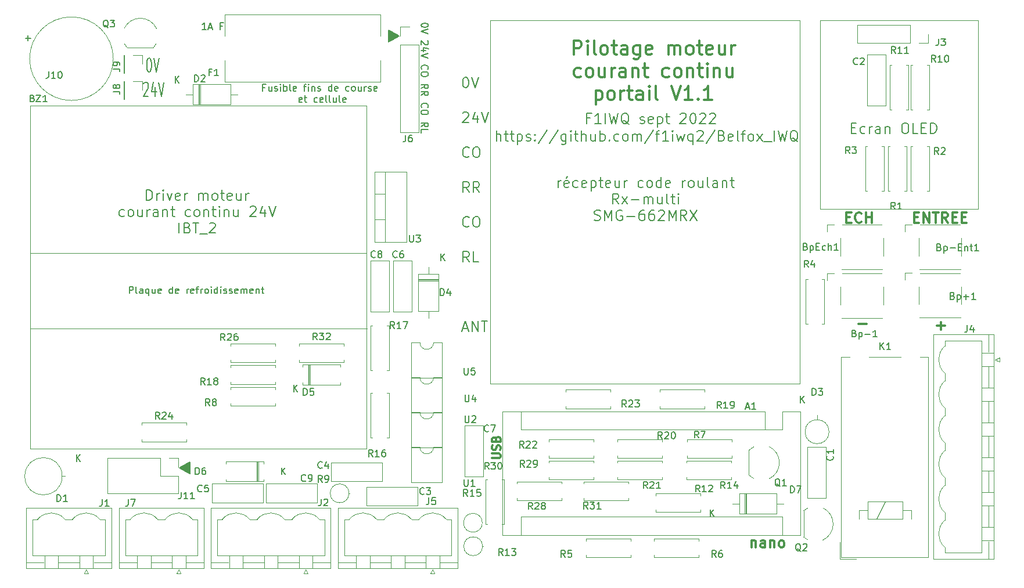
<source format=gbr>
%TF.GenerationSoftware,KiCad,Pcbnew,(5.1.12)-1*%
%TF.CreationDate,2022-09-10T10:21:41+02:00*%
%TF.ProjectId,portail_moteur_continu,706f7274-6169-46c5-9f6d-6f746575725f,1.1*%
%TF.SameCoordinates,Original*%
%TF.FileFunction,Legend,Top*%
%TF.FilePolarity,Positive*%
%FSLAX46Y46*%
G04 Gerber Fmt 4.6, Leading zero omitted, Abs format (unit mm)*
G04 Created by KiCad (PCBNEW (5.1.12)-1) date 2022-09-10 10:21:41*
%MOMM*%
%LPD*%
G01*
G04 APERTURE LIST*
%ADD10C,0.150000*%
%ADD11C,0.300000*%
%ADD12C,0.120000*%
G04 APERTURE END LIST*
D10*
X161785142Y-69585571D02*
X161785142Y-68085571D01*
X162428000Y-69585571D02*
X162428000Y-68799857D01*
X162356571Y-68657000D01*
X162213714Y-68585571D01*
X161999428Y-68585571D01*
X161856571Y-68657000D01*
X161785142Y-68728428D01*
X162928000Y-68585571D02*
X163499428Y-68585571D01*
X163142285Y-68085571D02*
X163142285Y-69371285D01*
X163213714Y-69514142D01*
X163356571Y-69585571D01*
X163499428Y-69585571D01*
X163785142Y-68585571D02*
X164356571Y-68585571D01*
X163999428Y-68085571D02*
X163999428Y-69371285D01*
X164070857Y-69514142D01*
X164213714Y-69585571D01*
X164356571Y-69585571D01*
X164856571Y-68585571D02*
X164856571Y-70085571D01*
X164856571Y-68657000D02*
X164999428Y-68585571D01*
X165285142Y-68585571D01*
X165428000Y-68657000D01*
X165499428Y-68728428D01*
X165570857Y-68871285D01*
X165570857Y-69299857D01*
X165499428Y-69442714D01*
X165428000Y-69514142D01*
X165285142Y-69585571D01*
X164999428Y-69585571D01*
X164856571Y-69514142D01*
X166142285Y-69514142D02*
X166285142Y-69585571D01*
X166570857Y-69585571D01*
X166713714Y-69514142D01*
X166785142Y-69371285D01*
X166785142Y-69299857D01*
X166713714Y-69157000D01*
X166570857Y-69085571D01*
X166356571Y-69085571D01*
X166213714Y-69014142D01*
X166142285Y-68871285D01*
X166142285Y-68799857D01*
X166213714Y-68657000D01*
X166356571Y-68585571D01*
X166570857Y-68585571D01*
X166713714Y-68657000D01*
X167428000Y-69442714D02*
X167499428Y-69514142D01*
X167428000Y-69585571D01*
X167356571Y-69514142D01*
X167428000Y-69442714D01*
X167428000Y-69585571D01*
X167428000Y-68657000D02*
X167499428Y-68728428D01*
X167428000Y-68799857D01*
X167356571Y-68728428D01*
X167428000Y-68657000D01*
X167428000Y-68799857D01*
X169213714Y-68014142D02*
X167928000Y-69942714D01*
X170785142Y-68014142D02*
X169499428Y-69942714D01*
X171928000Y-68585571D02*
X171928000Y-69799857D01*
X171856571Y-69942714D01*
X171785142Y-70014142D01*
X171642285Y-70085571D01*
X171428000Y-70085571D01*
X171285142Y-70014142D01*
X171928000Y-69514142D02*
X171785142Y-69585571D01*
X171499428Y-69585571D01*
X171356571Y-69514142D01*
X171285142Y-69442714D01*
X171213714Y-69299857D01*
X171213714Y-68871285D01*
X171285142Y-68728428D01*
X171356571Y-68657000D01*
X171499428Y-68585571D01*
X171785142Y-68585571D01*
X171928000Y-68657000D01*
X172642285Y-69585571D02*
X172642285Y-68585571D01*
X172642285Y-68085571D02*
X172570857Y-68157000D01*
X172642285Y-68228428D01*
X172713714Y-68157000D01*
X172642285Y-68085571D01*
X172642285Y-68228428D01*
X173142285Y-68585571D02*
X173713714Y-68585571D01*
X173356571Y-68085571D02*
X173356571Y-69371285D01*
X173428000Y-69514142D01*
X173570857Y-69585571D01*
X173713714Y-69585571D01*
X174213714Y-69585571D02*
X174213714Y-68085571D01*
X174856571Y-69585571D02*
X174856571Y-68799857D01*
X174785142Y-68657000D01*
X174642285Y-68585571D01*
X174428000Y-68585571D01*
X174285142Y-68657000D01*
X174213714Y-68728428D01*
X176213714Y-68585571D02*
X176213714Y-69585571D01*
X175570857Y-68585571D02*
X175570857Y-69371285D01*
X175642285Y-69514142D01*
X175785142Y-69585571D01*
X175999428Y-69585571D01*
X176142285Y-69514142D01*
X176213714Y-69442714D01*
X176928000Y-69585571D02*
X176928000Y-68085571D01*
X176928000Y-68657000D02*
X177070857Y-68585571D01*
X177356571Y-68585571D01*
X177499428Y-68657000D01*
X177570857Y-68728428D01*
X177642285Y-68871285D01*
X177642285Y-69299857D01*
X177570857Y-69442714D01*
X177499428Y-69514142D01*
X177356571Y-69585571D01*
X177070857Y-69585571D01*
X176928000Y-69514142D01*
X178285142Y-69442714D02*
X178356571Y-69514142D01*
X178285142Y-69585571D01*
X178213714Y-69514142D01*
X178285142Y-69442714D01*
X178285142Y-69585571D01*
X179642285Y-69514142D02*
X179499428Y-69585571D01*
X179213714Y-69585571D01*
X179070857Y-69514142D01*
X178999428Y-69442714D01*
X178928000Y-69299857D01*
X178928000Y-68871285D01*
X178999428Y-68728428D01*
X179070857Y-68657000D01*
X179213714Y-68585571D01*
X179499428Y-68585571D01*
X179642285Y-68657000D01*
X180499428Y-69585571D02*
X180356571Y-69514142D01*
X180285142Y-69442714D01*
X180213714Y-69299857D01*
X180213714Y-68871285D01*
X180285142Y-68728428D01*
X180356571Y-68657000D01*
X180499428Y-68585571D01*
X180713714Y-68585571D01*
X180856571Y-68657000D01*
X180928000Y-68728428D01*
X180999428Y-68871285D01*
X180999428Y-69299857D01*
X180928000Y-69442714D01*
X180856571Y-69514142D01*
X180713714Y-69585571D01*
X180499428Y-69585571D01*
X181642285Y-69585571D02*
X181642285Y-68585571D01*
X181642285Y-68728428D02*
X181713714Y-68657000D01*
X181856571Y-68585571D01*
X182070857Y-68585571D01*
X182213714Y-68657000D01*
X182285142Y-68799857D01*
X182285142Y-69585571D01*
X182285142Y-68799857D02*
X182356571Y-68657000D01*
X182499428Y-68585571D01*
X182713714Y-68585571D01*
X182856571Y-68657000D01*
X182928000Y-68799857D01*
X182928000Y-69585571D01*
X184713714Y-68014142D02*
X183428000Y-69942714D01*
X184999428Y-68585571D02*
X185570857Y-68585571D01*
X185213714Y-69585571D02*
X185213714Y-68299857D01*
X185285142Y-68157000D01*
X185428000Y-68085571D01*
X185570857Y-68085571D01*
X186856571Y-69585571D02*
X185999428Y-69585571D01*
X186428000Y-69585571D02*
X186428000Y-68085571D01*
X186285142Y-68299857D01*
X186142285Y-68442714D01*
X185999428Y-68514142D01*
X187499428Y-69585571D02*
X187499428Y-68585571D01*
X187499428Y-68085571D02*
X187428000Y-68157000D01*
X187499428Y-68228428D01*
X187570857Y-68157000D01*
X187499428Y-68085571D01*
X187499428Y-68228428D01*
X188070857Y-68585571D02*
X188356571Y-69585571D01*
X188642285Y-68871285D01*
X188928000Y-69585571D01*
X189213714Y-68585571D01*
X190428000Y-68585571D02*
X190428000Y-70085571D01*
X190428000Y-69514142D02*
X190285142Y-69585571D01*
X189999428Y-69585571D01*
X189856571Y-69514142D01*
X189785142Y-69442714D01*
X189713714Y-69299857D01*
X189713714Y-68871285D01*
X189785142Y-68728428D01*
X189856571Y-68657000D01*
X189999428Y-68585571D01*
X190285142Y-68585571D01*
X190428000Y-68657000D01*
X191070857Y-68228428D02*
X191142285Y-68157000D01*
X191285142Y-68085571D01*
X191642285Y-68085571D01*
X191785142Y-68157000D01*
X191856571Y-68228428D01*
X191928000Y-68371285D01*
X191928000Y-68514142D01*
X191856571Y-68728428D01*
X190999428Y-69585571D01*
X191928000Y-69585571D01*
X193642285Y-68014142D02*
X192356571Y-69942714D01*
X194642285Y-68799857D02*
X194856571Y-68871285D01*
X194928000Y-68942714D01*
X194999428Y-69085571D01*
X194999428Y-69299857D01*
X194928000Y-69442714D01*
X194856571Y-69514142D01*
X194713714Y-69585571D01*
X194142285Y-69585571D01*
X194142285Y-68085571D01*
X194642285Y-68085571D01*
X194785142Y-68157000D01*
X194856571Y-68228428D01*
X194928000Y-68371285D01*
X194928000Y-68514142D01*
X194856571Y-68657000D01*
X194785142Y-68728428D01*
X194642285Y-68799857D01*
X194142285Y-68799857D01*
X196213714Y-69514142D02*
X196070857Y-69585571D01*
X195785142Y-69585571D01*
X195642285Y-69514142D01*
X195570857Y-69371285D01*
X195570857Y-68799857D01*
X195642285Y-68657000D01*
X195785142Y-68585571D01*
X196070857Y-68585571D01*
X196213714Y-68657000D01*
X196285142Y-68799857D01*
X196285142Y-68942714D01*
X195570857Y-69085571D01*
X197142285Y-69585571D02*
X196999428Y-69514142D01*
X196928000Y-69371285D01*
X196928000Y-68085571D01*
X197499428Y-68585571D02*
X198070857Y-68585571D01*
X197713714Y-69585571D02*
X197713714Y-68299857D01*
X197785142Y-68157000D01*
X197928000Y-68085571D01*
X198070857Y-68085571D01*
X198785142Y-69585571D02*
X198642285Y-69514142D01*
X198570857Y-69442714D01*
X198499428Y-69299857D01*
X198499428Y-68871285D01*
X198570857Y-68728428D01*
X198642285Y-68657000D01*
X198785142Y-68585571D01*
X198999428Y-68585571D01*
X199142285Y-68657000D01*
X199213714Y-68728428D01*
X199285142Y-68871285D01*
X199285142Y-69299857D01*
X199213714Y-69442714D01*
X199142285Y-69514142D01*
X198999428Y-69585571D01*
X198785142Y-69585571D01*
X199785142Y-69585571D02*
X200570857Y-68585571D01*
X199785142Y-68585571D02*
X200570857Y-69585571D01*
X200785142Y-69728428D02*
X201928000Y-69728428D01*
X202285142Y-69585571D02*
X202285142Y-68085571D01*
X202856571Y-68085571D02*
X203213714Y-69585571D01*
X203499428Y-68514142D01*
X203785142Y-69585571D01*
X204142285Y-68085571D01*
X205713714Y-69728428D02*
X205570857Y-69657000D01*
X205428000Y-69514142D01*
X205213714Y-69299857D01*
X205070857Y-69228428D01*
X204928000Y-69228428D01*
X204999428Y-69585571D02*
X204856571Y-69514142D01*
X204713714Y-69371285D01*
X204642285Y-69085571D01*
X204642285Y-68585571D01*
X204713714Y-68299857D01*
X204856571Y-68157000D01*
X204999428Y-68085571D01*
X205285142Y-68085571D01*
X205428000Y-68157000D01*
X205570857Y-68299857D01*
X205642285Y-68585571D01*
X205642285Y-69085571D01*
X205570857Y-69371285D01*
X205428000Y-69514142D01*
X205285142Y-69585571D01*
X204999428Y-69585571D01*
X175455857Y-66259857D02*
X174955857Y-66259857D01*
X174955857Y-67045571D02*
X174955857Y-65545571D01*
X175670142Y-65545571D01*
X177027285Y-67045571D02*
X176170142Y-67045571D01*
X176598714Y-67045571D02*
X176598714Y-65545571D01*
X176455857Y-65759857D01*
X176313000Y-65902714D01*
X176170142Y-65974142D01*
X177670142Y-67045571D02*
X177670142Y-65545571D01*
X178241571Y-65545571D02*
X178598714Y-67045571D01*
X178884428Y-65974142D01*
X179170142Y-67045571D01*
X179527285Y-65545571D01*
X181098714Y-67188428D02*
X180955857Y-67117000D01*
X180813000Y-66974142D01*
X180598714Y-66759857D01*
X180455857Y-66688428D01*
X180313000Y-66688428D01*
X180384428Y-67045571D02*
X180241571Y-66974142D01*
X180098714Y-66831285D01*
X180027285Y-66545571D01*
X180027285Y-66045571D01*
X180098714Y-65759857D01*
X180241571Y-65617000D01*
X180384428Y-65545571D01*
X180670142Y-65545571D01*
X180813000Y-65617000D01*
X180955857Y-65759857D01*
X181027285Y-66045571D01*
X181027285Y-66545571D01*
X180955857Y-66831285D01*
X180813000Y-66974142D01*
X180670142Y-67045571D01*
X180384428Y-67045571D01*
X182741571Y-66974142D02*
X182884428Y-67045571D01*
X183170142Y-67045571D01*
X183313000Y-66974142D01*
X183384428Y-66831285D01*
X183384428Y-66759857D01*
X183313000Y-66617000D01*
X183170142Y-66545571D01*
X182955857Y-66545571D01*
X182813000Y-66474142D01*
X182741571Y-66331285D01*
X182741571Y-66259857D01*
X182813000Y-66117000D01*
X182955857Y-66045571D01*
X183170142Y-66045571D01*
X183313000Y-66117000D01*
X184598714Y-66974142D02*
X184455857Y-67045571D01*
X184170142Y-67045571D01*
X184027285Y-66974142D01*
X183955857Y-66831285D01*
X183955857Y-66259857D01*
X184027285Y-66117000D01*
X184170142Y-66045571D01*
X184455857Y-66045571D01*
X184598714Y-66117000D01*
X184670142Y-66259857D01*
X184670142Y-66402714D01*
X183955857Y-66545571D01*
X185313000Y-66045571D02*
X185313000Y-67545571D01*
X185313000Y-66117000D02*
X185455857Y-66045571D01*
X185741571Y-66045571D01*
X185884428Y-66117000D01*
X185955857Y-66188428D01*
X186027285Y-66331285D01*
X186027285Y-66759857D01*
X185955857Y-66902714D01*
X185884428Y-66974142D01*
X185741571Y-67045571D01*
X185455857Y-67045571D01*
X185313000Y-66974142D01*
X186455857Y-66045571D02*
X187027285Y-66045571D01*
X186670142Y-65545571D02*
X186670142Y-66831285D01*
X186741571Y-66974142D01*
X186884428Y-67045571D01*
X187027285Y-67045571D01*
X188598714Y-65688428D02*
X188670142Y-65617000D01*
X188813000Y-65545571D01*
X189170142Y-65545571D01*
X189313000Y-65617000D01*
X189384428Y-65688428D01*
X189455857Y-65831285D01*
X189455857Y-65974142D01*
X189384428Y-66188428D01*
X188527285Y-67045571D01*
X189455857Y-67045571D01*
X190384428Y-65545571D02*
X190527285Y-65545571D01*
X190670142Y-65617000D01*
X190741571Y-65688428D01*
X190813000Y-65831285D01*
X190884428Y-66117000D01*
X190884428Y-66474142D01*
X190813000Y-66759857D01*
X190741571Y-66902714D01*
X190670142Y-66974142D01*
X190527285Y-67045571D01*
X190384428Y-67045571D01*
X190241571Y-66974142D01*
X190170142Y-66902714D01*
X190098714Y-66759857D01*
X190027285Y-66474142D01*
X190027285Y-66117000D01*
X190098714Y-65831285D01*
X190170142Y-65688428D01*
X190241571Y-65617000D01*
X190384428Y-65545571D01*
X191455857Y-65688428D02*
X191527285Y-65617000D01*
X191670142Y-65545571D01*
X192027285Y-65545571D01*
X192170142Y-65617000D01*
X192241571Y-65688428D01*
X192313000Y-65831285D01*
X192313000Y-65974142D01*
X192241571Y-66188428D01*
X191384428Y-67045571D01*
X192313000Y-67045571D01*
X192884428Y-65688428D02*
X192955857Y-65617000D01*
X193098714Y-65545571D01*
X193455857Y-65545571D01*
X193598714Y-65617000D01*
X193670142Y-65688428D01*
X193741571Y-65831285D01*
X193741571Y-65974142D01*
X193670142Y-66188428D01*
X192813000Y-67045571D01*
X193741571Y-67045571D01*
X108280904Y-91838380D02*
X108280904Y-90838380D01*
X108661857Y-90838380D01*
X108757095Y-90886000D01*
X108804714Y-90933619D01*
X108852333Y-91028857D01*
X108852333Y-91171714D01*
X108804714Y-91266952D01*
X108757095Y-91314571D01*
X108661857Y-91362190D01*
X108280904Y-91362190D01*
X109423761Y-91838380D02*
X109328523Y-91790761D01*
X109280904Y-91695523D01*
X109280904Y-90838380D01*
X110233285Y-91838380D02*
X110233285Y-91314571D01*
X110185666Y-91219333D01*
X110090428Y-91171714D01*
X109899952Y-91171714D01*
X109804714Y-91219333D01*
X110233285Y-91790761D02*
X110138047Y-91838380D01*
X109899952Y-91838380D01*
X109804714Y-91790761D01*
X109757095Y-91695523D01*
X109757095Y-91600285D01*
X109804714Y-91505047D01*
X109899952Y-91457428D01*
X110138047Y-91457428D01*
X110233285Y-91409809D01*
X111138047Y-91171714D02*
X111138047Y-92171714D01*
X111138047Y-91790761D02*
X111042809Y-91838380D01*
X110852333Y-91838380D01*
X110757095Y-91790761D01*
X110709476Y-91743142D01*
X110661857Y-91647904D01*
X110661857Y-91362190D01*
X110709476Y-91266952D01*
X110757095Y-91219333D01*
X110852333Y-91171714D01*
X111042809Y-91171714D01*
X111138047Y-91219333D01*
X112042809Y-91171714D02*
X112042809Y-91838380D01*
X111614238Y-91171714D02*
X111614238Y-91695523D01*
X111661857Y-91790761D01*
X111757095Y-91838380D01*
X111899952Y-91838380D01*
X111995190Y-91790761D01*
X112042809Y-91743142D01*
X112899952Y-91790761D02*
X112804714Y-91838380D01*
X112614238Y-91838380D01*
X112519000Y-91790761D01*
X112471380Y-91695523D01*
X112471380Y-91314571D01*
X112519000Y-91219333D01*
X112614238Y-91171714D01*
X112804714Y-91171714D01*
X112899952Y-91219333D01*
X112947571Y-91314571D01*
X112947571Y-91409809D01*
X112471380Y-91505047D01*
X114566619Y-91838380D02*
X114566619Y-90838380D01*
X114566619Y-91790761D02*
X114471380Y-91838380D01*
X114280904Y-91838380D01*
X114185666Y-91790761D01*
X114138047Y-91743142D01*
X114090428Y-91647904D01*
X114090428Y-91362190D01*
X114138047Y-91266952D01*
X114185666Y-91219333D01*
X114280904Y-91171714D01*
X114471380Y-91171714D01*
X114566619Y-91219333D01*
X115423761Y-91790761D02*
X115328523Y-91838380D01*
X115138047Y-91838380D01*
X115042809Y-91790761D01*
X114995190Y-91695523D01*
X114995190Y-91314571D01*
X115042809Y-91219333D01*
X115138047Y-91171714D01*
X115328523Y-91171714D01*
X115423761Y-91219333D01*
X115471380Y-91314571D01*
X115471380Y-91409809D01*
X114995190Y-91505047D01*
X116661857Y-91838380D02*
X116661857Y-91171714D01*
X116661857Y-91362190D02*
X116709476Y-91266952D01*
X116757095Y-91219333D01*
X116852333Y-91171714D01*
X116947571Y-91171714D01*
X117661857Y-91790761D02*
X117566619Y-91838380D01*
X117376142Y-91838380D01*
X117280904Y-91790761D01*
X117233285Y-91695523D01*
X117233285Y-91314571D01*
X117280904Y-91219333D01*
X117376142Y-91171714D01*
X117566619Y-91171714D01*
X117661857Y-91219333D01*
X117709476Y-91314571D01*
X117709476Y-91409809D01*
X117233285Y-91505047D01*
X117995190Y-91171714D02*
X118376142Y-91171714D01*
X118138047Y-91838380D02*
X118138047Y-90981238D01*
X118185666Y-90886000D01*
X118280904Y-90838380D01*
X118376142Y-90838380D01*
X118709476Y-91838380D02*
X118709476Y-91171714D01*
X118709476Y-91362190D02*
X118757095Y-91266952D01*
X118804714Y-91219333D01*
X118899952Y-91171714D01*
X118995190Y-91171714D01*
X119471380Y-91838380D02*
X119376142Y-91790761D01*
X119328523Y-91743142D01*
X119280904Y-91647904D01*
X119280904Y-91362190D01*
X119328523Y-91266952D01*
X119376142Y-91219333D01*
X119471380Y-91171714D01*
X119614238Y-91171714D01*
X119709476Y-91219333D01*
X119757095Y-91266952D01*
X119804714Y-91362190D01*
X119804714Y-91647904D01*
X119757095Y-91743142D01*
X119709476Y-91790761D01*
X119614238Y-91838380D01*
X119471380Y-91838380D01*
X120233285Y-91838380D02*
X120233285Y-91171714D01*
X120233285Y-90838380D02*
X120185666Y-90886000D01*
X120233285Y-90933619D01*
X120280904Y-90886000D01*
X120233285Y-90838380D01*
X120233285Y-90933619D01*
X121138047Y-91838380D02*
X121138047Y-90838380D01*
X121138047Y-91790761D02*
X121042809Y-91838380D01*
X120852333Y-91838380D01*
X120757095Y-91790761D01*
X120709476Y-91743142D01*
X120661857Y-91647904D01*
X120661857Y-91362190D01*
X120709476Y-91266952D01*
X120757095Y-91219333D01*
X120852333Y-91171714D01*
X121042809Y-91171714D01*
X121138047Y-91219333D01*
X121614238Y-91838380D02*
X121614238Y-91171714D01*
X121614238Y-90838380D02*
X121566619Y-90886000D01*
X121614238Y-90933619D01*
X121661857Y-90886000D01*
X121614238Y-90838380D01*
X121614238Y-90933619D01*
X122042809Y-91790761D02*
X122138047Y-91838380D01*
X122328523Y-91838380D01*
X122423761Y-91790761D01*
X122471380Y-91695523D01*
X122471380Y-91647904D01*
X122423761Y-91552666D01*
X122328523Y-91505047D01*
X122185666Y-91505047D01*
X122090428Y-91457428D01*
X122042809Y-91362190D01*
X122042809Y-91314571D01*
X122090428Y-91219333D01*
X122185666Y-91171714D01*
X122328523Y-91171714D01*
X122423761Y-91219333D01*
X122852333Y-91790761D02*
X122947571Y-91838380D01*
X123138047Y-91838380D01*
X123233285Y-91790761D01*
X123280904Y-91695523D01*
X123280904Y-91647904D01*
X123233285Y-91552666D01*
X123138047Y-91505047D01*
X122995190Y-91505047D01*
X122899952Y-91457428D01*
X122852333Y-91362190D01*
X122852333Y-91314571D01*
X122899952Y-91219333D01*
X122995190Y-91171714D01*
X123138047Y-91171714D01*
X123233285Y-91219333D01*
X124090428Y-91790761D02*
X123995190Y-91838380D01*
X123804714Y-91838380D01*
X123709476Y-91790761D01*
X123661857Y-91695523D01*
X123661857Y-91314571D01*
X123709476Y-91219333D01*
X123804714Y-91171714D01*
X123995190Y-91171714D01*
X124090428Y-91219333D01*
X124138047Y-91314571D01*
X124138047Y-91409809D01*
X123661857Y-91505047D01*
X124566619Y-91838380D02*
X124566619Y-91171714D01*
X124566619Y-91266952D02*
X124614238Y-91219333D01*
X124709476Y-91171714D01*
X124852333Y-91171714D01*
X124947571Y-91219333D01*
X124995190Y-91314571D01*
X124995190Y-91838380D01*
X124995190Y-91314571D02*
X125042809Y-91219333D01*
X125138047Y-91171714D01*
X125280904Y-91171714D01*
X125376142Y-91219333D01*
X125423761Y-91314571D01*
X125423761Y-91838380D01*
X126280904Y-91790761D02*
X126185666Y-91838380D01*
X125995190Y-91838380D01*
X125899952Y-91790761D01*
X125852333Y-91695523D01*
X125852333Y-91314571D01*
X125899952Y-91219333D01*
X125995190Y-91171714D01*
X126185666Y-91171714D01*
X126280904Y-91219333D01*
X126328523Y-91314571D01*
X126328523Y-91409809D01*
X125852333Y-91505047D01*
X126757095Y-91171714D02*
X126757095Y-91838380D01*
X126757095Y-91266952D02*
X126804714Y-91219333D01*
X126899952Y-91171714D01*
X127042809Y-91171714D01*
X127138047Y-91219333D01*
X127185666Y-91314571D01*
X127185666Y-91838380D01*
X127519000Y-91171714D02*
X127899952Y-91171714D01*
X127661857Y-90838380D02*
X127661857Y-91695523D01*
X127709476Y-91790761D01*
X127804714Y-91838380D01*
X127899952Y-91838380D01*
X128076857Y-61787571D02*
X127743523Y-61787571D01*
X127743523Y-62311380D02*
X127743523Y-61311380D01*
X128219714Y-61311380D01*
X129029238Y-61644714D02*
X129029238Y-62311380D01*
X128600666Y-61644714D02*
X128600666Y-62168523D01*
X128648285Y-62263761D01*
X128743523Y-62311380D01*
X128886380Y-62311380D01*
X128981619Y-62263761D01*
X129029238Y-62216142D01*
X129457809Y-62263761D02*
X129553047Y-62311380D01*
X129743523Y-62311380D01*
X129838761Y-62263761D01*
X129886380Y-62168523D01*
X129886380Y-62120904D01*
X129838761Y-62025666D01*
X129743523Y-61978047D01*
X129600666Y-61978047D01*
X129505428Y-61930428D01*
X129457809Y-61835190D01*
X129457809Y-61787571D01*
X129505428Y-61692333D01*
X129600666Y-61644714D01*
X129743523Y-61644714D01*
X129838761Y-61692333D01*
X130314952Y-62311380D02*
X130314952Y-61644714D01*
X130314952Y-61311380D02*
X130267333Y-61359000D01*
X130314952Y-61406619D01*
X130362571Y-61359000D01*
X130314952Y-61311380D01*
X130314952Y-61406619D01*
X130791142Y-62311380D02*
X130791142Y-61311380D01*
X130791142Y-61692333D02*
X130886380Y-61644714D01*
X131076857Y-61644714D01*
X131172095Y-61692333D01*
X131219714Y-61739952D01*
X131267333Y-61835190D01*
X131267333Y-62120904D01*
X131219714Y-62216142D01*
X131172095Y-62263761D01*
X131076857Y-62311380D01*
X130886380Y-62311380D01*
X130791142Y-62263761D01*
X131838761Y-62311380D02*
X131743523Y-62263761D01*
X131695904Y-62168523D01*
X131695904Y-61311380D01*
X132600666Y-62263761D02*
X132505428Y-62311380D01*
X132314952Y-62311380D01*
X132219714Y-62263761D01*
X132172095Y-62168523D01*
X132172095Y-61787571D01*
X132219714Y-61692333D01*
X132314952Y-61644714D01*
X132505428Y-61644714D01*
X132600666Y-61692333D01*
X132648285Y-61787571D01*
X132648285Y-61882809D01*
X132172095Y-61978047D01*
X133695904Y-61644714D02*
X134076857Y-61644714D01*
X133838761Y-62311380D02*
X133838761Y-61454238D01*
X133886380Y-61359000D01*
X133981619Y-61311380D01*
X134076857Y-61311380D01*
X134410190Y-62311380D02*
X134410190Y-61644714D01*
X134410190Y-61311380D02*
X134362571Y-61359000D01*
X134410190Y-61406619D01*
X134457809Y-61359000D01*
X134410190Y-61311380D01*
X134410190Y-61406619D01*
X134886380Y-61644714D02*
X134886380Y-62311380D01*
X134886380Y-61739952D02*
X134934000Y-61692333D01*
X135029238Y-61644714D01*
X135172095Y-61644714D01*
X135267333Y-61692333D01*
X135314952Y-61787571D01*
X135314952Y-62311380D01*
X135743523Y-62263761D02*
X135838761Y-62311380D01*
X136029238Y-62311380D01*
X136124476Y-62263761D01*
X136172095Y-62168523D01*
X136172095Y-62120904D01*
X136124476Y-62025666D01*
X136029238Y-61978047D01*
X135886380Y-61978047D01*
X135791142Y-61930428D01*
X135743523Y-61835190D01*
X135743523Y-61787571D01*
X135791142Y-61692333D01*
X135886380Y-61644714D01*
X136029238Y-61644714D01*
X136124476Y-61692333D01*
X137791142Y-62311380D02*
X137791142Y-61311380D01*
X137791142Y-62263761D02*
X137695904Y-62311380D01*
X137505428Y-62311380D01*
X137410190Y-62263761D01*
X137362571Y-62216142D01*
X137314952Y-62120904D01*
X137314952Y-61835190D01*
X137362571Y-61739952D01*
X137410190Y-61692333D01*
X137505428Y-61644714D01*
X137695904Y-61644714D01*
X137791142Y-61692333D01*
X138648285Y-62263761D02*
X138553047Y-62311380D01*
X138362571Y-62311380D01*
X138267333Y-62263761D01*
X138219714Y-62168523D01*
X138219714Y-61787571D01*
X138267333Y-61692333D01*
X138362571Y-61644714D01*
X138553047Y-61644714D01*
X138648285Y-61692333D01*
X138695904Y-61787571D01*
X138695904Y-61882809D01*
X138219714Y-61978047D01*
X140314952Y-62263761D02*
X140219714Y-62311380D01*
X140029238Y-62311380D01*
X139934000Y-62263761D01*
X139886380Y-62216142D01*
X139838761Y-62120904D01*
X139838761Y-61835190D01*
X139886380Y-61739952D01*
X139934000Y-61692333D01*
X140029238Y-61644714D01*
X140219714Y-61644714D01*
X140314952Y-61692333D01*
X140886380Y-62311380D02*
X140791142Y-62263761D01*
X140743523Y-62216142D01*
X140695904Y-62120904D01*
X140695904Y-61835190D01*
X140743523Y-61739952D01*
X140791142Y-61692333D01*
X140886380Y-61644714D01*
X141029238Y-61644714D01*
X141124476Y-61692333D01*
X141172095Y-61739952D01*
X141219714Y-61835190D01*
X141219714Y-62120904D01*
X141172095Y-62216142D01*
X141124476Y-62263761D01*
X141029238Y-62311380D01*
X140886380Y-62311380D01*
X142076857Y-61644714D02*
X142076857Y-62311380D01*
X141648285Y-61644714D02*
X141648285Y-62168523D01*
X141695904Y-62263761D01*
X141791142Y-62311380D01*
X141934000Y-62311380D01*
X142029238Y-62263761D01*
X142076857Y-62216142D01*
X142553047Y-62311380D02*
X142553047Y-61644714D01*
X142553047Y-61835190D02*
X142600666Y-61739952D01*
X142648285Y-61692333D01*
X142743523Y-61644714D01*
X142838761Y-61644714D01*
X143124476Y-62263761D02*
X143219714Y-62311380D01*
X143410190Y-62311380D01*
X143505428Y-62263761D01*
X143553047Y-62168523D01*
X143553047Y-62120904D01*
X143505428Y-62025666D01*
X143410190Y-61978047D01*
X143267333Y-61978047D01*
X143172095Y-61930428D01*
X143124476Y-61835190D01*
X143124476Y-61787571D01*
X143172095Y-61692333D01*
X143267333Y-61644714D01*
X143410190Y-61644714D01*
X143505428Y-61692333D01*
X144362571Y-62263761D02*
X144267333Y-62311380D01*
X144076857Y-62311380D01*
X143981619Y-62263761D01*
X143934000Y-62168523D01*
X143934000Y-61787571D01*
X143981619Y-61692333D01*
X144076857Y-61644714D01*
X144267333Y-61644714D01*
X144362571Y-61692333D01*
X144410190Y-61787571D01*
X144410190Y-61882809D01*
X143934000Y-61978047D01*
X133434000Y-63913761D02*
X133338761Y-63961380D01*
X133148285Y-63961380D01*
X133053047Y-63913761D01*
X133005428Y-63818523D01*
X133005428Y-63437571D01*
X133053047Y-63342333D01*
X133148285Y-63294714D01*
X133338761Y-63294714D01*
X133434000Y-63342333D01*
X133481619Y-63437571D01*
X133481619Y-63532809D01*
X133005428Y-63628047D01*
X133767333Y-63294714D02*
X134148285Y-63294714D01*
X133910190Y-62961380D02*
X133910190Y-63818523D01*
X133957809Y-63913761D01*
X134053047Y-63961380D01*
X134148285Y-63961380D01*
X135672095Y-63913761D02*
X135576857Y-63961380D01*
X135386380Y-63961380D01*
X135291142Y-63913761D01*
X135243523Y-63866142D01*
X135195904Y-63770904D01*
X135195904Y-63485190D01*
X135243523Y-63389952D01*
X135291142Y-63342333D01*
X135386380Y-63294714D01*
X135576857Y-63294714D01*
X135672095Y-63342333D01*
X136481619Y-63913761D02*
X136386380Y-63961380D01*
X136195904Y-63961380D01*
X136100666Y-63913761D01*
X136053047Y-63818523D01*
X136053047Y-63437571D01*
X136100666Y-63342333D01*
X136195904Y-63294714D01*
X136386380Y-63294714D01*
X136481619Y-63342333D01*
X136529238Y-63437571D01*
X136529238Y-63532809D01*
X136053047Y-63628047D01*
X137100666Y-63961380D02*
X137005428Y-63913761D01*
X136957809Y-63818523D01*
X136957809Y-62961380D01*
X137624476Y-63961380D02*
X137529238Y-63913761D01*
X137481619Y-63818523D01*
X137481619Y-62961380D01*
X138434000Y-63294714D02*
X138434000Y-63961380D01*
X138005428Y-63294714D02*
X138005428Y-63818523D01*
X138053047Y-63913761D01*
X138148285Y-63961380D01*
X138291142Y-63961380D01*
X138386380Y-63913761D01*
X138434000Y-63866142D01*
X139053047Y-63961380D02*
X138957809Y-63913761D01*
X138910190Y-63818523D01*
X138910190Y-62961380D01*
X139814952Y-63913761D02*
X139719714Y-63961380D01*
X139529238Y-63961380D01*
X139434000Y-63913761D01*
X139386380Y-63818523D01*
X139386380Y-63437571D01*
X139434000Y-63342333D01*
X139529238Y-63294714D01*
X139719714Y-63294714D01*
X139814952Y-63342333D01*
X139862571Y-63437571D01*
X139862571Y-63532809D01*
X139386380Y-63628047D01*
X119479619Y-53357380D02*
X118908190Y-53357380D01*
X119193904Y-53357380D02*
X119193904Y-52357380D01*
X119098666Y-52500238D01*
X119003428Y-52595476D01*
X118908190Y-52643095D01*
X119860571Y-53071666D02*
X120336761Y-53071666D01*
X119765333Y-53357380D02*
X120098666Y-52357380D01*
X120432000Y-53357380D01*
X121860571Y-52833571D02*
X121527238Y-52833571D01*
X121527238Y-53357380D02*
X121527238Y-52357380D01*
X122003428Y-52357380D01*
X111097571Y-57524761D02*
X111211857Y-57524761D01*
X111326142Y-57620000D01*
X111383285Y-57715238D01*
X111440428Y-57905714D01*
X111497571Y-58286666D01*
X111497571Y-58762857D01*
X111440428Y-59143809D01*
X111383285Y-59334285D01*
X111326142Y-59429523D01*
X111211857Y-59524761D01*
X111097571Y-59524761D01*
X110983285Y-59429523D01*
X110926142Y-59334285D01*
X110869000Y-59143809D01*
X110811857Y-58762857D01*
X110811857Y-58286666D01*
X110869000Y-57905714D01*
X110926142Y-57715238D01*
X110983285Y-57620000D01*
X111097571Y-57524761D01*
X111840428Y-57524761D02*
X112240428Y-59524761D01*
X112640428Y-57524761D01*
X156883214Y-96970000D02*
X157597500Y-96970000D01*
X156740357Y-97398571D02*
X157240357Y-95898571D01*
X157740357Y-97398571D01*
X158240357Y-97398571D02*
X158240357Y-95898571D01*
X159097500Y-97398571D01*
X159097500Y-95898571D01*
X159597500Y-95898571D02*
X160454642Y-95898571D01*
X160026071Y-97398571D02*
X160026071Y-95898571D01*
X157811785Y-87238571D02*
X157311785Y-86524285D01*
X156954642Y-87238571D02*
X156954642Y-85738571D01*
X157526071Y-85738571D01*
X157668928Y-85810000D01*
X157740357Y-85881428D01*
X157811785Y-86024285D01*
X157811785Y-86238571D01*
X157740357Y-86381428D01*
X157668928Y-86452857D01*
X157526071Y-86524285D01*
X156954642Y-86524285D01*
X159168928Y-87238571D02*
X158454642Y-87238571D01*
X158454642Y-85738571D01*
X157811785Y-82015714D02*
X157740357Y-82087142D01*
X157526071Y-82158571D01*
X157383214Y-82158571D01*
X157168928Y-82087142D01*
X157026071Y-81944285D01*
X156954642Y-81801428D01*
X156883214Y-81515714D01*
X156883214Y-81301428D01*
X156954642Y-81015714D01*
X157026071Y-80872857D01*
X157168928Y-80730000D01*
X157383214Y-80658571D01*
X157526071Y-80658571D01*
X157740357Y-80730000D01*
X157811785Y-80801428D01*
X158740357Y-80658571D02*
X159026071Y-80658571D01*
X159168928Y-80730000D01*
X159311785Y-80872857D01*
X159383214Y-81158571D01*
X159383214Y-81658571D01*
X159311785Y-81944285D01*
X159168928Y-82087142D01*
X159026071Y-82158571D01*
X158740357Y-82158571D01*
X158597500Y-82087142D01*
X158454642Y-81944285D01*
X158383214Y-81658571D01*
X158383214Y-81158571D01*
X158454642Y-80872857D01*
X158597500Y-80730000D01*
X158740357Y-80658571D01*
X157811785Y-77078571D02*
X157311785Y-76364285D01*
X156954642Y-77078571D02*
X156954642Y-75578571D01*
X157526071Y-75578571D01*
X157668928Y-75650000D01*
X157740357Y-75721428D01*
X157811785Y-75864285D01*
X157811785Y-76078571D01*
X157740357Y-76221428D01*
X157668928Y-76292857D01*
X157526071Y-76364285D01*
X156954642Y-76364285D01*
X159311785Y-77078571D02*
X158811785Y-76364285D01*
X158454642Y-77078571D02*
X158454642Y-75578571D01*
X159026071Y-75578571D01*
X159168928Y-75650000D01*
X159240357Y-75721428D01*
X159311785Y-75864285D01*
X159311785Y-76078571D01*
X159240357Y-76221428D01*
X159168928Y-76292857D01*
X159026071Y-76364285D01*
X158454642Y-76364285D01*
X157811785Y-71855714D02*
X157740357Y-71927142D01*
X157526071Y-71998571D01*
X157383214Y-71998571D01*
X157168928Y-71927142D01*
X157026071Y-71784285D01*
X156954642Y-71641428D01*
X156883214Y-71355714D01*
X156883214Y-71141428D01*
X156954642Y-70855714D01*
X157026071Y-70712857D01*
X157168928Y-70570000D01*
X157383214Y-70498571D01*
X157526071Y-70498571D01*
X157740357Y-70570000D01*
X157811785Y-70641428D01*
X158740357Y-70498571D02*
X159026071Y-70498571D01*
X159168928Y-70570000D01*
X159311785Y-70712857D01*
X159383214Y-70998571D01*
X159383214Y-71498571D01*
X159311785Y-71784285D01*
X159168928Y-71927142D01*
X159026071Y-71998571D01*
X158740357Y-71998571D01*
X158597500Y-71927142D01*
X158454642Y-71784285D01*
X158383214Y-71498571D01*
X158383214Y-70998571D01*
X158454642Y-70712857D01*
X158597500Y-70570000D01*
X158740357Y-70498571D01*
X156883214Y-65561428D02*
X156954642Y-65490000D01*
X157097500Y-65418571D01*
X157454642Y-65418571D01*
X157597500Y-65490000D01*
X157668928Y-65561428D01*
X157740357Y-65704285D01*
X157740357Y-65847142D01*
X157668928Y-66061428D01*
X156811785Y-66918571D01*
X157740357Y-66918571D01*
X159026071Y-65918571D02*
X159026071Y-66918571D01*
X158668928Y-65347142D02*
X158311785Y-66418571D01*
X159240357Y-66418571D01*
X159597500Y-65418571D02*
X160097500Y-66918571D01*
X160597500Y-65418571D01*
X157240357Y-60338571D02*
X157383214Y-60338571D01*
X157526071Y-60410000D01*
X157597500Y-60481428D01*
X157668928Y-60624285D01*
X157740357Y-60910000D01*
X157740357Y-61267142D01*
X157668928Y-61552857D01*
X157597500Y-61695714D01*
X157526071Y-61767142D01*
X157383214Y-61838571D01*
X157240357Y-61838571D01*
X157097500Y-61767142D01*
X157026071Y-61695714D01*
X156954642Y-61552857D01*
X156883214Y-61267142D01*
X156883214Y-60910000D01*
X156954642Y-60624285D01*
X157026071Y-60481428D01*
X157097500Y-60410000D01*
X157240357Y-60338571D01*
X158168928Y-60338571D02*
X158668928Y-61838571D01*
X159168928Y-60338571D01*
X151840619Y-52669071D02*
X151840619Y-52764309D01*
X151793000Y-52859547D01*
X151745380Y-52907166D01*
X151650142Y-52954785D01*
X151459666Y-53002404D01*
X151221571Y-53002404D01*
X151031095Y-52954785D01*
X150935857Y-52907166D01*
X150888238Y-52859547D01*
X150840619Y-52764309D01*
X150840619Y-52669071D01*
X150888238Y-52573833D01*
X150935857Y-52526214D01*
X151031095Y-52478595D01*
X151221571Y-52430976D01*
X151459666Y-52430976D01*
X151650142Y-52478595D01*
X151745380Y-52526214D01*
X151793000Y-52573833D01*
X151840619Y-52669071D01*
X151840619Y-53288119D02*
X150840619Y-53621452D01*
X151840619Y-53954785D01*
X151745380Y-55002404D02*
X151793000Y-55050023D01*
X151840619Y-55145261D01*
X151840619Y-55383357D01*
X151793000Y-55478595D01*
X151745380Y-55526214D01*
X151650142Y-55573833D01*
X151554904Y-55573833D01*
X151412047Y-55526214D01*
X150840619Y-54954785D01*
X150840619Y-55573833D01*
X151507285Y-56430976D02*
X150840619Y-56430976D01*
X151888238Y-56192880D02*
X151173952Y-55954785D01*
X151173952Y-56573833D01*
X151840619Y-56811928D02*
X150840619Y-57145261D01*
X151840619Y-57478595D01*
X150935857Y-59145261D02*
X150888238Y-59097642D01*
X150840619Y-58954785D01*
X150840619Y-58859547D01*
X150888238Y-58716690D01*
X150983476Y-58621452D01*
X151078714Y-58573833D01*
X151269190Y-58526214D01*
X151412047Y-58526214D01*
X151602523Y-58573833D01*
X151697761Y-58621452D01*
X151793000Y-58716690D01*
X151840619Y-58859547D01*
X151840619Y-58954785D01*
X151793000Y-59097642D01*
X151745380Y-59145261D01*
X151840619Y-59764309D02*
X151840619Y-59954785D01*
X151793000Y-60050023D01*
X151697761Y-60145261D01*
X151507285Y-60192880D01*
X151173952Y-60192880D01*
X150983476Y-60145261D01*
X150888238Y-60050023D01*
X150840619Y-59954785D01*
X150840619Y-59764309D01*
X150888238Y-59669071D01*
X150983476Y-59573833D01*
X151173952Y-59526214D01*
X151507285Y-59526214D01*
X151697761Y-59573833D01*
X151793000Y-59669071D01*
X151840619Y-59764309D01*
X150840619Y-61954785D02*
X151316809Y-61621452D01*
X150840619Y-61383357D02*
X151840619Y-61383357D01*
X151840619Y-61764309D01*
X151793000Y-61859547D01*
X151745380Y-61907166D01*
X151650142Y-61954785D01*
X151507285Y-61954785D01*
X151412047Y-61907166D01*
X151364428Y-61859547D01*
X151316809Y-61764309D01*
X151316809Y-61383357D01*
X150840619Y-62954785D02*
X151316809Y-62621452D01*
X150840619Y-62383357D02*
X151840619Y-62383357D01*
X151840619Y-62764309D01*
X151793000Y-62859547D01*
X151745380Y-62907166D01*
X151650142Y-62954785D01*
X151507285Y-62954785D01*
X151412047Y-62907166D01*
X151364428Y-62859547D01*
X151316809Y-62764309D01*
X151316809Y-62383357D01*
X150935857Y-64716690D02*
X150888238Y-64669071D01*
X150840619Y-64526214D01*
X150840619Y-64430976D01*
X150888238Y-64288119D01*
X150983476Y-64192880D01*
X151078714Y-64145261D01*
X151269190Y-64097642D01*
X151412047Y-64097642D01*
X151602523Y-64145261D01*
X151697761Y-64192880D01*
X151793000Y-64288119D01*
X151840619Y-64430976D01*
X151840619Y-64526214D01*
X151793000Y-64669071D01*
X151745380Y-64716690D01*
X151840619Y-65335738D02*
X151840619Y-65526214D01*
X151793000Y-65621452D01*
X151697761Y-65716690D01*
X151507285Y-65764309D01*
X151173952Y-65764309D01*
X150983476Y-65716690D01*
X150888238Y-65621452D01*
X150840619Y-65526214D01*
X150840619Y-65335738D01*
X150888238Y-65240500D01*
X150983476Y-65145261D01*
X151173952Y-65097642D01*
X151507285Y-65097642D01*
X151697761Y-65145261D01*
X151793000Y-65240500D01*
X151840619Y-65335738D01*
X150840619Y-67526214D02*
X151316809Y-67192880D01*
X150840619Y-66954785D02*
X151840619Y-66954785D01*
X151840619Y-67335738D01*
X151793000Y-67430976D01*
X151745380Y-67478595D01*
X151650142Y-67526214D01*
X151507285Y-67526214D01*
X151412047Y-67478595D01*
X151364428Y-67430976D01*
X151316809Y-67335738D01*
X151316809Y-66954785D01*
X150840619Y-68430976D02*
X150840619Y-67954785D01*
X151840619Y-67954785D01*
D11*
X173074952Y-56986761D02*
X173074952Y-54986761D01*
X173836857Y-54986761D01*
X174027333Y-55082000D01*
X174122571Y-55177238D01*
X174217809Y-55367714D01*
X174217809Y-55653428D01*
X174122571Y-55843904D01*
X174027333Y-55939142D01*
X173836857Y-56034380D01*
X173074952Y-56034380D01*
X175074952Y-56986761D02*
X175074952Y-55653428D01*
X175074952Y-54986761D02*
X174979714Y-55082000D01*
X175074952Y-55177238D01*
X175170190Y-55082000D01*
X175074952Y-54986761D01*
X175074952Y-55177238D01*
X176313047Y-56986761D02*
X176122571Y-56891523D01*
X176027333Y-56701047D01*
X176027333Y-54986761D01*
X177360666Y-56986761D02*
X177170190Y-56891523D01*
X177074952Y-56796285D01*
X176979714Y-56605809D01*
X176979714Y-56034380D01*
X177074952Y-55843904D01*
X177170190Y-55748666D01*
X177360666Y-55653428D01*
X177646380Y-55653428D01*
X177836857Y-55748666D01*
X177932095Y-55843904D01*
X178027333Y-56034380D01*
X178027333Y-56605809D01*
X177932095Y-56796285D01*
X177836857Y-56891523D01*
X177646380Y-56986761D01*
X177360666Y-56986761D01*
X178598761Y-55653428D02*
X179360666Y-55653428D01*
X178884476Y-54986761D02*
X178884476Y-56701047D01*
X178979714Y-56891523D01*
X179170190Y-56986761D01*
X179360666Y-56986761D01*
X180884476Y-56986761D02*
X180884476Y-55939142D01*
X180789238Y-55748666D01*
X180598761Y-55653428D01*
X180217809Y-55653428D01*
X180027333Y-55748666D01*
X180884476Y-56891523D02*
X180694000Y-56986761D01*
X180217809Y-56986761D01*
X180027333Y-56891523D01*
X179932095Y-56701047D01*
X179932095Y-56510571D01*
X180027333Y-56320095D01*
X180217809Y-56224857D01*
X180694000Y-56224857D01*
X180884476Y-56129619D01*
X182694000Y-55653428D02*
X182694000Y-57272476D01*
X182598761Y-57462952D01*
X182503523Y-57558190D01*
X182313047Y-57653428D01*
X182027333Y-57653428D01*
X181836857Y-57558190D01*
X182694000Y-56891523D02*
X182503523Y-56986761D01*
X182122571Y-56986761D01*
X181932095Y-56891523D01*
X181836857Y-56796285D01*
X181741619Y-56605809D01*
X181741619Y-56034380D01*
X181836857Y-55843904D01*
X181932095Y-55748666D01*
X182122571Y-55653428D01*
X182503523Y-55653428D01*
X182694000Y-55748666D01*
X184408285Y-56891523D02*
X184217809Y-56986761D01*
X183836857Y-56986761D01*
X183646380Y-56891523D01*
X183551142Y-56701047D01*
X183551142Y-55939142D01*
X183646380Y-55748666D01*
X183836857Y-55653428D01*
X184217809Y-55653428D01*
X184408285Y-55748666D01*
X184503523Y-55939142D01*
X184503523Y-56129619D01*
X183551142Y-56320095D01*
X186884476Y-56986761D02*
X186884476Y-55653428D01*
X186884476Y-55843904D02*
X186979714Y-55748666D01*
X187170190Y-55653428D01*
X187455904Y-55653428D01*
X187646380Y-55748666D01*
X187741619Y-55939142D01*
X187741619Y-56986761D01*
X187741619Y-55939142D02*
X187836857Y-55748666D01*
X188027333Y-55653428D01*
X188313047Y-55653428D01*
X188503523Y-55748666D01*
X188598761Y-55939142D01*
X188598761Y-56986761D01*
X189836857Y-56986761D02*
X189646380Y-56891523D01*
X189551142Y-56796285D01*
X189455904Y-56605809D01*
X189455904Y-56034380D01*
X189551142Y-55843904D01*
X189646380Y-55748666D01*
X189836857Y-55653428D01*
X190122571Y-55653428D01*
X190313047Y-55748666D01*
X190408285Y-55843904D01*
X190503523Y-56034380D01*
X190503523Y-56605809D01*
X190408285Y-56796285D01*
X190313047Y-56891523D01*
X190122571Y-56986761D01*
X189836857Y-56986761D01*
X191074952Y-55653428D02*
X191836857Y-55653428D01*
X191360666Y-54986761D02*
X191360666Y-56701047D01*
X191455904Y-56891523D01*
X191646380Y-56986761D01*
X191836857Y-56986761D01*
X193265428Y-56891523D02*
X193074952Y-56986761D01*
X192694000Y-56986761D01*
X192503523Y-56891523D01*
X192408285Y-56701047D01*
X192408285Y-55939142D01*
X192503523Y-55748666D01*
X192694000Y-55653428D01*
X193074952Y-55653428D01*
X193265428Y-55748666D01*
X193360666Y-55939142D01*
X193360666Y-56129619D01*
X192408285Y-56320095D01*
X195074952Y-55653428D02*
X195074952Y-56986761D01*
X194217809Y-55653428D02*
X194217809Y-56701047D01*
X194313047Y-56891523D01*
X194503523Y-56986761D01*
X194789238Y-56986761D01*
X194979714Y-56891523D01*
X195074952Y-56796285D01*
X196027333Y-56986761D02*
X196027333Y-55653428D01*
X196027333Y-56034380D02*
X196122571Y-55843904D01*
X196217809Y-55748666D01*
X196408285Y-55653428D01*
X196598761Y-55653428D01*
X174074952Y-60191523D02*
X173884476Y-60286761D01*
X173503523Y-60286761D01*
X173313047Y-60191523D01*
X173217809Y-60096285D01*
X173122571Y-59905809D01*
X173122571Y-59334380D01*
X173217809Y-59143904D01*
X173313047Y-59048666D01*
X173503523Y-58953428D01*
X173884476Y-58953428D01*
X174074952Y-59048666D01*
X175217809Y-60286761D02*
X175027333Y-60191523D01*
X174932095Y-60096285D01*
X174836857Y-59905809D01*
X174836857Y-59334380D01*
X174932095Y-59143904D01*
X175027333Y-59048666D01*
X175217809Y-58953428D01*
X175503523Y-58953428D01*
X175694000Y-59048666D01*
X175789238Y-59143904D01*
X175884476Y-59334380D01*
X175884476Y-59905809D01*
X175789238Y-60096285D01*
X175694000Y-60191523D01*
X175503523Y-60286761D01*
X175217809Y-60286761D01*
X177598761Y-58953428D02*
X177598761Y-60286761D01*
X176741619Y-58953428D02*
X176741619Y-60001047D01*
X176836857Y-60191523D01*
X177027333Y-60286761D01*
X177313047Y-60286761D01*
X177503523Y-60191523D01*
X177598761Y-60096285D01*
X178551142Y-60286761D02*
X178551142Y-58953428D01*
X178551142Y-59334380D02*
X178646380Y-59143904D01*
X178741619Y-59048666D01*
X178932095Y-58953428D01*
X179122571Y-58953428D01*
X180646380Y-60286761D02*
X180646380Y-59239142D01*
X180551142Y-59048666D01*
X180360666Y-58953428D01*
X179979714Y-58953428D01*
X179789238Y-59048666D01*
X180646380Y-60191523D02*
X180455904Y-60286761D01*
X179979714Y-60286761D01*
X179789238Y-60191523D01*
X179694000Y-60001047D01*
X179694000Y-59810571D01*
X179789238Y-59620095D01*
X179979714Y-59524857D01*
X180455904Y-59524857D01*
X180646380Y-59429619D01*
X181598761Y-58953428D02*
X181598761Y-60286761D01*
X181598761Y-59143904D02*
X181694000Y-59048666D01*
X181884476Y-58953428D01*
X182170190Y-58953428D01*
X182360666Y-59048666D01*
X182455904Y-59239142D01*
X182455904Y-60286761D01*
X183122571Y-58953428D02*
X183884476Y-58953428D01*
X183408285Y-58286761D02*
X183408285Y-60001047D01*
X183503523Y-60191523D01*
X183694000Y-60286761D01*
X183884476Y-60286761D01*
X186932095Y-60191523D02*
X186741619Y-60286761D01*
X186360666Y-60286761D01*
X186170190Y-60191523D01*
X186074952Y-60096285D01*
X185979714Y-59905809D01*
X185979714Y-59334380D01*
X186074952Y-59143904D01*
X186170190Y-59048666D01*
X186360666Y-58953428D01*
X186741619Y-58953428D01*
X186932095Y-59048666D01*
X188074952Y-60286761D02*
X187884476Y-60191523D01*
X187789238Y-60096285D01*
X187694000Y-59905809D01*
X187694000Y-59334380D01*
X187789238Y-59143904D01*
X187884476Y-59048666D01*
X188074952Y-58953428D01*
X188360666Y-58953428D01*
X188551142Y-59048666D01*
X188646380Y-59143904D01*
X188741619Y-59334380D01*
X188741619Y-59905809D01*
X188646380Y-60096285D01*
X188551142Y-60191523D01*
X188360666Y-60286761D01*
X188074952Y-60286761D01*
X189598761Y-58953428D02*
X189598761Y-60286761D01*
X189598761Y-59143904D02*
X189694000Y-59048666D01*
X189884476Y-58953428D01*
X190170190Y-58953428D01*
X190360666Y-59048666D01*
X190455904Y-59239142D01*
X190455904Y-60286761D01*
X191122571Y-58953428D02*
X191884476Y-58953428D01*
X191408285Y-58286761D02*
X191408285Y-60001047D01*
X191503523Y-60191523D01*
X191694000Y-60286761D01*
X191884476Y-60286761D01*
X192551142Y-60286761D02*
X192551142Y-58953428D01*
X192551142Y-58286761D02*
X192455904Y-58382000D01*
X192551142Y-58477238D01*
X192646380Y-58382000D01*
X192551142Y-58286761D01*
X192551142Y-58477238D01*
X193503523Y-58953428D02*
X193503523Y-60286761D01*
X193503523Y-59143904D02*
X193598761Y-59048666D01*
X193789238Y-58953428D01*
X194074952Y-58953428D01*
X194265428Y-59048666D01*
X194360666Y-59239142D01*
X194360666Y-60286761D01*
X196170190Y-58953428D02*
X196170190Y-60286761D01*
X195313047Y-58953428D02*
X195313047Y-60001047D01*
X195408285Y-60191523D01*
X195598761Y-60286761D01*
X195884476Y-60286761D01*
X196074952Y-60191523D01*
X196170190Y-60096285D01*
X176265428Y-62253428D02*
X176265428Y-64253428D01*
X176265428Y-62348666D02*
X176455904Y-62253428D01*
X176836857Y-62253428D01*
X177027333Y-62348666D01*
X177122571Y-62443904D01*
X177217809Y-62634380D01*
X177217809Y-63205809D01*
X177122571Y-63396285D01*
X177027333Y-63491523D01*
X176836857Y-63586761D01*
X176455904Y-63586761D01*
X176265428Y-63491523D01*
X178360666Y-63586761D02*
X178170190Y-63491523D01*
X178074952Y-63396285D01*
X177979714Y-63205809D01*
X177979714Y-62634380D01*
X178074952Y-62443904D01*
X178170190Y-62348666D01*
X178360666Y-62253428D01*
X178646380Y-62253428D01*
X178836857Y-62348666D01*
X178932095Y-62443904D01*
X179027333Y-62634380D01*
X179027333Y-63205809D01*
X178932095Y-63396285D01*
X178836857Y-63491523D01*
X178646380Y-63586761D01*
X178360666Y-63586761D01*
X179884476Y-63586761D02*
X179884476Y-62253428D01*
X179884476Y-62634380D02*
X179979714Y-62443904D01*
X180074952Y-62348666D01*
X180265428Y-62253428D01*
X180455904Y-62253428D01*
X180836857Y-62253428D02*
X181598761Y-62253428D01*
X181122571Y-61586761D02*
X181122571Y-63301047D01*
X181217809Y-63491523D01*
X181408285Y-63586761D01*
X181598761Y-63586761D01*
X183122571Y-63586761D02*
X183122571Y-62539142D01*
X183027333Y-62348666D01*
X182836857Y-62253428D01*
X182455904Y-62253428D01*
X182265428Y-62348666D01*
X183122571Y-63491523D02*
X182932095Y-63586761D01*
X182455904Y-63586761D01*
X182265428Y-63491523D01*
X182170190Y-63301047D01*
X182170190Y-63110571D01*
X182265428Y-62920095D01*
X182455904Y-62824857D01*
X182932095Y-62824857D01*
X183122571Y-62729619D01*
X184074952Y-63586761D02*
X184074952Y-62253428D01*
X184074952Y-61586761D02*
X183979714Y-61682000D01*
X184074952Y-61777238D01*
X184170190Y-61682000D01*
X184074952Y-61586761D01*
X184074952Y-61777238D01*
X185313047Y-63586761D02*
X185122571Y-63491523D01*
X185027333Y-63301047D01*
X185027333Y-61586761D01*
X187313047Y-61586761D02*
X187979714Y-63586761D01*
X188646380Y-61586761D01*
X190360666Y-63586761D02*
X189217809Y-63586761D01*
X189789238Y-63586761D02*
X189789238Y-61586761D01*
X189598761Y-61872476D01*
X189408285Y-62062952D01*
X189217809Y-62158190D01*
X191217809Y-63396285D02*
X191313047Y-63491523D01*
X191217809Y-63586761D01*
X191122571Y-63491523D01*
X191217809Y-63396285D01*
X191217809Y-63586761D01*
X193217809Y-63586761D02*
X192074952Y-63586761D01*
X192646380Y-63586761D02*
X192646380Y-61586761D01*
X192455904Y-61872476D01*
X192265428Y-62062952D01*
X192074952Y-62158190D01*
D10*
X117050523Y-118055904D02*
X117145761Y-118055904D01*
X116860047Y-117960666D02*
X117145761Y-117960666D01*
X116669571Y-117865428D02*
X117145761Y-117865428D01*
X116479095Y-117770190D02*
X117145761Y-117770190D01*
X116383857Y-117674952D02*
X117145761Y-117674952D01*
X116193380Y-117579714D02*
X117145761Y-117579714D01*
X116002904Y-117484476D02*
X117145761Y-117484476D01*
X115812428Y-117389238D02*
X117145761Y-117389238D01*
X115621952Y-117294000D02*
X117145761Y-117294000D01*
X115812428Y-117198761D02*
X117145761Y-117198761D01*
X116002904Y-117103523D02*
X117145761Y-117103523D01*
X116193380Y-117008285D02*
X117145761Y-117008285D01*
X116383857Y-116913047D02*
X117145761Y-116913047D01*
X116479095Y-116817809D02*
X117145761Y-116817809D01*
X116669571Y-116722571D02*
X117145761Y-116722571D01*
X116860047Y-116627333D02*
X117145761Y-116627333D01*
X117145761Y-116532095D02*
X115717190Y-117294000D01*
X117145761Y-118055904D01*
X117050523Y-116532095D02*
X117145761Y-116532095D01*
X115621952Y-117294000D02*
X117145761Y-116436857D01*
X117145761Y-118151142D01*
X115621952Y-117294000D01*
D12*
X142911000Y-96984000D02*
X93873000Y-96984000D01*
X93873000Y-85984000D02*
X142873000Y-85984000D01*
D10*
X146190476Y-53540095D02*
X146095238Y-53540095D01*
X146380952Y-53635333D02*
X146095238Y-53635333D01*
X146571428Y-53730571D02*
X146095238Y-53730571D01*
X146761904Y-53825809D02*
X146095238Y-53825809D01*
X146857142Y-53921047D02*
X146095238Y-53921047D01*
X147047619Y-54016285D02*
X146095238Y-54016285D01*
X147238095Y-54111523D02*
X146095238Y-54111523D01*
X147428571Y-54206761D02*
X146095238Y-54206761D01*
X147619047Y-54302000D02*
X146095238Y-54302000D01*
X147428571Y-54397238D02*
X146095238Y-54397238D01*
X147238095Y-54492476D02*
X146095238Y-54492476D01*
X147047619Y-54587714D02*
X146095238Y-54587714D01*
X146857142Y-54682952D02*
X146095238Y-54682952D01*
X146761904Y-54778190D02*
X146095238Y-54778190D01*
X146571428Y-54873428D02*
X146095238Y-54873428D01*
X146380952Y-54968666D02*
X146095238Y-54968666D01*
X146095238Y-55063904D02*
X147523809Y-54302000D01*
X146095238Y-53540095D01*
X146190476Y-55063904D02*
X146095238Y-55063904D01*
X147619047Y-54302000D02*
X146095238Y-55159142D01*
X146095238Y-53444857D01*
X147619047Y-54302000D01*
D11*
X214602571Y-96319142D02*
X215745428Y-96319142D01*
X226032571Y-96573142D02*
X227175428Y-96573142D01*
X226604000Y-97144571D02*
X226604000Y-96001714D01*
X222691285Y-80737857D02*
X223191285Y-80737857D01*
X223405571Y-81523571D02*
X222691285Y-81523571D01*
X222691285Y-80023571D01*
X223405571Y-80023571D01*
X224048428Y-81523571D02*
X224048428Y-80023571D01*
X224905571Y-81523571D01*
X224905571Y-80023571D01*
X225405571Y-80023571D02*
X226262714Y-80023571D01*
X225834142Y-81523571D02*
X225834142Y-80023571D01*
X227619857Y-81523571D02*
X227119857Y-80809285D01*
X226762714Y-81523571D02*
X226762714Y-80023571D01*
X227334142Y-80023571D01*
X227477000Y-80095000D01*
X227548428Y-80166428D01*
X227619857Y-80309285D01*
X227619857Y-80523571D01*
X227548428Y-80666428D01*
X227477000Y-80737857D01*
X227334142Y-80809285D01*
X226762714Y-80809285D01*
X228262714Y-80737857D02*
X228762714Y-80737857D01*
X228977000Y-81523571D02*
X228262714Y-81523571D01*
X228262714Y-80023571D01*
X228977000Y-80023571D01*
X229619857Y-80737857D02*
X230119857Y-80737857D01*
X230334142Y-81523571D02*
X229619857Y-81523571D01*
X229619857Y-80023571D01*
X230334142Y-80023571D01*
X212808857Y-80737857D02*
X213308857Y-80737857D01*
X213523142Y-81523571D02*
X212808857Y-81523571D01*
X212808857Y-80023571D01*
X213523142Y-80023571D01*
X215023142Y-81380714D02*
X214951714Y-81452142D01*
X214737428Y-81523571D01*
X214594571Y-81523571D01*
X214380285Y-81452142D01*
X214237428Y-81309285D01*
X214166000Y-81166428D01*
X214094571Y-80880714D01*
X214094571Y-80666428D01*
X214166000Y-80380714D01*
X214237428Y-80237857D01*
X214380285Y-80095000D01*
X214594571Y-80023571D01*
X214737428Y-80023571D01*
X214951714Y-80095000D01*
X215023142Y-80166428D01*
X215666000Y-81523571D02*
X215666000Y-80023571D01*
X215666000Y-80737857D02*
X216523142Y-80737857D01*
X216523142Y-81523571D02*
X216523142Y-80023571D01*
X198973857Y-127894571D02*
X198973857Y-128894571D01*
X198973857Y-128037428D02*
X199045285Y-127966000D01*
X199188142Y-127894571D01*
X199402428Y-127894571D01*
X199545285Y-127966000D01*
X199616714Y-128108857D01*
X199616714Y-128894571D01*
X200973857Y-128894571D02*
X200973857Y-128108857D01*
X200902428Y-127966000D01*
X200759571Y-127894571D01*
X200473857Y-127894571D01*
X200331000Y-127966000D01*
X200973857Y-128823142D02*
X200831000Y-128894571D01*
X200473857Y-128894571D01*
X200331000Y-128823142D01*
X200259571Y-128680285D01*
X200259571Y-128537428D01*
X200331000Y-128394571D01*
X200473857Y-128323142D01*
X200831000Y-128323142D01*
X200973857Y-128251714D01*
X201688142Y-127894571D02*
X201688142Y-128894571D01*
X201688142Y-128037428D02*
X201759571Y-127966000D01*
X201902428Y-127894571D01*
X202116714Y-127894571D01*
X202259571Y-127966000D01*
X202331000Y-128108857D01*
X202331000Y-128894571D01*
X203259571Y-128894571D02*
X203116714Y-128823142D01*
X203045285Y-128751714D01*
X202973857Y-128608857D01*
X202973857Y-128180285D01*
X203045285Y-128037428D01*
X203116714Y-127966000D01*
X203259571Y-127894571D01*
X203473857Y-127894571D01*
X203616714Y-127966000D01*
X203688142Y-128037428D01*
X203759571Y-128180285D01*
X203759571Y-128608857D01*
X203688142Y-128751714D01*
X203616714Y-128823142D01*
X203473857Y-128894571D01*
X203259571Y-128894571D01*
X161176857Y-115887285D02*
X162148285Y-115887285D01*
X162262571Y-115830142D01*
X162319714Y-115773000D01*
X162376857Y-115658714D01*
X162376857Y-115430142D01*
X162319714Y-115315857D01*
X162262571Y-115258714D01*
X162148285Y-115201571D01*
X161176857Y-115201571D01*
X162319714Y-114687285D02*
X162376857Y-114515857D01*
X162376857Y-114230142D01*
X162319714Y-114115857D01*
X162262571Y-114058714D01*
X162148285Y-114001571D01*
X162034000Y-114001571D01*
X161919714Y-114058714D01*
X161862571Y-114115857D01*
X161805428Y-114230142D01*
X161748285Y-114458714D01*
X161691142Y-114573000D01*
X161634000Y-114630142D01*
X161519714Y-114687285D01*
X161405428Y-114687285D01*
X161291142Y-114630142D01*
X161234000Y-114573000D01*
X161176857Y-114458714D01*
X161176857Y-114173000D01*
X161234000Y-114001571D01*
X161748285Y-113087285D02*
X161805428Y-112915857D01*
X161862571Y-112858714D01*
X161976857Y-112801571D01*
X162148285Y-112801571D01*
X162262571Y-112858714D01*
X162319714Y-112915857D01*
X162376857Y-113030142D01*
X162376857Y-113487285D01*
X161176857Y-113487285D01*
X161176857Y-113087285D01*
X161234000Y-112973000D01*
X161291142Y-112915857D01*
X161405428Y-112858714D01*
X161519714Y-112858714D01*
X161634000Y-112915857D01*
X161691142Y-112973000D01*
X161748285Y-113087285D01*
X161748285Y-113487285D01*
D10*
X213531428Y-67694857D02*
X214031428Y-67694857D01*
X214245714Y-68480571D02*
X213531428Y-68480571D01*
X213531428Y-66980571D01*
X214245714Y-66980571D01*
X215531428Y-68409142D02*
X215388571Y-68480571D01*
X215102857Y-68480571D01*
X214960000Y-68409142D01*
X214888571Y-68337714D01*
X214817142Y-68194857D01*
X214817142Y-67766285D01*
X214888571Y-67623428D01*
X214960000Y-67552000D01*
X215102857Y-67480571D01*
X215388571Y-67480571D01*
X215531428Y-67552000D01*
X216174285Y-68480571D02*
X216174285Y-67480571D01*
X216174285Y-67766285D02*
X216245714Y-67623428D01*
X216317142Y-67552000D01*
X216460000Y-67480571D01*
X216602857Y-67480571D01*
X217745714Y-68480571D02*
X217745714Y-67694857D01*
X217674285Y-67552000D01*
X217531428Y-67480571D01*
X217245714Y-67480571D01*
X217102857Y-67552000D01*
X217745714Y-68409142D02*
X217602857Y-68480571D01*
X217245714Y-68480571D01*
X217102857Y-68409142D01*
X217031428Y-68266285D01*
X217031428Y-68123428D01*
X217102857Y-67980571D01*
X217245714Y-67909142D01*
X217602857Y-67909142D01*
X217745714Y-67837714D01*
X218460000Y-67480571D02*
X218460000Y-68480571D01*
X218460000Y-67623428D02*
X218531428Y-67552000D01*
X218674285Y-67480571D01*
X218888571Y-67480571D01*
X219031428Y-67552000D01*
X219102857Y-67694857D01*
X219102857Y-68480571D01*
X221245714Y-66980571D02*
X221531428Y-66980571D01*
X221674285Y-67052000D01*
X221817142Y-67194857D01*
X221888571Y-67480571D01*
X221888571Y-67980571D01*
X221817142Y-68266285D01*
X221674285Y-68409142D01*
X221531428Y-68480571D01*
X221245714Y-68480571D01*
X221102857Y-68409142D01*
X220960000Y-68266285D01*
X220888571Y-67980571D01*
X220888571Y-67480571D01*
X220960000Y-67194857D01*
X221102857Y-67052000D01*
X221245714Y-66980571D01*
X223245714Y-68480571D02*
X222531428Y-68480571D01*
X222531428Y-66980571D01*
X223745714Y-67694857D02*
X224245714Y-67694857D01*
X224460000Y-68480571D02*
X223745714Y-68480571D01*
X223745714Y-66980571D01*
X224460000Y-66980571D01*
X225102857Y-68480571D02*
X225102857Y-66980571D01*
X225460000Y-66980571D01*
X225674285Y-67052000D01*
X225817142Y-67194857D01*
X225888571Y-67337714D01*
X225960000Y-67623428D01*
X225960000Y-67837714D01*
X225888571Y-68123428D01*
X225817142Y-68266285D01*
X225674285Y-68409142D01*
X225460000Y-68480571D01*
X225102857Y-68480571D01*
D12*
X232000000Y-52000000D02*
X209000000Y-52000000D01*
X232000000Y-79500000D02*
X232000000Y-52000000D01*
X209000000Y-79508000D02*
X232000000Y-79508000D01*
X209000000Y-52000000D02*
X209000000Y-79500000D01*
D10*
X110367428Y-61271238D02*
X110424571Y-61176000D01*
X110538857Y-61080761D01*
X110824571Y-61080761D01*
X110938857Y-61176000D01*
X110996000Y-61271238D01*
X111053142Y-61461714D01*
X111053142Y-61652190D01*
X110996000Y-61937904D01*
X110310285Y-63080761D01*
X111053142Y-63080761D01*
X112081714Y-61747428D02*
X112081714Y-63080761D01*
X111796000Y-60985523D02*
X111510285Y-62414095D01*
X112253142Y-62414095D01*
X112538857Y-61080761D02*
X112938857Y-63080761D01*
X113338857Y-61080761D01*
D12*
X93873000Y-114484000D02*
X93873000Y-64484000D01*
X142873000Y-114484000D02*
X93873000Y-114484000D01*
X142873000Y-64484000D02*
X142873000Y-114484000D01*
X93873000Y-64484000D02*
X142873000Y-64484000D01*
X160900000Y-52000000D02*
X206000000Y-52000000D01*
X160900000Y-105000000D02*
X160900000Y-52000000D01*
X206000000Y-105000000D02*
X160900000Y-105000000D01*
X206000000Y-52000000D02*
X206000000Y-105000000D01*
D10*
X170800714Y-76383571D02*
X170800714Y-75383571D01*
X170800714Y-75669285D02*
X170872142Y-75526428D01*
X170943571Y-75455000D01*
X171086428Y-75383571D01*
X171229285Y-75383571D01*
X172300714Y-76312142D02*
X172157857Y-76383571D01*
X171872142Y-76383571D01*
X171729285Y-76312142D01*
X171657857Y-76169285D01*
X171657857Y-75597857D01*
X171729285Y-75455000D01*
X171872142Y-75383571D01*
X172157857Y-75383571D01*
X172300714Y-75455000D01*
X172372142Y-75597857D01*
X172372142Y-75740714D01*
X171657857Y-75883571D01*
X172157857Y-74812142D02*
X171943571Y-75026428D01*
X173657857Y-76312142D02*
X173515000Y-76383571D01*
X173229285Y-76383571D01*
X173086428Y-76312142D01*
X173015000Y-76240714D01*
X172943571Y-76097857D01*
X172943571Y-75669285D01*
X173015000Y-75526428D01*
X173086428Y-75455000D01*
X173229285Y-75383571D01*
X173515000Y-75383571D01*
X173657857Y-75455000D01*
X174872142Y-76312142D02*
X174729285Y-76383571D01*
X174443571Y-76383571D01*
X174300714Y-76312142D01*
X174229285Y-76169285D01*
X174229285Y-75597857D01*
X174300714Y-75455000D01*
X174443571Y-75383571D01*
X174729285Y-75383571D01*
X174872142Y-75455000D01*
X174943571Y-75597857D01*
X174943571Y-75740714D01*
X174229285Y-75883571D01*
X175586428Y-75383571D02*
X175586428Y-76883571D01*
X175586428Y-75455000D02*
X175729285Y-75383571D01*
X176015000Y-75383571D01*
X176157857Y-75455000D01*
X176229285Y-75526428D01*
X176300714Y-75669285D01*
X176300714Y-76097857D01*
X176229285Y-76240714D01*
X176157857Y-76312142D01*
X176015000Y-76383571D01*
X175729285Y-76383571D01*
X175586428Y-76312142D01*
X176729285Y-75383571D02*
X177300714Y-75383571D01*
X176943571Y-74883571D02*
X176943571Y-76169285D01*
X177015000Y-76312142D01*
X177157857Y-76383571D01*
X177300714Y-76383571D01*
X178372142Y-76312142D02*
X178229285Y-76383571D01*
X177943571Y-76383571D01*
X177800714Y-76312142D01*
X177729285Y-76169285D01*
X177729285Y-75597857D01*
X177800714Y-75455000D01*
X177943571Y-75383571D01*
X178229285Y-75383571D01*
X178372142Y-75455000D01*
X178443571Y-75597857D01*
X178443571Y-75740714D01*
X177729285Y-75883571D01*
X179729285Y-75383571D02*
X179729285Y-76383571D01*
X179086428Y-75383571D02*
X179086428Y-76169285D01*
X179157857Y-76312142D01*
X179300714Y-76383571D01*
X179515000Y-76383571D01*
X179657857Y-76312142D01*
X179729285Y-76240714D01*
X180443571Y-76383571D02*
X180443571Y-75383571D01*
X180443571Y-75669285D02*
X180515000Y-75526428D01*
X180586428Y-75455000D01*
X180729285Y-75383571D01*
X180872142Y-75383571D01*
X183157857Y-76312142D02*
X183015000Y-76383571D01*
X182729285Y-76383571D01*
X182586428Y-76312142D01*
X182515000Y-76240714D01*
X182443571Y-76097857D01*
X182443571Y-75669285D01*
X182515000Y-75526428D01*
X182586428Y-75455000D01*
X182729285Y-75383571D01*
X183015000Y-75383571D01*
X183157857Y-75455000D01*
X184015000Y-76383571D02*
X183872142Y-76312142D01*
X183800714Y-76240714D01*
X183729285Y-76097857D01*
X183729285Y-75669285D01*
X183800714Y-75526428D01*
X183872142Y-75455000D01*
X184015000Y-75383571D01*
X184229285Y-75383571D01*
X184372142Y-75455000D01*
X184443571Y-75526428D01*
X184515000Y-75669285D01*
X184515000Y-76097857D01*
X184443571Y-76240714D01*
X184372142Y-76312142D01*
X184229285Y-76383571D01*
X184015000Y-76383571D01*
X185800714Y-76383571D02*
X185800714Y-74883571D01*
X185800714Y-76312142D02*
X185657857Y-76383571D01*
X185372142Y-76383571D01*
X185229285Y-76312142D01*
X185157857Y-76240714D01*
X185086428Y-76097857D01*
X185086428Y-75669285D01*
X185157857Y-75526428D01*
X185229285Y-75455000D01*
X185372142Y-75383571D01*
X185657857Y-75383571D01*
X185800714Y-75455000D01*
X187086428Y-76312142D02*
X186943571Y-76383571D01*
X186657857Y-76383571D01*
X186515000Y-76312142D01*
X186443571Y-76169285D01*
X186443571Y-75597857D01*
X186515000Y-75455000D01*
X186657857Y-75383571D01*
X186943571Y-75383571D01*
X187086428Y-75455000D01*
X187157857Y-75597857D01*
X187157857Y-75740714D01*
X186443571Y-75883571D01*
X188943571Y-76383571D02*
X188943571Y-75383571D01*
X188943571Y-75669285D02*
X189015000Y-75526428D01*
X189086428Y-75455000D01*
X189229285Y-75383571D01*
X189372142Y-75383571D01*
X190086428Y-76383571D02*
X189943571Y-76312142D01*
X189872142Y-76240714D01*
X189800714Y-76097857D01*
X189800714Y-75669285D01*
X189872142Y-75526428D01*
X189943571Y-75455000D01*
X190086428Y-75383571D01*
X190300714Y-75383571D01*
X190443571Y-75455000D01*
X190515000Y-75526428D01*
X190586428Y-75669285D01*
X190586428Y-76097857D01*
X190515000Y-76240714D01*
X190443571Y-76312142D01*
X190300714Y-76383571D01*
X190086428Y-76383571D01*
X191872142Y-75383571D02*
X191872142Y-76383571D01*
X191229285Y-75383571D02*
X191229285Y-76169285D01*
X191300714Y-76312142D01*
X191443571Y-76383571D01*
X191657857Y-76383571D01*
X191800714Y-76312142D01*
X191872142Y-76240714D01*
X192800714Y-76383571D02*
X192657857Y-76312142D01*
X192586428Y-76169285D01*
X192586428Y-74883571D01*
X194015000Y-76383571D02*
X194015000Y-75597857D01*
X193943571Y-75455000D01*
X193800714Y-75383571D01*
X193515000Y-75383571D01*
X193372142Y-75455000D01*
X194015000Y-76312142D02*
X193872142Y-76383571D01*
X193515000Y-76383571D01*
X193372142Y-76312142D01*
X193300714Y-76169285D01*
X193300714Y-76026428D01*
X193372142Y-75883571D01*
X193515000Y-75812142D01*
X193872142Y-75812142D01*
X194015000Y-75740714D01*
X194729285Y-75383571D02*
X194729285Y-76383571D01*
X194729285Y-75526428D02*
X194800714Y-75455000D01*
X194943571Y-75383571D01*
X195157857Y-75383571D01*
X195300714Y-75455000D01*
X195372142Y-75597857D01*
X195372142Y-76383571D01*
X195872142Y-75383571D02*
X196443571Y-75383571D01*
X196086428Y-74883571D02*
X196086428Y-76169285D01*
X196157857Y-76312142D01*
X196300714Y-76383571D01*
X196443571Y-76383571D01*
X179586428Y-78783571D02*
X179086428Y-78069285D01*
X178729285Y-78783571D02*
X178729285Y-77283571D01*
X179300714Y-77283571D01*
X179443571Y-77355000D01*
X179515000Y-77426428D01*
X179586428Y-77569285D01*
X179586428Y-77783571D01*
X179515000Y-77926428D01*
X179443571Y-77997857D01*
X179300714Y-78069285D01*
X178729285Y-78069285D01*
X180086428Y-78783571D02*
X180872142Y-77783571D01*
X180086428Y-77783571D02*
X180872142Y-78783571D01*
X181443571Y-78212142D02*
X182586428Y-78212142D01*
X183300714Y-78783571D02*
X183300714Y-77783571D01*
X183300714Y-77926428D02*
X183372142Y-77855000D01*
X183515000Y-77783571D01*
X183729285Y-77783571D01*
X183872142Y-77855000D01*
X183943571Y-77997857D01*
X183943571Y-78783571D01*
X183943571Y-77997857D02*
X184015000Y-77855000D01*
X184157857Y-77783571D01*
X184372142Y-77783571D01*
X184515000Y-77855000D01*
X184586428Y-77997857D01*
X184586428Y-78783571D01*
X185943571Y-77783571D02*
X185943571Y-78783571D01*
X185300714Y-77783571D02*
X185300714Y-78569285D01*
X185372142Y-78712142D01*
X185515000Y-78783571D01*
X185729285Y-78783571D01*
X185872142Y-78712142D01*
X185943571Y-78640714D01*
X186872142Y-78783571D02*
X186729285Y-78712142D01*
X186657857Y-78569285D01*
X186657857Y-77283571D01*
X187229285Y-77783571D02*
X187800714Y-77783571D01*
X187443571Y-77283571D02*
X187443571Y-78569285D01*
X187515000Y-78712142D01*
X187657857Y-78783571D01*
X187800714Y-78783571D01*
X188300714Y-78783571D02*
X188300714Y-77783571D01*
X188300714Y-77283571D02*
X188229285Y-77355000D01*
X188300714Y-77426428D01*
X188372142Y-77355000D01*
X188300714Y-77283571D01*
X188300714Y-77426428D01*
X176086428Y-81112142D02*
X176300714Y-81183571D01*
X176657857Y-81183571D01*
X176800714Y-81112142D01*
X176872142Y-81040714D01*
X176943571Y-80897857D01*
X176943571Y-80755000D01*
X176872142Y-80612142D01*
X176800714Y-80540714D01*
X176657857Y-80469285D01*
X176372142Y-80397857D01*
X176229285Y-80326428D01*
X176157857Y-80255000D01*
X176086428Y-80112142D01*
X176086428Y-79969285D01*
X176157857Y-79826428D01*
X176229285Y-79755000D01*
X176372142Y-79683571D01*
X176729285Y-79683571D01*
X176943571Y-79755000D01*
X177586428Y-81183571D02*
X177586428Y-79683571D01*
X178086428Y-80755000D01*
X178586428Y-79683571D01*
X178586428Y-81183571D01*
X180086428Y-79755000D02*
X179943571Y-79683571D01*
X179729285Y-79683571D01*
X179515000Y-79755000D01*
X179372142Y-79897857D01*
X179300714Y-80040714D01*
X179229285Y-80326428D01*
X179229285Y-80540714D01*
X179300714Y-80826428D01*
X179372142Y-80969285D01*
X179515000Y-81112142D01*
X179729285Y-81183571D01*
X179872142Y-81183571D01*
X180086428Y-81112142D01*
X180157857Y-81040714D01*
X180157857Y-80540714D01*
X179872142Y-80540714D01*
X180800714Y-80612142D02*
X181943571Y-80612142D01*
X183300714Y-79683571D02*
X183015000Y-79683571D01*
X182872142Y-79755000D01*
X182800714Y-79826428D01*
X182657857Y-80040714D01*
X182586428Y-80326428D01*
X182586428Y-80897857D01*
X182657857Y-81040714D01*
X182729285Y-81112142D01*
X182872142Y-81183571D01*
X183157857Y-81183571D01*
X183300714Y-81112142D01*
X183372142Y-81040714D01*
X183443571Y-80897857D01*
X183443571Y-80540714D01*
X183372142Y-80397857D01*
X183300714Y-80326428D01*
X183157857Y-80255000D01*
X182872142Y-80255000D01*
X182729285Y-80326428D01*
X182657857Y-80397857D01*
X182586428Y-80540714D01*
X184729285Y-79683571D02*
X184443571Y-79683571D01*
X184300714Y-79755000D01*
X184229285Y-79826428D01*
X184086428Y-80040714D01*
X184015000Y-80326428D01*
X184015000Y-80897857D01*
X184086428Y-81040714D01*
X184157857Y-81112142D01*
X184300714Y-81183571D01*
X184586428Y-81183571D01*
X184729285Y-81112142D01*
X184800714Y-81040714D01*
X184872142Y-80897857D01*
X184872142Y-80540714D01*
X184800714Y-80397857D01*
X184729285Y-80326428D01*
X184586428Y-80255000D01*
X184300714Y-80255000D01*
X184157857Y-80326428D01*
X184086428Y-80397857D01*
X184015000Y-80540714D01*
X185443571Y-79826428D02*
X185515000Y-79755000D01*
X185657857Y-79683571D01*
X186015000Y-79683571D01*
X186157857Y-79755000D01*
X186229285Y-79826428D01*
X186300714Y-79969285D01*
X186300714Y-80112142D01*
X186229285Y-80326428D01*
X185372142Y-81183571D01*
X186300714Y-81183571D01*
X186943571Y-81183571D02*
X186943571Y-79683571D01*
X187443571Y-80755000D01*
X187943571Y-79683571D01*
X187943571Y-81183571D01*
X189515000Y-81183571D02*
X189015000Y-80469285D01*
X188657857Y-81183571D02*
X188657857Y-79683571D01*
X189229285Y-79683571D01*
X189372142Y-79755000D01*
X189443571Y-79826428D01*
X189515000Y-79969285D01*
X189515000Y-80183571D01*
X189443571Y-80326428D01*
X189372142Y-80397857D01*
X189229285Y-80469285D01*
X188657857Y-80469285D01*
X190015000Y-79683571D02*
X191015000Y-81183571D01*
X191015000Y-79683571D02*
X190015000Y-81183571D01*
X110788857Y-78234571D02*
X110788857Y-76734571D01*
X111146000Y-76734571D01*
X111360285Y-76806000D01*
X111503142Y-76948857D01*
X111574571Y-77091714D01*
X111646000Y-77377428D01*
X111646000Y-77591714D01*
X111574571Y-77877428D01*
X111503142Y-78020285D01*
X111360285Y-78163142D01*
X111146000Y-78234571D01*
X110788857Y-78234571D01*
X112288857Y-78234571D02*
X112288857Y-77234571D01*
X112288857Y-77520285D02*
X112360285Y-77377428D01*
X112431714Y-77306000D01*
X112574571Y-77234571D01*
X112717428Y-77234571D01*
X113217428Y-78234571D02*
X113217428Y-77234571D01*
X113217428Y-76734571D02*
X113146000Y-76806000D01*
X113217428Y-76877428D01*
X113288857Y-76806000D01*
X113217428Y-76734571D01*
X113217428Y-76877428D01*
X113788857Y-77234571D02*
X114146000Y-78234571D01*
X114503142Y-77234571D01*
X115646000Y-78163142D02*
X115503142Y-78234571D01*
X115217428Y-78234571D01*
X115074571Y-78163142D01*
X115003142Y-78020285D01*
X115003142Y-77448857D01*
X115074571Y-77306000D01*
X115217428Y-77234571D01*
X115503142Y-77234571D01*
X115646000Y-77306000D01*
X115717428Y-77448857D01*
X115717428Y-77591714D01*
X115003142Y-77734571D01*
X116360285Y-78234571D02*
X116360285Y-77234571D01*
X116360285Y-77520285D02*
X116431714Y-77377428D01*
X116503142Y-77306000D01*
X116646000Y-77234571D01*
X116788857Y-77234571D01*
X118431714Y-78234571D02*
X118431714Y-77234571D01*
X118431714Y-77377428D02*
X118503142Y-77306000D01*
X118646000Y-77234571D01*
X118860285Y-77234571D01*
X119003142Y-77306000D01*
X119074571Y-77448857D01*
X119074571Y-78234571D01*
X119074571Y-77448857D02*
X119146000Y-77306000D01*
X119288857Y-77234571D01*
X119503142Y-77234571D01*
X119646000Y-77306000D01*
X119717428Y-77448857D01*
X119717428Y-78234571D01*
X120646000Y-78234571D02*
X120503142Y-78163142D01*
X120431714Y-78091714D01*
X120360285Y-77948857D01*
X120360285Y-77520285D01*
X120431714Y-77377428D01*
X120503142Y-77306000D01*
X120646000Y-77234571D01*
X120860285Y-77234571D01*
X121003142Y-77306000D01*
X121074571Y-77377428D01*
X121146000Y-77520285D01*
X121146000Y-77948857D01*
X121074571Y-78091714D01*
X121003142Y-78163142D01*
X120860285Y-78234571D01*
X120646000Y-78234571D01*
X121574571Y-77234571D02*
X122146000Y-77234571D01*
X121788857Y-76734571D02*
X121788857Y-78020285D01*
X121860285Y-78163142D01*
X122003142Y-78234571D01*
X122146000Y-78234571D01*
X123217428Y-78163142D02*
X123074571Y-78234571D01*
X122788857Y-78234571D01*
X122646000Y-78163142D01*
X122574571Y-78020285D01*
X122574571Y-77448857D01*
X122646000Y-77306000D01*
X122788857Y-77234571D01*
X123074571Y-77234571D01*
X123217428Y-77306000D01*
X123288857Y-77448857D01*
X123288857Y-77591714D01*
X122574571Y-77734571D01*
X124574571Y-77234571D02*
X124574571Y-78234571D01*
X123931714Y-77234571D02*
X123931714Y-78020285D01*
X124003142Y-78163142D01*
X124146000Y-78234571D01*
X124360285Y-78234571D01*
X124503142Y-78163142D01*
X124574571Y-78091714D01*
X125288857Y-78234571D02*
X125288857Y-77234571D01*
X125288857Y-77520285D02*
X125360285Y-77377428D01*
X125431714Y-77306000D01*
X125574571Y-77234571D01*
X125717428Y-77234571D01*
X107538857Y-80563142D02*
X107395999Y-80634571D01*
X107110285Y-80634571D01*
X106967428Y-80563142D01*
X106895999Y-80491714D01*
X106824571Y-80348857D01*
X106824571Y-79920285D01*
X106895999Y-79777428D01*
X106967428Y-79706000D01*
X107110285Y-79634571D01*
X107395999Y-79634571D01*
X107538857Y-79706000D01*
X108395999Y-80634571D02*
X108253142Y-80563142D01*
X108181714Y-80491714D01*
X108110285Y-80348857D01*
X108110285Y-79920285D01*
X108181714Y-79777428D01*
X108253142Y-79706000D01*
X108395999Y-79634571D01*
X108610285Y-79634571D01*
X108753142Y-79706000D01*
X108824571Y-79777428D01*
X108895999Y-79920285D01*
X108895999Y-80348857D01*
X108824571Y-80491714D01*
X108753142Y-80563142D01*
X108610285Y-80634571D01*
X108395999Y-80634571D01*
X110181714Y-79634571D02*
X110181714Y-80634571D01*
X109538857Y-79634571D02*
X109538857Y-80420285D01*
X109610285Y-80563142D01*
X109753142Y-80634571D01*
X109967428Y-80634571D01*
X110110285Y-80563142D01*
X110181714Y-80491714D01*
X110895999Y-80634571D02*
X110895999Y-79634571D01*
X110895999Y-79920285D02*
X110967428Y-79777428D01*
X111038857Y-79706000D01*
X111181714Y-79634571D01*
X111324571Y-79634571D01*
X112467428Y-80634571D02*
X112467428Y-79848857D01*
X112396000Y-79706000D01*
X112253142Y-79634571D01*
X111967428Y-79634571D01*
X111824571Y-79706000D01*
X112467428Y-80563142D02*
X112324571Y-80634571D01*
X111967428Y-80634571D01*
X111824571Y-80563142D01*
X111753142Y-80420285D01*
X111753142Y-80277428D01*
X111824571Y-80134571D01*
X111967428Y-80063142D01*
X112324571Y-80063142D01*
X112467428Y-79991714D01*
X113181714Y-79634571D02*
X113181714Y-80634571D01*
X113181714Y-79777428D02*
X113253142Y-79706000D01*
X113396000Y-79634571D01*
X113610285Y-79634571D01*
X113753142Y-79706000D01*
X113824571Y-79848857D01*
X113824571Y-80634571D01*
X114324571Y-79634571D02*
X114896000Y-79634571D01*
X114538857Y-79134571D02*
X114538857Y-80420285D01*
X114610285Y-80563142D01*
X114753142Y-80634571D01*
X114896000Y-80634571D01*
X117181714Y-80563142D02*
X117038857Y-80634571D01*
X116753142Y-80634571D01*
X116610285Y-80563142D01*
X116538857Y-80491714D01*
X116467428Y-80348857D01*
X116467428Y-79920285D01*
X116538857Y-79777428D01*
X116610285Y-79706000D01*
X116753142Y-79634571D01*
X117038857Y-79634571D01*
X117181714Y-79706000D01*
X118038857Y-80634571D02*
X117895999Y-80563142D01*
X117824571Y-80491714D01*
X117753142Y-80348857D01*
X117753142Y-79920285D01*
X117824571Y-79777428D01*
X117895999Y-79706000D01*
X118038857Y-79634571D01*
X118253142Y-79634571D01*
X118395999Y-79706000D01*
X118467428Y-79777428D01*
X118538857Y-79920285D01*
X118538857Y-80348857D01*
X118467428Y-80491714D01*
X118395999Y-80563142D01*
X118253142Y-80634571D01*
X118038857Y-80634571D01*
X119181714Y-79634571D02*
X119181714Y-80634571D01*
X119181714Y-79777428D02*
X119253142Y-79706000D01*
X119395999Y-79634571D01*
X119610285Y-79634571D01*
X119753142Y-79706000D01*
X119824571Y-79848857D01*
X119824571Y-80634571D01*
X120324571Y-79634571D02*
X120895999Y-79634571D01*
X120538857Y-79134571D02*
X120538857Y-80420285D01*
X120610285Y-80563142D01*
X120753142Y-80634571D01*
X120895999Y-80634571D01*
X121395999Y-80634571D02*
X121395999Y-79634571D01*
X121395999Y-79134571D02*
X121324571Y-79206000D01*
X121395999Y-79277428D01*
X121467428Y-79206000D01*
X121395999Y-79134571D01*
X121395999Y-79277428D01*
X122110285Y-79634571D02*
X122110285Y-80634571D01*
X122110285Y-79777428D02*
X122181714Y-79706000D01*
X122324571Y-79634571D01*
X122538857Y-79634571D01*
X122681714Y-79706000D01*
X122753142Y-79848857D01*
X122753142Y-80634571D01*
X124110285Y-79634571D02*
X124110285Y-80634571D01*
X123467428Y-79634571D02*
X123467428Y-80420285D01*
X123538857Y-80563142D01*
X123681714Y-80634571D01*
X123895999Y-80634571D01*
X124038857Y-80563142D01*
X124110285Y-80491714D01*
X125895999Y-79277428D02*
X125967428Y-79206000D01*
X126110285Y-79134571D01*
X126467428Y-79134571D01*
X126610285Y-79206000D01*
X126681714Y-79277428D01*
X126753142Y-79420285D01*
X126753142Y-79563142D01*
X126681714Y-79777428D01*
X125824571Y-80634571D01*
X126753142Y-80634571D01*
X128038857Y-79634571D02*
X128038857Y-80634571D01*
X127681714Y-79063142D02*
X127324571Y-80134571D01*
X128253142Y-80134571D01*
X128610285Y-79134571D02*
X129110285Y-80634571D01*
X129610285Y-79134571D01*
X115538857Y-83034571D02*
X115538857Y-81534571D01*
X116753142Y-82248857D02*
X116967428Y-82320285D01*
X117038857Y-82391714D01*
X117110285Y-82534571D01*
X117110285Y-82748857D01*
X117038857Y-82891714D01*
X116967428Y-82963142D01*
X116824571Y-83034571D01*
X116253142Y-83034571D01*
X116253142Y-81534571D01*
X116753142Y-81534571D01*
X116896000Y-81606000D01*
X116967428Y-81677428D01*
X117038857Y-81820285D01*
X117038857Y-81963142D01*
X116967428Y-82106000D01*
X116896000Y-82177428D01*
X116753142Y-82248857D01*
X116253142Y-82248857D01*
X117538857Y-81534571D02*
X118396000Y-81534571D01*
X117967428Y-83034571D02*
X117967428Y-81534571D01*
X118538857Y-83177428D02*
X119681714Y-83177428D01*
X119967428Y-81677428D02*
X120038857Y-81606000D01*
X120181714Y-81534571D01*
X120538857Y-81534571D01*
X120681714Y-81606000D01*
X120753142Y-81677428D01*
X120824571Y-81820285D01*
X120824571Y-81963142D01*
X120753142Y-82177428D01*
X119896000Y-83034571D01*
X120824571Y-83034571D01*
D12*
%TO.C,R32*%
X139577000Y-101900000D02*
X139577000Y-101570000D01*
X133037000Y-101900000D02*
X139577000Y-101900000D01*
X133037000Y-101570000D02*
X133037000Y-101900000D01*
X139577000Y-99160000D02*
X139577000Y-99490000D01*
X133037000Y-99160000D02*
X139577000Y-99160000D01*
X133037000Y-99490000D02*
X133037000Y-99160000D01*
%TO.C,R26*%
X129544000Y-101900000D02*
X129544000Y-101570000D01*
X123004000Y-101900000D02*
X129544000Y-101900000D01*
X123004000Y-101570000D02*
X123004000Y-101900000D01*
X129544000Y-99160000D02*
X129544000Y-99490000D01*
X123004000Y-99160000D02*
X129544000Y-99160000D01*
X123004000Y-99490000D02*
X123004000Y-99160000D01*
%TO.C,R24*%
X116590000Y-113457000D02*
X116590000Y-113127000D01*
X110050000Y-113457000D02*
X116590000Y-113457000D01*
X110050000Y-113127000D02*
X110050000Y-113457000D01*
X116590000Y-110717000D02*
X116590000Y-111047000D01*
X110050000Y-110717000D02*
X116590000Y-110717000D01*
X110050000Y-111047000D02*
X110050000Y-110717000D01*
%TO.C,R18*%
X123004000Y-102335000D02*
X123004000Y-102665000D01*
X129544000Y-102335000D02*
X123004000Y-102335000D01*
X129544000Y-102665000D02*
X129544000Y-102335000D01*
X123004000Y-105075000D02*
X123004000Y-104745000D01*
X129544000Y-105075000D02*
X123004000Y-105075000D01*
X129544000Y-104745000D02*
X129544000Y-105075000D01*
%TO.C,D7*%
X197994000Y-121031000D02*
X197994000Y-123971000D01*
X198234000Y-121031000D02*
X198234000Y-123971000D01*
X198114000Y-121031000D02*
X198114000Y-123971000D01*
X203674000Y-122501000D02*
X202654000Y-122501000D01*
X196194000Y-122501000D02*
X197214000Y-122501000D01*
X202654000Y-121031000D02*
X197214000Y-121031000D01*
X202654000Y-123971000D02*
X202654000Y-121031000D01*
X197214000Y-123971000D02*
X202654000Y-123971000D01*
X197214000Y-121031000D02*
X197214000Y-123971000D01*
%TO.C,C9*%
X128182000Y-122347000D02*
X128182000Y-119607000D01*
X135622000Y-122347000D02*
X135622000Y-119607000D01*
X135622000Y-119607000D02*
X128182000Y-119607000D01*
X135622000Y-122347000D02*
X128182000Y-122347000D01*
%TO.C,J11*%
X115412000Y-115837000D02*
X115412000Y-117167000D01*
X114082000Y-115837000D02*
X115412000Y-115837000D01*
X115412000Y-118437000D02*
X115412000Y-121037000D01*
X112812000Y-118437000D02*
X115412000Y-118437000D01*
X112812000Y-115837000D02*
X112812000Y-118437000D01*
X115412000Y-121037000D02*
X105132000Y-121037000D01*
X112812000Y-115837000D02*
X105132000Y-115837000D01*
X105132000Y-115837000D02*
X105132000Y-121037000D01*
%TO.C,J2*%
X134300000Y-132710000D02*
X133700000Y-132710000D01*
X134000000Y-132110000D02*
X134300000Y-132710000D01*
X133700000Y-132710000D02*
X134000000Y-132110000D01*
X121100000Y-124800000D02*
X121840000Y-124800000D01*
X121100000Y-130100000D02*
X121100000Y-124800000D01*
X136740000Y-130100000D02*
X121100000Y-130100000D01*
X136740000Y-124800000D02*
X136740000Y-130100000D01*
X136000000Y-124800000D02*
X136740000Y-124800000D01*
X126920000Y-124800000D02*
X125840000Y-124800000D01*
X132000000Y-124800000D02*
X130920000Y-124800000D01*
X122840000Y-130100000D02*
X124840000Y-130100000D01*
X122840000Y-131910000D02*
X122840000Y-130100000D01*
X124840000Y-131910000D02*
X122840000Y-131910000D01*
X124840000Y-130100000D02*
X124840000Y-131910000D01*
X127920000Y-130100000D02*
X129920000Y-130100000D01*
X127920000Y-131910000D02*
X127920000Y-130100000D01*
X129920000Y-131910000D02*
X127920000Y-131910000D01*
X129920000Y-130100000D02*
X129920000Y-131910000D01*
X133000000Y-130100000D02*
X135000000Y-130100000D01*
X133000000Y-131910000D02*
X133000000Y-130100000D01*
X135000000Y-131910000D02*
X133000000Y-131910000D01*
X135000000Y-130100000D02*
X135000000Y-131910000D01*
X127920000Y-131100000D02*
X124840000Y-131100000D01*
X133000000Y-131100000D02*
X129920000Y-131100000D01*
X120190000Y-131100000D02*
X122730000Y-131100000D01*
X137650000Y-131100000D02*
X135110000Y-131100000D01*
X120190000Y-131910000D02*
X137650000Y-131910000D01*
X120190000Y-123090000D02*
X120190000Y-131910000D01*
X137650000Y-123090000D02*
X120190000Y-123090000D01*
X137650000Y-131910000D02*
X137650000Y-123090000D01*
X121853159Y-124784179D02*
G75*
G02*
X125840000Y-124800000I1986841J-1665821D01*
G01*
X126933159Y-124784179D02*
G75*
G02*
X130920000Y-124800000I1986841J-1665821D01*
G01*
X132013159Y-124784179D02*
G75*
G02*
X136000000Y-124800000I1986841J-1665821D01*
G01*
%TO.C,D2*%
X117585000Y-61341000D02*
X117585000Y-64281000D01*
X117585000Y-64281000D02*
X123025000Y-64281000D01*
X123025000Y-64281000D02*
X123025000Y-61341000D01*
X123025000Y-61341000D02*
X117585000Y-61341000D01*
X116565000Y-62811000D02*
X117585000Y-62811000D01*
X124045000Y-62811000D02*
X123025000Y-62811000D01*
X118485000Y-61341000D02*
X118485000Y-64281000D01*
X118605000Y-61341000D02*
X118605000Y-64281000D01*
X118365000Y-61341000D02*
X118365000Y-64281000D01*
%TO.C,R13*%
X159775000Y-128724000D02*
G75*
G03*
X159775000Y-128724000I-1370000J0D01*
G01*
X159775000Y-128724000D02*
X159845000Y-128724000D01*
%TO.C,D1*%
X98488600Y-118513200D02*
X98948600Y-118513200D01*
X98488600Y-118513200D02*
G75*
G03*
X98488600Y-118513200I-2720000J0D01*
G01*
%TO.C,Q1*%
X198592000Y-114732000D02*
X198592000Y-118332000D01*
X199319205Y-118856184D02*
G75*
G02*
X198592000Y-118332000I1122795J2324184D01*
G01*
X201540807Y-118888400D02*
G75*
G03*
X203042000Y-116532000I-1098807J2356400D01*
G01*
X201540807Y-114175600D02*
G75*
G02*
X203042000Y-116532000I-1098807J-2356400D01*
G01*
X199319205Y-114207816D02*
G75*
G03*
X198592000Y-114732000I1122795J-2324184D01*
G01*
%TO.C,R7*%
X196092000Y-115870000D02*
X196092000Y-115540000D01*
X189552000Y-115870000D02*
X196092000Y-115870000D01*
X189552000Y-115540000D02*
X189552000Y-115870000D01*
X196092000Y-113130000D02*
X196092000Y-113460000D01*
X189552000Y-113130000D02*
X196092000Y-113130000D01*
X189552000Y-113460000D02*
X189552000Y-113130000D01*
%TO.C,R6*%
X184726000Y-127608000D02*
X184726000Y-127938000D01*
X191266000Y-127608000D02*
X184726000Y-127608000D01*
X191266000Y-127938000D02*
X191266000Y-127608000D01*
X184726000Y-130348000D02*
X184726000Y-130018000D01*
X191266000Y-130348000D02*
X184726000Y-130348000D01*
X191266000Y-130018000D02*
X191266000Y-130348000D01*
%TO.C,R5*%
X174820000Y-127608000D02*
X174820000Y-127938000D01*
X181360000Y-127608000D02*
X174820000Y-127608000D01*
X181360000Y-127938000D02*
X181360000Y-127608000D01*
X174820000Y-130348000D02*
X174820000Y-130018000D01*
X181360000Y-130348000D02*
X174820000Y-130348000D01*
X181360000Y-130018000D02*
X181360000Y-130348000D01*
%TO.C,F1*%
X122206000Y-51170000D02*
X122206000Y-54330000D01*
X122206000Y-57830000D02*
X122206000Y-60990000D01*
X144926000Y-57830000D02*
X144926000Y-60990000D01*
X144926000Y-60990000D02*
X122206000Y-60990000D01*
X144926000Y-51170000D02*
X122206000Y-51170000D01*
X144926000Y-51170000D02*
X144926000Y-54330000D01*
%TO.C,Q3*%
X107951000Y-56002000D02*
X111801000Y-56002000D01*
X112193383Y-55414264D02*
G75*
G02*
X111801000Y-56002000I-2302383J1112264D01*
G01*
X112247400Y-53203193D02*
G75*
G03*
X109891000Y-51702000I-2356400J-1098807D01*
G01*
X107534600Y-53203193D02*
G75*
G02*
X109891000Y-51702000I2356400J-1098807D01*
G01*
X107568369Y-55424045D02*
G75*
G03*
X107951000Y-56002000I2322631J1122045D01*
G01*
%TO.C,J6*%
X147804000Y-52972000D02*
X149134000Y-52972000D01*
X147804000Y-54302000D02*
X147804000Y-52972000D01*
X147804000Y-55572000D02*
X150464000Y-55572000D01*
X150464000Y-55572000D02*
X150464000Y-68332000D01*
X147804000Y-55572000D02*
X147804000Y-68332000D01*
X147804000Y-68332000D02*
X150464000Y-68332000D01*
%TO.C,BZ1*%
X105948000Y-57604000D02*
G75*
G03*
X105948000Y-57604000I-6100000J0D01*
G01*
%TO.C,C5*%
X120308000Y-122347000D02*
X120308000Y-119607000D01*
X127748000Y-122347000D02*
X127748000Y-119607000D01*
X127748000Y-119607000D02*
X120308000Y-119607000D01*
X127748000Y-122347000D02*
X120308000Y-122347000D01*
%TO.C,C3*%
X142878000Y-122782000D02*
X142878000Y-120042000D01*
X150318000Y-122782000D02*
X150318000Y-120042000D01*
X150318000Y-120042000D02*
X142878000Y-120042000D01*
X150318000Y-122782000D02*
X142878000Y-122782000D01*
%TO.C,R15*%
X158369000Y-123925000D02*
X158369000Y-123855000D01*
X159739000Y-125295000D02*
G75*
G03*
X159739000Y-125295000I-1370000J0D01*
G01*
%TO.C,C4*%
X145158000Y-116486000D02*
X145158000Y-119226000D01*
X137718000Y-116486000D02*
X137718000Y-119226000D01*
X137718000Y-119226000D02*
X145158000Y-119226000D01*
X137718000Y-116486000D02*
X145158000Y-116486000D01*
%TO.C,R9*%
X140308000Y-121000000D02*
X140378000Y-121000000D01*
X140308000Y-121000000D02*
G75*
G03*
X140308000Y-121000000I-1370000J0D01*
G01*
%TO.C,D3*%
X208534000Y-110263365D02*
X208534000Y-109604000D01*
X210284635Y-112014000D02*
G75*
G03*
X210284635Y-112014000I-1750635J0D01*
G01*
%TO.C,U5*%
X153888000Y-99000000D02*
X152638000Y-99000000D01*
X153888000Y-104200000D02*
X153888000Y-99000000D01*
X149388000Y-104200000D02*
X153888000Y-104200000D01*
X149388000Y-99000000D02*
X149388000Y-104200000D01*
X150638000Y-99000000D02*
X149388000Y-99000000D01*
X152638000Y-99000000D02*
G75*
G02*
X150638000Y-99000000I-1000000J0D01*
G01*
%TO.C,U4*%
X153888000Y-104080000D02*
X152638000Y-104080000D01*
X153888000Y-109280000D02*
X153888000Y-104080000D01*
X149388000Y-109280000D02*
X153888000Y-109280000D01*
X149388000Y-104080000D02*
X149388000Y-109280000D01*
X150638000Y-104080000D02*
X149388000Y-104080000D01*
X152638000Y-104080000D02*
G75*
G02*
X150638000Y-104080000I-1000000J0D01*
G01*
%TO.C,U2*%
X153888000Y-109160000D02*
X152638000Y-109160000D01*
X153888000Y-114360000D02*
X153888000Y-109160000D01*
X149388000Y-114360000D02*
X153888000Y-114360000D01*
X149388000Y-109160000D02*
X149388000Y-114360000D01*
X150638000Y-109160000D02*
X149388000Y-109160000D01*
X152638000Y-109160000D02*
G75*
G02*
X150638000Y-109160000I-1000000J0D01*
G01*
%TO.C,U1*%
X153888000Y-114240000D02*
X152638000Y-114240000D01*
X153888000Y-119440000D02*
X153888000Y-114240000D01*
X149388000Y-119440000D02*
X153888000Y-119440000D01*
X149388000Y-114240000D02*
X149388000Y-119440000D01*
X150638000Y-114240000D02*
X149388000Y-114240000D01*
X152638000Y-114240000D02*
G75*
G02*
X150638000Y-114240000I-1000000J0D01*
G01*
%TO.C,U3*%
X144050000Y-77343000D02*
X145560000Y-77343000D01*
X144050000Y-81044000D02*
X145560000Y-81044000D01*
X145560000Y-84314000D02*
X145560000Y-74074000D01*
X144050000Y-74074000D02*
X148691000Y-74074000D01*
X144050000Y-84314000D02*
X148691000Y-84314000D01*
X148691000Y-84314000D02*
X148691000Y-74074000D01*
X144050000Y-84314000D02*
X144050000Y-74074000D01*
%TO.C,R31*%
X181080000Y-122020000D02*
X181080000Y-121690000D01*
X174540000Y-122020000D02*
X181080000Y-122020000D01*
X174540000Y-121690000D02*
X174540000Y-122020000D01*
X181080000Y-119280000D02*
X181080000Y-119610000D01*
X174540000Y-119280000D02*
X181080000Y-119280000D01*
X174540000Y-119610000D02*
X174540000Y-119280000D01*
%TO.C,R30*%
X160174000Y-125517000D02*
X160504000Y-125517000D01*
X160174000Y-118977000D02*
X160174000Y-125517000D01*
X160504000Y-118977000D02*
X160174000Y-118977000D01*
X162914000Y-125517000D02*
X162584000Y-125517000D01*
X162914000Y-118977000D02*
X162914000Y-125517000D01*
X162584000Y-118977000D02*
X162914000Y-118977000D01*
%TO.C,R29*%
X175990000Y-118972000D02*
X175990000Y-118642000D01*
X169450000Y-118972000D02*
X175990000Y-118972000D01*
X169450000Y-118642000D02*
X169450000Y-118972000D01*
X175990000Y-116232000D02*
X175990000Y-116562000D01*
X169450000Y-116232000D02*
X175990000Y-116232000D01*
X169450000Y-116562000D02*
X169450000Y-116232000D01*
%TO.C,R23*%
X171920000Y-105891000D02*
X171920000Y-106221000D01*
X178460000Y-105891000D02*
X171920000Y-105891000D01*
X178460000Y-106221000D02*
X178460000Y-105891000D01*
X171920000Y-108631000D02*
X171920000Y-108301000D01*
X178460000Y-108631000D02*
X171920000Y-108631000D01*
X178460000Y-108301000D02*
X178460000Y-108631000D01*
%TO.C,R22*%
X169450000Y-113130000D02*
X169450000Y-113460000D01*
X175990000Y-113130000D02*
X169450000Y-113130000D01*
X175990000Y-113460000D02*
X175990000Y-113130000D01*
X169450000Y-115870000D02*
X169450000Y-115540000D01*
X175990000Y-115870000D02*
X169450000Y-115870000D01*
X175990000Y-115540000D02*
X175990000Y-115870000D01*
%TO.C,R21*%
X179420000Y-116232000D02*
X179420000Y-116562000D01*
X185960000Y-116232000D02*
X179420000Y-116232000D01*
X185960000Y-116562000D02*
X185960000Y-116232000D01*
X179420000Y-118972000D02*
X179420000Y-118642000D01*
X185960000Y-118972000D02*
X179420000Y-118972000D01*
X185960000Y-118642000D02*
X185960000Y-118972000D01*
%TO.C,R20*%
X179420000Y-113130000D02*
X179420000Y-113460000D01*
X185960000Y-113130000D02*
X179420000Y-113130000D01*
X185960000Y-113460000D02*
X185960000Y-113130000D01*
X179420000Y-115870000D02*
X179420000Y-115540000D01*
X185960000Y-115870000D02*
X179420000Y-115870000D01*
X185960000Y-115540000D02*
X185960000Y-115870000D01*
%TO.C,R19*%
X185579000Y-105891000D02*
X185579000Y-106221000D01*
X192119000Y-105891000D02*
X185579000Y-105891000D01*
X192119000Y-106221000D02*
X192119000Y-105891000D01*
X185579000Y-108631000D02*
X185579000Y-108301000D01*
X192119000Y-108631000D02*
X185579000Y-108631000D01*
X192119000Y-108301000D02*
X192119000Y-108631000D01*
%TO.C,R17*%
X146150000Y-96552000D02*
X145820000Y-96552000D01*
X146150000Y-103092000D02*
X146150000Y-96552000D01*
X145820000Y-103092000D02*
X146150000Y-103092000D01*
X143410000Y-96552000D02*
X143740000Y-96552000D01*
X143410000Y-103092000D02*
X143410000Y-96552000D01*
X143740000Y-103092000D02*
X143410000Y-103092000D01*
%TO.C,R16*%
X146150000Y-106331000D02*
X145820000Y-106331000D01*
X146150000Y-112871000D02*
X146150000Y-106331000D01*
X145820000Y-112871000D02*
X146150000Y-112871000D01*
X143410000Y-106331000D02*
X143740000Y-106331000D01*
X143410000Y-112871000D02*
X143410000Y-106331000D01*
X143740000Y-112871000D02*
X143410000Y-112871000D01*
%TO.C,R28*%
X171291000Y-122020000D02*
X171291000Y-121690000D01*
X164751000Y-122020000D02*
X171291000Y-122020000D01*
X164751000Y-121690000D02*
X164751000Y-122020000D01*
X171291000Y-119280000D02*
X171291000Y-119610000D01*
X164751000Y-119280000D02*
X171291000Y-119280000D01*
X164751000Y-119610000D02*
X164751000Y-119280000D01*
%TO.C,R11*%
X219102000Y-65088000D02*
X219432000Y-65088000D01*
X219102000Y-58548000D02*
X219102000Y-65088000D01*
X219432000Y-58548000D02*
X219102000Y-58548000D01*
X221842000Y-65088000D02*
X221512000Y-65088000D01*
X221842000Y-58548000D02*
X221842000Y-65088000D01*
X221512000Y-58548000D02*
X221842000Y-58548000D01*
%TO.C,R10*%
X222150000Y-65088000D02*
X222480000Y-65088000D01*
X222150000Y-58548000D02*
X222150000Y-65088000D01*
X222480000Y-58548000D02*
X222150000Y-58548000D01*
X224890000Y-65088000D02*
X224560000Y-65088000D01*
X224890000Y-58548000D02*
X224890000Y-65088000D01*
X224560000Y-58548000D02*
X224890000Y-58548000D01*
%TO.C,R4*%
X206846500Y-96297500D02*
X207176500Y-96297500D01*
X206846500Y-89757500D02*
X206846500Y-96297500D01*
X207176500Y-89757500D02*
X206846500Y-89757500D01*
X209586500Y-96297500D02*
X209256500Y-96297500D01*
X209586500Y-89757500D02*
X209586500Y-96297500D01*
X209256500Y-89757500D02*
X209586500Y-89757500D01*
%TO.C,R3*%
X218286000Y-70374000D02*
X217956000Y-70374000D01*
X218286000Y-76914000D02*
X218286000Y-70374000D01*
X217956000Y-76914000D02*
X218286000Y-76914000D01*
X215546000Y-70374000D02*
X215876000Y-70374000D01*
X215546000Y-76914000D02*
X215546000Y-70374000D01*
X215876000Y-76914000D02*
X215546000Y-76914000D01*
%TO.C,R2*%
X224890000Y-70374000D02*
X224560000Y-70374000D01*
X224890000Y-76914000D02*
X224890000Y-70374000D01*
X224560000Y-76914000D02*
X224890000Y-76914000D01*
X222150000Y-70374000D02*
X222480000Y-70374000D01*
X222150000Y-76914000D02*
X222150000Y-70374000D01*
X222480000Y-76914000D02*
X222150000Y-76914000D01*
%TO.C,R8*%
X129544000Y-108250000D02*
X129544000Y-107920000D01*
X123004000Y-108250000D02*
X129544000Y-108250000D01*
X123004000Y-107920000D02*
X123004000Y-108250000D01*
X129544000Y-105510000D02*
X129544000Y-105840000D01*
X123004000Y-105510000D02*
X129544000Y-105510000D01*
X123004000Y-105840000D02*
X123004000Y-105510000D01*
%TO.C,R14*%
X189516000Y-116232000D02*
X189516000Y-116562000D01*
X196056000Y-116232000D02*
X189516000Y-116232000D01*
X196056000Y-116562000D02*
X196056000Y-116232000D01*
X189516000Y-118972000D02*
X189516000Y-118642000D01*
X196056000Y-118972000D02*
X189516000Y-118972000D01*
X196056000Y-118642000D02*
X196056000Y-118972000D01*
%TO.C,R12*%
X184980000Y-121004000D02*
X184980000Y-121334000D01*
X191520000Y-121004000D02*
X184980000Y-121004000D01*
X191520000Y-121334000D02*
X191520000Y-121004000D01*
X184980000Y-123744000D02*
X184980000Y-123414000D01*
X191520000Y-123744000D02*
X184980000Y-123744000D01*
X191520000Y-123414000D02*
X191520000Y-123744000D01*
%TO.C,R1*%
X221588000Y-70374000D02*
X221258000Y-70374000D01*
X221588000Y-76914000D02*
X221588000Y-70374000D01*
X221258000Y-76914000D02*
X221588000Y-76914000D01*
X218848000Y-70374000D02*
X219178000Y-70374000D01*
X218848000Y-76914000D02*
X218848000Y-70374000D01*
X219178000Y-76914000D02*
X218848000Y-76914000D01*
%TO.C,Q2*%
X206580000Y-123536000D02*
X206580000Y-127386000D01*
X207167736Y-127778383D02*
G75*
G02*
X206580000Y-127386000I1112264J2302383D01*
G01*
X209378807Y-127832400D02*
G75*
G03*
X210880000Y-125476000I-1098807J2356400D01*
G01*
X209378807Y-123119600D02*
G75*
G02*
X210880000Y-125476000I-1098807J-2356400D01*
G01*
X207157955Y-123153369D02*
G75*
G03*
X206580000Y-123536000I1122045J-2322631D01*
G01*
%TO.C,K1*%
X215936000Y-124714000D02*
X215936000Y-123444000D01*
X221016000Y-124714000D02*
X215936000Y-124714000D01*
X221016000Y-122174000D02*
X221016000Y-124714000D01*
X215936000Y-122174000D02*
X221016000Y-122174000D01*
X215936000Y-123444000D02*
X215936000Y-122174000D01*
X214666000Y-123444000D02*
X215936000Y-123444000D01*
X214666000Y-124714000D02*
X214666000Y-123444000D01*
X222286000Y-123444000D02*
X222286000Y-124714000D01*
X221016000Y-123444000D02*
X222286000Y-123444000D01*
X217206000Y-124714000D02*
X218476000Y-122174000D01*
X212066000Y-130354000D02*
X212066000Y-101154000D01*
X212066000Y-101154000D02*
X213266000Y-101154000D01*
X216066000Y-101154000D02*
X220766000Y-101154000D01*
X223566000Y-101154000D02*
X224766000Y-101154000D01*
X224766000Y-101154000D02*
X224766000Y-130354000D01*
X224766000Y-130354000D02*
X212066000Y-130354000D01*
X211866000Y-128154000D02*
X211866000Y-130554000D01*
X214266000Y-130554000D02*
X211866000Y-130554000D01*
%TO.C,J9*%
X110151000Y-57063500D02*
X110151000Y-58393500D01*
X108821000Y-57063500D02*
X110151000Y-57063500D01*
X107551000Y-57063500D02*
X107551000Y-59723500D01*
X107551000Y-59723500D02*
X107491000Y-59723500D01*
X107551000Y-57063500D02*
X107491000Y-57063500D01*
X107491000Y-57063500D02*
X107491000Y-59723500D01*
%TO.C,J7*%
X115800000Y-132710000D02*
X115200000Y-132710000D01*
X115500000Y-132110000D02*
X115800000Y-132710000D01*
X115200000Y-132710000D02*
X115500000Y-132110000D01*
X107680000Y-124800000D02*
X108420000Y-124800000D01*
X107680000Y-130100000D02*
X107680000Y-124800000D01*
X118240000Y-130100000D02*
X107680000Y-130100000D01*
X118240000Y-124800000D02*
X118240000Y-130100000D01*
X117500000Y-124800000D02*
X118240000Y-124800000D01*
X113500000Y-124800000D02*
X112420000Y-124800000D01*
X109420000Y-130100000D02*
X111420000Y-130100000D01*
X109420000Y-131910000D02*
X109420000Y-130100000D01*
X111420000Y-131910000D02*
X109420000Y-131910000D01*
X111420000Y-130100000D02*
X111420000Y-131910000D01*
X114500000Y-130100000D02*
X116500000Y-130100000D01*
X114500000Y-131910000D02*
X114500000Y-130100000D01*
X116500000Y-131910000D02*
X114500000Y-131910000D01*
X116500000Y-130100000D02*
X116500000Y-131910000D01*
X114500000Y-131100000D02*
X111420000Y-131100000D01*
X106770000Y-131100000D02*
X109310000Y-131100000D01*
X119150000Y-131100000D02*
X116610000Y-131100000D01*
X106770000Y-131910000D02*
X119150000Y-131910000D01*
X106770000Y-123090000D02*
X106770000Y-131910000D01*
X119150000Y-123090000D02*
X106770000Y-123090000D01*
X119150000Y-131910000D02*
X119150000Y-123090000D01*
X108433159Y-124784179D02*
G75*
G02*
X112420000Y-124800000I1986841J-1665821D01*
G01*
X113513159Y-124784179D02*
G75*
G02*
X117500000Y-124800000I1986841J-1665821D01*
G01*
%TO.C,J5*%
X152800000Y-132710000D02*
X152200000Y-132710000D01*
X152500000Y-132110000D02*
X152800000Y-132710000D01*
X152200000Y-132710000D02*
X152500000Y-132110000D01*
X139600000Y-124800000D02*
X140340000Y-124800000D01*
X139600000Y-130100000D02*
X139600000Y-124800000D01*
X155240000Y-130100000D02*
X139600000Y-130100000D01*
X155240000Y-124800000D02*
X155240000Y-130100000D01*
X154500000Y-124800000D02*
X155240000Y-124800000D01*
X145420000Y-124800000D02*
X144340000Y-124800000D01*
X150500000Y-124800000D02*
X149420000Y-124800000D01*
X141340000Y-130100000D02*
X143340000Y-130100000D01*
X141340000Y-131910000D02*
X141340000Y-130100000D01*
X143340000Y-131910000D02*
X141340000Y-131910000D01*
X143340000Y-130100000D02*
X143340000Y-131910000D01*
X146420000Y-130100000D02*
X148420000Y-130100000D01*
X146420000Y-131910000D02*
X146420000Y-130100000D01*
X148420000Y-131910000D02*
X146420000Y-131910000D01*
X148420000Y-130100000D02*
X148420000Y-131910000D01*
X151500000Y-130100000D02*
X153500000Y-130100000D01*
X151500000Y-131910000D02*
X151500000Y-130100000D01*
X153500000Y-131910000D02*
X151500000Y-131910000D01*
X153500000Y-130100000D02*
X153500000Y-131910000D01*
X146420000Y-131100000D02*
X143340000Y-131100000D01*
X151500000Y-131100000D02*
X148420000Y-131100000D01*
X138690000Y-131100000D02*
X141230000Y-131100000D01*
X156150000Y-131100000D02*
X153610000Y-131100000D01*
X138690000Y-131910000D02*
X156150000Y-131910000D01*
X138690000Y-123090000D02*
X138690000Y-131910000D01*
X156150000Y-123090000D02*
X138690000Y-123090000D01*
X156150000Y-131910000D02*
X156150000Y-123090000D01*
X140353159Y-124784179D02*
G75*
G02*
X144340000Y-124800000I1986841J-1665821D01*
G01*
X145433159Y-124784179D02*
G75*
G02*
X149420000Y-124800000I1986841J-1665821D01*
G01*
X150513159Y-124784179D02*
G75*
G02*
X154500000Y-124800000I1986841J-1665821D01*
G01*
%TO.C,J4*%
X235108000Y-101200000D02*
X235108000Y-101800000D01*
X234508000Y-101500000D02*
X235108000Y-101200000D01*
X235108000Y-101800000D02*
X234508000Y-101500000D01*
X227198000Y-129640000D02*
X227198000Y-128900000D01*
X232498000Y-129640000D02*
X227198000Y-129640000D01*
X232498000Y-98760000D02*
X232498000Y-129640000D01*
X227198000Y-98760000D02*
X232498000Y-98760000D01*
X227198000Y-99500000D02*
X227198000Y-98760000D01*
X227198000Y-123820000D02*
X227198000Y-124900000D01*
X227198000Y-118740000D02*
X227198000Y-119820000D01*
X227198000Y-113660000D02*
X227198000Y-114740000D01*
X227198000Y-108580000D02*
X227198000Y-109660000D01*
X227198000Y-103500000D02*
X227198000Y-104580000D01*
X232498000Y-127900000D02*
X232498000Y-125900000D01*
X234308000Y-127900000D02*
X232498000Y-127900000D01*
X234308000Y-125900000D02*
X234308000Y-127900000D01*
X232498000Y-125900000D02*
X234308000Y-125900000D01*
X232498000Y-122820000D02*
X232498000Y-120820000D01*
X234308000Y-122820000D02*
X232498000Y-122820000D01*
X234308000Y-120820000D02*
X234308000Y-122820000D01*
X232498000Y-120820000D02*
X234308000Y-120820000D01*
X232498000Y-117740000D02*
X232498000Y-115740000D01*
X234308000Y-117740000D02*
X232498000Y-117740000D01*
X234308000Y-115740000D02*
X234308000Y-117740000D01*
X232498000Y-115740000D02*
X234308000Y-115740000D01*
X232498000Y-112660000D02*
X232498000Y-110660000D01*
X234308000Y-112660000D02*
X232498000Y-112660000D01*
X234308000Y-110660000D02*
X234308000Y-112660000D01*
X232498000Y-110660000D02*
X234308000Y-110660000D01*
X232498000Y-107580000D02*
X232498000Y-105580000D01*
X234308000Y-107580000D02*
X232498000Y-107580000D01*
X234308000Y-105580000D02*
X234308000Y-107580000D01*
X232498000Y-105580000D02*
X234308000Y-105580000D01*
X232498000Y-102500000D02*
X232498000Y-100500000D01*
X234308000Y-102500000D02*
X232498000Y-102500000D01*
X234308000Y-100500000D02*
X234308000Y-102500000D01*
X232498000Y-100500000D02*
X234308000Y-100500000D01*
X233498000Y-122820000D02*
X233498000Y-125900000D01*
X233498000Y-117740000D02*
X233498000Y-120820000D01*
X233498000Y-112660000D02*
X233498000Y-115740000D01*
X233498000Y-107580000D02*
X233498000Y-110660000D01*
X233498000Y-102500000D02*
X233498000Y-105580000D01*
X233498000Y-130550000D02*
X233498000Y-128010000D01*
X233498000Y-97850000D02*
X233498000Y-100390000D01*
X234308000Y-130550000D02*
X234308000Y-97850000D01*
X225488000Y-130550000D02*
X234308000Y-130550000D01*
X225488000Y-97850000D02*
X225488000Y-130550000D01*
X234308000Y-97850000D02*
X225488000Y-97850000D01*
X227182179Y-128886841D02*
G75*
G02*
X227198000Y-124900000I1665821J1986841D01*
G01*
X227182179Y-123806841D02*
G75*
G02*
X227198000Y-119820000I1665821J1986841D01*
G01*
X227182179Y-118726841D02*
G75*
G02*
X227198000Y-114740000I1665821J1986841D01*
G01*
X227182179Y-113646841D02*
G75*
G02*
X227198000Y-109660000I1665821J1986841D01*
G01*
X227182179Y-108566841D02*
G75*
G02*
X227198000Y-104580000I1665821J1986841D01*
G01*
X227182179Y-103486841D02*
G75*
G02*
X227198000Y-99500000I1665821J1986841D01*
G01*
%TO.C,J3*%
X224696000Y-54008000D02*
X224696000Y-55338000D01*
X224696000Y-55338000D02*
X223366000Y-55338000D01*
X222096000Y-55338000D02*
X214416000Y-55338000D01*
X214416000Y-52678000D02*
X214416000Y-55338000D01*
X222096000Y-52678000D02*
X214416000Y-52678000D01*
X222096000Y-52678000D02*
X222096000Y-55338000D01*
%TO.C,J1*%
X102300000Y-132710000D02*
X101700000Y-132710000D01*
X102000000Y-132110000D02*
X102300000Y-132710000D01*
X101700000Y-132710000D02*
X102000000Y-132110000D01*
X94180000Y-124800000D02*
X94920000Y-124800000D01*
X94180000Y-130100000D02*
X94180000Y-124800000D01*
X104740000Y-130100000D02*
X94180000Y-130100000D01*
X104740000Y-124800000D02*
X104740000Y-130100000D01*
X104000000Y-124800000D02*
X104740000Y-124800000D01*
X100000000Y-124800000D02*
X98920000Y-124800000D01*
X95920000Y-130100000D02*
X97920000Y-130100000D01*
X95920000Y-131910000D02*
X95920000Y-130100000D01*
X97920000Y-131910000D02*
X95920000Y-131910000D01*
X97920000Y-130100000D02*
X97920000Y-131910000D01*
X101000000Y-130100000D02*
X103000000Y-130100000D01*
X101000000Y-131910000D02*
X101000000Y-130100000D01*
X103000000Y-131910000D02*
X101000000Y-131910000D01*
X103000000Y-130100000D02*
X103000000Y-131910000D01*
X101000000Y-131100000D02*
X97920000Y-131100000D01*
X93270000Y-131100000D02*
X95810000Y-131100000D01*
X105650000Y-131100000D02*
X103110000Y-131100000D01*
X93270000Y-131910000D02*
X105650000Y-131910000D01*
X93270000Y-123090000D02*
X93270000Y-131910000D01*
X105650000Y-123090000D02*
X93270000Y-123090000D01*
X105650000Y-131910000D02*
X105650000Y-123090000D01*
X94933159Y-124784179D02*
G75*
G02*
X98920000Y-124800000I1986841J-1665821D01*
G01*
X100013159Y-124784179D02*
G75*
G02*
X104000000Y-124800000I1986841J-1665821D01*
G01*
%TO.C,J8*%
X110151000Y-60873500D02*
X110151000Y-62203500D01*
X108821000Y-60873500D02*
X110151000Y-60873500D01*
X107551000Y-60873500D02*
X107551000Y-63533500D01*
X107551000Y-63533500D02*
X107491000Y-63533500D01*
X107551000Y-60873500D02*
X107491000Y-60873500D01*
X107491000Y-60873500D02*
X107491000Y-63533500D01*
%TO.C,D6*%
X127071000Y-119272000D02*
X127071000Y-116332000D01*
X126831000Y-119272000D02*
X126831000Y-116332000D01*
X126951000Y-119272000D02*
X126951000Y-116332000D01*
X122411000Y-116332000D02*
X122411000Y-116662000D01*
X127851000Y-116332000D02*
X122411000Y-116332000D01*
X127851000Y-116662000D02*
X127851000Y-116332000D01*
X122411000Y-119272000D02*
X122411000Y-118942000D01*
X127851000Y-119272000D02*
X122411000Y-119272000D01*
X127851000Y-118942000D02*
X127851000Y-119272000D01*
%TO.C,D5*%
X134367000Y-102235000D02*
X134367000Y-105175000D01*
X134607000Y-102235000D02*
X134607000Y-105175000D01*
X134487000Y-102235000D02*
X134487000Y-105175000D01*
X139027000Y-105175000D02*
X139027000Y-104845000D01*
X133587000Y-105175000D02*
X139027000Y-105175000D01*
X133587000Y-104845000D02*
X133587000Y-105175000D01*
X139027000Y-102235000D02*
X139027000Y-102565000D01*
X133587000Y-102235000D02*
X139027000Y-102235000D01*
X133587000Y-102565000D02*
X133587000Y-102235000D01*
%TO.C,D4*%
X153362000Y-89754000D02*
X150422000Y-89754000D01*
X153362000Y-89994000D02*
X150422000Y-89994000D01*
X153362000Y-89874000D02*
X150422000Y-89874000D01*
X151892000Y-95434000D02*
X151892000Y-94414000D01*
X151892000Y-87954000D02*
X151892000Y-88974000D01*
X153362000Y-94414000D02*
X153362000Y-88974000D01*
X150422000Y-94414000D02*
X153362000Y-94414000D01*
X150422000Y-88974000D02*
X150422000Y-94414000D01*
X153362000Y-88974000D02*
X150422000Y-88974000D01*
%TO.C,C1*%
X207130000Y-114280000D02*
X209870000Y-114280000D01*
X207130000Y-121720000D02*
X209870000Y-121720000D01*
X209870000Y-121720000D02*
X209870000Y-114280000D01*
X207130000Y-121720000D02*
X207130000Y-114280000D01*
%TO.C,C7*%
X157126000Y-111128000D02*
X159866000Y-111128000D01*
X157126000Y-118568000D02*
X159866000Y-118568000D01*
X159866000Y-118568000D02*
X159866000Y-111128000D01*
X157126000Y-118568000D02*
X157126000Y-111128000D01*
%TO.C,C2*%
X215800000Y-57010000D02*
X218540000Y-57010000D01*
X215800000Y-64450000D02*
X218540000Y-64450000D01*
X218540000Y-64450000D02*
X218540000Y-57010000D01*
X215800000Y-64450000D02*
X215800000Y-57010000D01*
%TO.C,C8*%
X146150000Y-94485000D02*
X143410000Y-94485000D01*
X146150000Y-87045000D02*
X143410000Y-87045000D01*
X143410000Y-87045000D02*
X143410000Y-94485000D01*
X146150000Y-87045000D02*
X146150000Y-94485000D01*
%TO.C,C6*%
X149452000Y-94485000D02*
X146712000Y-94485000D01*
X149452000Y-87045000D02*
X146712000Y-87045000D01*
X146712000Y-87045000D02*
X146712000Y-94485000D01*
X149452000Y-87045000D02*
X149452000Y-94485000D01*
%TO.C,BpEch1*%
X209982000Y-82790000D02*
X209982000Y-81790000D01*
X209982000Y-81790000D02*
X210982000Y-81790000D01*
X211982000Y-83790000D02*
X211982000Y-86390000D01*
X218182000Y-83790000D02*
X218182000Y-86390000D01*
X218082000Y-88340000D02*
X212082000Y-88340000D01*
X217982000Y-81840000D02*
X212182000Y-81840000D01*
%TO.C,Bp-Ent1*%
X221377000Y-82790000D02*
X221377000Y-81790000D01*
X221377000Y-81790000D02*
X222377000Y-81790000D01*
X223377000Y-83790000D02*
X223377000Y-86390000D01*
X229577000Y-83790000D02*
X229577000Y-86390000D01*
X229477000Y-88340000D02*
X223477000Y-88340000D01*
X229377000Y-81840000D02*
X223577000Y-81840000D01*
%TO.C,Bp-1*%
X209982000Y-89902000D02*
X209982000Y-88902000D01*
X209982000Y-88902000D02*
X210982000Y-88902000D01*
X211982000Y-90902000D02*
X211982000Y-93502000D01*
X218182000Y-90902000D02*
X218182000Y-93502000D01*
X218082000Y-95452000D02*
X212082000Y-95452000D01*
X217982000Y-88952000D02*
X212182000Y-88952000D01*
%TO.C,Bp+1*%
X221377000Y-89848000D02*
X221377000Y-88848000D01*
X221377000Y-88848000D02*
X222377000Y-88848000D01*
X223377000Y-90848000D02*
X223377000Y-93448000D01*
X229577000Y-90848000D02*
X229577000Y-93448000D01*
X229477000Y-95398000D02*
X223477000Y-95398000D01*
X229377000Y-88898000D02*
X223577000Y-88898000D01*
%TO.C,A1*%
X206124000Y-127076000D02*
X206124000Y-109036000D01*
X162684000Y-127076000D02*
X206124000Y-127076000D01*
X162684000Y-109036000D02*
X162684000Y-127076000D01*
X165354000Y-111706000D02*
X165354000Y-109036000D01*
X200914000Y-111706000D02*
X165354000Y-111706000D01*
X200914000Y-111706000D02*
X200914000Y-109036000D01*
X165354000Y-124406000D02*
X165354000Y-127076000D01*
X203454000Y-124406000D02*
X165354000Y-124406000D01*
X203454000Y-124406000D02*
X203454000Y-127076000D01*
X206124000Y-109036000D02*
X203454000Y-109036000D01*
X200914000Y-109036000D02*
X162684000Y-109036000D01*
X203454000Y-111706000D02*
X203454000Y-109036000D01*
X200914000Y-111706000D02*
X203454000Y-111706000D01*
%TO.C,R32*%
D10*
X135664142Y-98612380D02*
X135330809Y-98136190D01*
X135092714Y-98612380D02*
X135092714Y-97612380D01*
X135473666Y-97612380D01*
X135568904Y-97660000D01*
X135616523Y-97707619D01*
X135664142Y-97802857D01*
X135664142Y-97945714D01*
X135616523Y-98040952D01*
X135568904Y-98088571D01*
X135473666Y-98136190D01*
X135092714Y-98136190D01*
X135997476Y-97612380D02*
X136616523Y-97612380D01*
X136283190Y-97993333D01*
X136426047Y-97993333D01*
X136521285Y-98040952D01*
X136568904Y-98088571D01*
X136616523Y-98183809D01*
X136616523Y-98421904D01*
X136568904Y-98517142D01*
X136521285Y-98564761D01*
X136426047Y-98612380D01*
X136140333Y-98612380D01*
X136045095Y-98564761D01*
X135997476Y-98517142D01*
X136997476Y-97707619D02*
X137045095Y-97660000D01*
X137140333Y-97612380D01*
X137378428Y-97612380D01*
X137473666Y-97660000D01*
X137521285Y-97707619D01*
X137568904Y-97802857D01*
X137568904Y-97898095D01*
X137521285Y-98040952D01*
X136949857Y-98612380D01*
X137568904Y-98612380D01*
%TO.C,R26*%
X122202142Y-98696380D02*
X121868809Y-98220190D01*
X121630714Y-98696380D02*
X121630714Y-97696380D01*
X122011666Y-97696380D01*
X122106904Y-97744000D01*
X122154523Y-97791619D01*
X122202142Y-97886857D01*
X122202142Y-98029714D01*
X122154523Y-98124952D01*
X122106904Y-98172571D01*
X122011666Y-98220190D01*
X121630714Y-98220190D01*
X122583095Y-97791619D02*
X122630714Y-97744000D01*
X122725952Y-97696380D01*
X122964047Y-97696380D01*
X123059285Y-97744000D01*
X123106904Y-97791619D01*
X123154523Y-97886857D01*
X123154523Y-97982095D01*
X123106904Y-98124952D01*
X122535476Y-98696380D01*
X123154523Y-98696380D01*
X124011666Y-97696380D02*
X123821190Y-97696380D01*
X123725952Y-97744000D01*
X123678333Y-97791619D01*
X123583095Y-97934476D01*
X123535476Y-98124952D01*
X123535476Y-98505904D01*
X123583095Y-98601142D01*
X123630714Y-98648761D01*
X123725952Y-98696380D01*
X123916428Y-98696380D01*
X124011666Y-98648761D01*
X124059285Y-98601142D01*
X124106904Y-98505904D01*
X124106904Y-98267809D01*
X124059285Y-98172571D01*
X124011666Y-98124952D01*
X123916428Y-98077333D01*
X123725952Y-98077333D01*
X123630714Y-98124952D01*
X123583095Y-98172571D01*
X123535476Y-98267809D01*
%TO.C,R24*%
X112677142Y-110169380D02*
X112343809Y-109693190D01*
X112105714Y-110169380D02*
X112105714Y-109169380D01*
X112486666Y-109169380D01*
X112581904Y-109217000D01*
X112629523Y-109264619D01*
X112677142Y-109359857D01*
X112677142Y-109502714D01*
X112629523Y-109597952D01*
X112581904Y-109645571D01*
X112486666Y-109693190D01*
X112105714Y-109693190D01*
X113058095Y-109264619D02*
X113105714Y-109217000D01*
X113200952Y-109169380D01*
X113439047Y-109169380D01*
X113534285Y-109217000D01*
X113581904Y-109264619D01*
X113629523Y-109359857D01*
X113629523Y-109455095D01*
X113581904Y-109597952D01*
X113010476Y-110169380D01*
X113629523Y-110169380D01*
X114486666Y-109502714D02*
X114486666Y-110169380D01*
X114248571Y-109121761D02*
X114010476Y-109836047D01*
X114629523Y-109836047D01*
%TO.C,R18*%
X119281142Y-105173380D02*
X118947809Y-104697190D01*
X118709714Y-105173380D02*
X118709714Y-104173380D01*
X119090666Y-104173380D01*
X119185904Y-104221000D01*
X119233523Y-104268619D01*
X119281142Y-104363857D01*
X119281142Y-104506714D01*
X119233523Y-104601952D01*
X119185904Y-104649571D01*
X119090666Y-104697190D01*
X118709714Y-104697190D01*
X120233523Y-105173380D02*
X119662095Y-105173380D01*
X119947809Y-105173380D02*
X119947809Y-104173380D01*
X119852571Y-104316238D01*
X119757333Y-104411476D01*
X119662095Y-104459095D01*
X120804952Y-104601952D02*
X120709714Y-104554333D01*
X120662095Y-104506714D01*
X120614476Y-104411476D01*
X120614476Y-104363857D01*
X120662095Y-104268619D01*
X120709714Y-104221000D01*
X120804952Y-104173380D01*
X120995428Y-104173380D01*
X121090666Y-104221000D01*
X121138285Y-104268619D01*
X121185904Y-104363857D01*
X121185904Y-104411476D01*
X121138285Y-104506714D01*
X121090666Y-104554333D01*
X120995428Y-104601952D01*
X120804952Y-104601952D01*
X120709714Y-104649571D01*
X120662095Y-104697190D01*
X120614476Y-104792428D01*
X120614476Y-104982904D01*
X120662095Y-105078142D01*
X120709714Y-105125761D01*
X120804952Y-105173380D01*
X120995428Y-105173380D01*
X121090666Y-105125761D01*
X121138285Y-105078142D01*
X121185904Y-104982904D01*
X121185904Y-104792428D01*
X121138285Y-104697190D01*
X121090666Y-104649571D01*
X120995428Y-104601952D01*
%TO.C,D7*%
X204656904Y-120921380D02*
X204656904Y-119921380D01*
X204895000Y-119921380D01*
X205037857Y-119969000D01*
X205133095Y-120064238D01*
X205180714Y-120159476D01*
X205228333Y-120349952D01*
X205228333Y-120492809D01*
X205180714Y-120683285D01*
X205133095Y-120778523D01*
X205037857Y-120873761D01*
X204895000Y-120921380D01*
X204656904Y-120921380D01*
X205561666Y-119921380D02*
X206228333Y-119921380D01*
X205799761Y-120921380D01*
X192941095Y-124350380D02*
X192941095Y-123350380D01*
X193512523Y-124350380D02*
X193083952Y-123778952D01*
X193512523Y-123350380D02*
X192941095Y-123921809D01*
%TO.C,C9*%
X133981333Y-119175142D02*
X133933714Y-119222761D01*
X133790857Y-119270380D01*
X133695619Y-119270380D01*
X133552761Y-119222761D01*
X133457523Y-119127523D01*
X133409904Y-119032285D01*
X133362285Y-118841809D01*
X133362285Y-118698952D01*
X133409904Y-118508476D01*
X133457523Y-118413238D01*
X133552761Y-118318000D01*
X133695619Y-118270380D01*
X133790857Y-118270380D01*
X133933714Y-118318000D01*
X133981333Y-118365619D01*
X134457523Y-119270380D02*
X134648000Y-119270380D01*
X134743238Y-119222761D01*
X134790857Y-119175142D01*
X134886095Y-119032285D01*
X134933714Y-118841809D01*
X134933714Y-118460857D01*
X134886095Y-118365619D01*
X134838476Y-118318000D01*
X134743238Y-118270380D01*
X134552761Y-118270380D01*
X134457523Y-118318000D01*
X134409904Y-118365619D01*
X134362285Y-118460857D01*
X134362285Y-118698952D01*
X134409904Y-118794190D01*
X134457523Y-118841809D01*
X134552761Y-118889428D01*
X134743238Y-118889428D01*
X134838476Y-118841809D01*
X134886095Y-118794190D01*
X134933714Y-118698952D01*
%TO.C,J11*%
X115812476Y-120810380D02*
X115812476Y-121524666D01*
X115764857Y-121667523D01*
X115669619Y-121762761D01*
X115526761Y-121810380D01*
X115431523Y-121810380D01*
X116812476Y-121810380D02*
X116241047Y-121810380D01*
X116526761Y-121810380D02*
X116526761Y-120810380D01*
X116431523Y-120953238D01*
X116336285Y-121048476D01*
X116241047Y-121096095D01*
X117764857Y-121810380D02*
X117193428Y-121810380D01*
X117479142Y-121810380D02*
X117479142Y-120810380D01*
X117383904Y-120953238D01*
X117288666Y-121048476D01*
X117193428Y-121096095D01*
%TO.C,J2*%
X136227666Y-121826380D02*
X136227666Y-122540666D01*
X136180047Y-122683523D01*
X136084809Y-122778761D01*
X135941952Y-122826380D01*
X135846714Y-122826380D01*
X136656238Y-121921619D02*
X136703857Y-121874000D01*
X136799095Y-121826380D01*
X137037190Y-121826380D01*
X137132428Y-121874000D01*
X137180047Y-121921619D01*
X137227666Y-122016857D01*
X137227666Y-122112095D01*
X137180047Y-122254952D01*
X136608619Y-122826380D01*
X137227666Y-122826380D01*
%TO.C,D2*%
X117788904Y-60977380D02*
X117788904Y-59977380D01*
X118027000Y-59977380D01*
X118169857Y-60025000D01*
X118265095Y-60120238D01*
X118312714Y-60215476D01*
X118360333Y-60405952D01*
X118360333Y-60548809D01*
X118312714Y-60739285D01*
X118265095Y-60834523D01*
X118169857Y-60929761D01*
X118027000Y-60977380D01*
X117788904Y-60977380D01*
X118741285Y-60072619D02*
X118788904Y-60025000D01*
X118884142Y-59977380D01*
X119122238Y-59977380D01*
X119217476Y-60025000D01*
X119265095Y-60072619D01*
X119312714Y-60167857D01*
X119312714Y-60263095D01*
X119265095Y-60405952D01*
X118693666Y-60977380D01*
X119312714Y-60977380D01*
X114963095Y-61163380D02*
X114963095Y-60163380D01*
X115534523Y-61163380D02*
X115105952Y-60591952D01*
X115534523Y-60163380D02*
X114963095Y-60734809D01*
%TO.C,R13*%
X162715142Y-130065380D02*
X162381809Y-129589190D01*
X162143714Y-130065380D02*
X162143714Y-129065380D01*
X162524666Y-129065380D01*
X162619904Y-129113000D01*
X162667523Y-129160619D01*
X162715142Y-129255857D01*
X162715142Y-129398714D01*
X162667523Y-129493952D01*
X162619904Y-129541571D01*
X162524666Y-129589190D01*
X162143714Y-129589190D01*
X163667523Y-130065380D02*
X163096095Y-130065380D01*
X163381809Y-130065380D02*
X163381809Y-129065380D01*
X163286571Y-129208238D01*
X163191333Y-129303476D01*
X163096095Y-129351095D01*
X164000857Y-129065380D02*
X164619904Y-129065380D01*
X164286571Y-129446333D01*
X164429428Y-129446333D01*
X164524666Y-129493952D01*
X164572285Y-129541571D01*
X164619904Y-129636809D01*
X164619904Y-129874904D01*
X164572285Y-129970142D01*
X164524666Y-130017761D01*
X164429428Y-130065380D01*
X164143714Y-130065380D01*
X164048476Y-130017761D01*
X164000857Y-129970142D01*
%TO.C,D1*%
X97722904Y-122191380D02*
X97722904Y-121191380D01*
X97961000Y-121191380D01*
X98103857Y-121239000D01*
X98199095Y-121334238D01*
X98246714Y-121429476D01*
X98294333Y-121619952D01*
X98294333Y-121762809D01*
X98246714Y-121953285D01*
X98199095Y-122048523D01*
X98103857Y-122143761D01*
X97961000Y-122191380D01*
X97722904Y-122191380D01*
X99246714Y-122191380D02*
X98675285Y-122191380D01*
X98961000Y-122191380D02*
X98961000Y-121191380D01*
X98865761Y-121334238D01*
X98770523Y-121429476D01*
X98675285Y-121477095D01*
X100586695Y-116365580D02*
X100586695Y-115365580D01*
X101158123Y-116365580D02*
X100729552Y-115794152D01*
X101158123Y-115365580D02*
X100586695Y-115937009D01*
%TO.C,Q1*%
X203140761Y-120000619D02*
X203045523Y-119953000D01*
X202950285Y-119857761D01*
X202807428Y-119714904D01*
X202712190Y-119667285D01*
X202616952Y-119667285D01*
X202664571Y-119905380D02*
X202569333Y-119857761D01*
X202474095Y-119762523D01*
X202426476Y-119572047D01*
X202426476Y-119238714D01*
X202474095Y-119048238D01*
X202569333Y-118953000D01*
X202664571Y-118905380D01*
X202855047Y-118905380D01*
X202950285Y-118953000D01*
X203045523Y-119048238D01*
X203093142Y-119238714D01*
X203093142Y-119572047D01*
X203045523Y-119762523D01*
X202950285Y-119857761D01*
X202855047Y-119905380D01*
X202664571Y-119905380D01*
X204045523Y-119905380D02*
X203474095Y-119905380D01*
X203759809Y-119905380D02*
X203759809Y-118905380D01*
X203664571Y-119048238D01*
X203569333Y-119143476D01*
X203474095Y-119191095D01*
%TO.C,R7*%
X191258333Y-112920380D02*
X190925000Y-112444190D01*
X190686904Y-112920380D02*
X190686904Y-111920380D01*
X191067857Y-111920380D01*
X191163095Y-111968000D01*
X191210714Y-112015619D01*
X191258333Y-112110857D01*
X191258333Y-112253714D01*
X191210714Y-112348952D01*
X191163095Y-112396571D01*
X191067857Y-112444190D01*
X190686904Y-112444190D01*
X191591666Y-111920380D02*
X192258333Y-111920380D01*
X191829761Y-112920380D01*
%TO.C,R6*%
X193798333Y-130319380D02*
X193465000Y-129843190D01*
X193226904Y-130319380D02*
X193226904Y-129319380D01*
X193607857Y-129319380D01*
X193703095Y-129367000D01*
X193750714Y-129414619D01*
X193798333Y-129509857D01*
X193798333Y-129652714D01*
X193750714Y-129747952D01*
X193703095Y-129795571D01*
X193607857Y-129843190D01*
X193226904Y-129843190D01*
X194655476Y-129319380D02*
X194465000Y-129319380D01*
X194369761Y-129367000D01*
X194322142Y-129414619D01*
X194226904Y-129557476D01*
X194179285Y-129747952D01*
X194179285Y-130128904D01*
X194226904Y-130224142D01*
X194274523Y-130271761D01*
X194369761Y-130319380D01*
X194560238Y-130319380D01*
X194655476Y-130271761D01*
X194703095Y-130224142D01*
X194750714Y-130128904D01*
X194750714Y-129890809D01*
X194703095Y-129795571D01*
X194655476Y-129747952D01*
X194560238Y-129700333D01*
X194369761Y-129700333D01*
X194274523Y-129747952D01*
X194226904Y-129795571D01*
X194179285Y-129890809D01*
%TO.C,R5*%
X171827333Y-130319380D02*
X171494000Y-129843190D01*
X171255904Y-130319380D02*
X171255904Y-129319380D01*
X171636857Y-129319380D01*
X171732095Y-129367000D01*
X171779714Y-129414619D01*
X171827333Y-129509857D01*
X171827333Y-129652714D01*
X171779714Y-129747952D01*
X171732095Y-129795571D01*
X171636857Y-129843190D01*
X171255904Y-129843190D01*
X172732095Y-129319380D02*
X172255904Y-129319380D01*
X172208285Y-129795571D01*
X172255904Y-129747952D01*
X172351142Y-129700333D01*
X172589238Y-129700333D01*
X172684476Y-129747952D01*
X172732095Y-129795571D01*
X172779714Y-129890809D01*
X172779714Y-130128904D01*
X172732095Y-130224142D01*
X172684476Y-130271761D01*
X172589238Y-130319380D01*
X172351142Y-130319380D01*
X172255904Y-130271761D01*
X172208285Y-130224142D01*
%TO.C,F1*%
X120225666Y-59564571D02*
X119892333Y-59564571D01*
X119892333Y-60088380D02*
X119892333Y-59088380D01*
X120368523Y-59088380D01*
X121273285Y-60088380D02*
X120701857Y-60088380D01*
X120987571Y-60088380D02*
X120987571Y-59088380D01*
X120892333Y-59231238D01*
X120797095Y-59326476D01*
X120701857Y-59374095D01*
%TO.C,Q3*%
X105223761Y-53071619D02*
X105128523Y-53024000D01*
X105033285Y-52928761D01*
X104890428Y-52785904D01*
X104795190Y-52738285D01*
X104699952Y-52738285D01*
X104747571Y-52976380D02*
X104652333Y-52928761D01*
X104557095Y-52833523D01*
X104509476Y-52643047D01*
X104509476Y-52309714D01*
X104557095Y-52119238D01*
X104652333Y-52024000D01*
X104747571Y-51976380D01*
X104938047Y-51976380D01*
X105033285Y-52024000D01*
X105128523Y-52119238D01*
X105176142Y-52309714D01*
X105176142Y-52643047D01*
X105128523Y-52833523D01*
X105033285Y-52928761D01*
X104938047Y-52976380D01*
X104747571Y-52976380D01*
X105509476Y-51976380D02*
X106128523Y-51976380D01*
X105795190Y-52357333D01*
X105938047Y-52357333D01*
X106033285Y-52404952D01*
X106080904Y-52452571D01*
X106128523Y-52547809D01*
X106128523Y-52785904D01*
X106080904Y-52881142D01*
X106033285Y-52928761D01*
X105938047Y-52976380D01*
X105652333Y-52976380D01*
X105557095Y-52928761D01*
X105509476Y-52881142D01*
%TO.C,J6*%
X148546666Y-68740380D02*
X148546666Y-69454666D01*
X148499047Y-69597523D01*
X148403809Y-69692761D01*
X148260952Y-69740380D01*
X148165714Y-69740380D01*
X149451428Y-68740380D02*
X149260952Y-68740380D01*
X149165714Y-68788000D01*
X149118095Y-68835619D01*
X149022857Y-68978476D01*
X148975238Y-69168952D01*
X148975238Y-69549904D01*
X149022857Y-69645142D01*
X149070476Y-69692761D01*
X149165714Y-69740380D01*
X149356190Y-69740380D01*
X149451428Y-69692761D01*
X149499047Y-69645142D01*
X149546666Y-69549904D01*
X149546666Y-69311809D01*
X149499047Y-69216571D01*
X149451428Y-69168952D01*
X149356190Y-69121333D01*
X149165714Y-69121333D01*
X149070476Y-69168952D01*
X149022857Y-69216571D01*
X148975238Y-69311809D01*
%TO.C,J10*%
X96508476Y-59469380D02*
X96508476Y-60183666D01*
X96460857Y-60326523D01*
X96365619Y-60421761D01*
X96222761Y-60469380D01*
X96127523Y-60469380D01*
X97508476Y-60469380D02*
X96937047Y-60469380D01*
X97222761Y-60469380D02*
X97222761Y-59469380D01*
X97127523Y-59612238D01*
X97032285Y-59707476D01*
X96937047Y-59755095D01*
X98127523Y-59469380D02*
X98222761Y-59469380D01*
X98318000Y-59517000D01*
X98365619Y-59564619D01*
X98413238Y-59659857D01*
X98460857Y-59850333D01*
X98460857Y-60088428D01*
X98413238Y-60278904D01*
X98365619Y-60374142D01*
X98318000Y-60421761D01*
X98222761Y-60469380D01*
X98127523Y-60469380D01*
X98032285Y-60421761D01*
X97984666Y-60374142D01*
X97937047Y-60278904D01*
X97889428Y-60088428D01*
X97889428Y-59850333D01*
X97937047Y-59659857D01*
X97984666Y-59564619D01*
X98032285Y-59517000D01*
X98127523Y-59469380D01*
%TO.C,BZ1*%
X94151047Y-63374571D02*
X94293904Y-63422190D01*
X94341523Y-63469809D01*
X94389142Y-63565047D01*
X94389142Y-63707904D01*
X94341523Y-63803142D01*
X94293904Y-63850761D01*
X94198666Y-63898380D01*
X93817714Y-63898380D01*
X93817714Y-62898380D01*
X94151047Y-62898380D01*
X94246285Y-62946000D01*
X94293904Y-62993619D01*
X94341523Y-63088857D01*
X94341523Y-63184095D01*
X94293904Y-63279333D01*
X94246285Y-63326952D01*
X94151047Y-63374571D01*
X93817714Y-63374571D01*
X94722476Y-62898380D02*
X95389142Y-62898380D01*
X94722476Y-63898380D01*
X95389142Y-63898380D01*
X96293904Y-63898380D02*
X95722476Y-63898380D01*
X96008190Y-63898380D02*
X96008190Y-62898380D01*
X95912952Y-63041238D01*
X95817714Y-63136476D01*
X95722476Y-63184095D01*
X93127047Y-54627428D02*
X93888952Y-54627428D01*
X93508000Y-55008380D02*
X93508000Y-54246476D01*
%TO.C,C5*%
X118868333Y-120699142D02*
X118820714Y-120746761D01*
X118677857Y-120794380D01*
X118582619Y-120794380D01*
X118439761Y-120746761D01*
X118344523Y-120651523D01*
X118296904Y-120556285D01*
X118249285Y-120365809D01*
X118249285Y-120222952D01*
X118296904Y-120032476D01*
X118344523Y-119937238D01*
X118439761Y-119842000D01*
X118582619Y-119794380D01*
X118677857Y-119794380D01*
X118820714Y-119842000D01*
X118868333Y-119889619D01*
X119773095Y-119794380D02*
X119296904Y-119794380D01*
X119249285Y-120270571D01*
X119296904Y-120222952D01*
X119392142Y-120175333D01*
X119630238Y-120175333D01*
X119725476Y-120222952D01*
X119773095Y-120270571D01*
X119820714Y-120365809D01*
X119820714Y-120603904D01*
X119773095Y-120699142D01*
X119725476Y-120746761D01*
X119630238Y-120794380D01*
X119392142Y-120794380D01*
X119296904Y-120746761D01*
X119249285Y-120699142D01*
%TO.C,C3*%
X151253333Y-121080142D02*
X151205714Y-121127761D01*
X151062857Y-121175380D01*
X150967619Y-121175380D01*
X150824761Y-121127761D01*
X150729523Y-121032523D01*
X150681904Y-120937285D01*
X150634285Y-120746809D01*
X150634285Y-120603952D01*
X150681904Y-120413476D01*
X150729523Y-120318238D01*
X150824761Y-120223000D01*
X150967619Y-120175380D01*
X151062857Y-120175380D01*
X151205714Y-120223000D01*
X151253333Y-120270619D01*
X151586666Y-120175380D02*
X152205714Y-120175380D01*
X151872380Y-120556333D01*
X152015238Y-120556333D01*
X152110476Y-120603952D01*
X152158095Y-120651571D01*
X152205714Y-120746809D01*
X152205714Y-120984904D01*
X152158095Y-121080142D01*
X152110476Y-121127761D01*
X152015238Y-121175380D01*
X151729523Y-121175380D01*
X151634285Y-121127761D01*
X151586666Y-121080142D01*
%TO.C,R15*%
X157599142Y-121429380D02*
X157265809Y-120953190D01*
X157027714Y-121429380D02*
X157027714Y-120429380D01*
X157408666Y-120429380D01*
X157503904Y-120477000D01*
X157551523Y-120524619D01*
X157599142Y-120619857D01*
X157599142Y-120762714D01*
X157551523Y-120857952D01*
X157503904Y-120905571D01*
X157408666Y-120953190D01*
X157027714Y-120953190D01*
X158551523Y-121429380D02*
X157980095Y-121429380D01*
X158265809Y-121429380D02*
X158265809Y-120429380D01*
X158170571Y-120572238D01*
X158075333Y-120667476D01*
X157980095Y-120715095D01*
X159456285Y-120429380D02*
X158980095Y-120429380D01*
X158932476Y-120905571D01*
X158980095Y-120857952D01*
X159075333Y-120810333D01*
X159313428Y-120810333D01*
X159408666Y-120857952D01*
X159456285Y-120905571D01*
X159503904Y-121000809D01*
X159503904Y-121238904D01*
X159456285Y-121334142D01*
X159408666Y-121381761D01*
X159313428Y-121429380D01*
X159075333Y-121429380D01*
X158980095Y-121381761D01*
X158932476Y-121334142D01*
%TO.C,C4*%
X136394333Y-117270142D02*
X136346714Y-117317761D01*
X136203857Y-117365380D01*
X136108619Y-117365380D01*
X135965761Y-117317761D01*
X135870523Y-117222523D01*
X135822904Y-117127285D01*
X135775285Y-116936809D01*
X135775285Y-116793952D01*
X135822904Y-116603476D01*
X135870523Y-116508238D01*
X135965761Y-116413000D01*
X136108619Y-116365380D01*
X136203857Y-116365380D01*
X136346714Y-116413000D01*
X136394333Y-116460619D01*
X137251476Y-116698714D02*
X137251476Y-117365380D01*
X137013380Y-116317761D02*
X136775285Y-117032047D01*
X137394333Y-117032047D01*
%TO.C,R9*%
X136394333Y-119397380D02*
X136061000Y-118921190D01*
X135822904Y-119397380D02*
X135822904Y-118397380D01*
X136203857Y-118397380D01*
X136299095Y-118445000D01*
X136346714Y-118492619D01*
X136394333Y-118587857D01*
X136394333Y-118730714D01*
X136346714Y-118825952D01*
X136299095Y-118873571D01*
X136203857Y-118921190D01*
X135822904Y-118921190D01*
X136870523Y-119397380D02*
X137061000Y-119397380D01*
X137156238Y-119349761D01*
X137203857Y-119302142D01*
X137299095Y-119159285D01*
X137346714Y-118968809D01*
X137346714Y-118587857D01*
X137299095Y-118492619D01*
X137251476Y-118445000D01*
X137156238Y-118397380D01*
X136965761Y-118397380D01*
X136870523Y-118445000D01*
X136822904Y-118492619D01*
X136775285Y-118587857D01*
X136775285Y-118825952D01*
X136822904Y-118921190D01*
X136870523Y-118968809D01*
X136965761Y-119016428D01*
X137156238Y-119016428D01*
X137251476Y-118968809D01*
X137299095Y-118921190D01*
X137346714Y-118825952D01*
%TO.C,D3*%
X207831904Y-106697380D02*
X207831904Y-105697380D01*
X208070000Y-105697380D01*
X208212857Y-105745000D01*
X208308095Y-105840238D01*
X208355714Y-105935476D01*
X208403333Y-106125952D01*
X208403333Y-106268809D01*
X208355714Y-106459285D01*
X208308095Y-106554523D01*
X208212857Y-106649761D01*
X208070000Y-106697380D01*
X207831904Y-106697380D01*
X208736666Y-105697380D02*
X209355714Y-105697380D01*
X209022380Y-106078333D01*
X209165238Y-106078333D01*
X209260476Y-106125952D01*
X209308095Y-106173571D01*
X209355714Y-106268809D01*
X209355714Y-106506904D01*
X209308095Y-106602142D01*
X209260476Y-106649761D01*
X209165238Y-106697380D01*
X208879523Y-106697380D01*
X208784285Y-106649761D01*
X208736666Y-106602142D01*
X206113095Y-107767380D02*
X206113095Y-106767380D01*
X206684523Y-107767380D02*
X206255952Y-107195952D01*
X206684523Y-106767380D02*
X206113095Y-107338809D01*
%TO.C,U5*%
X157099095Y-102703380D02*
X157099095Y-103512904D01*
X157146714Y-103608142D01*
X157194333Y-103655761D01*
X157289571Y-103703380D01*
X157480047Y-103703380D01*
X157575285Y-103655761D01*
X157622904Y-103608142D01*
X157670523Y-103512904D01*
X157670523Y-102703380D01*
X158622904Y-102703380D02*
X158146714Y-102703380D01*
X158099095Y-103179571D01*
X158146714Y-103131952D01*
X158241952Y-103084333D01*
X158480047Y-103084333D01*
X158575285Y-103131952D01*
X158622904Y-103179571D01*
X158670523Y-103274809D01*
X158670523Y-103512904D01*
X158622904Y-103608142D01*
X158575285Y-103655761D01*
X158480047Y-103703380D01*
X158241952Y-103703380D01*
X158146714Y-103655761D01*
X158099095Y-103608142D01*
%TO.C,U4*%
X157226095Y-106640380D02*
X157226095Y-107449904D01*
X157273714Y-107545142D01*
X157321333Y-107592761D01*
X157416571Y-107640380D01*
X157607047Y-107640380D01*
X157702285Y-107592761D01*
X157749904Y-107545142D01*
X157797523Y-107449904D01*
X157797523Y-106640380D01*
X158702285Y-106973714D02*
X158702285Y-107640380D01*
X158464190Y-106592761D02*
X158226095Y-107307047D01*
X158845142Y-107307047D01*
%TO.C,U2*%
X157226095Y-109688380D02*
X157226095Y-110497904D01*
X157273714Y-110593142D01*
X157321333Y-110640761D01*
X157416571Y-110688380D01*
X157607047Y-110688380D01*
X157702285Y-110640761D01*
X157749904Y-110593142D01*
X157797523Y-110497904D01*
X157797523Y-109688380D01*
X158226095Y-109783619D02*
X158273714Y-109736000D01*
X158368952Y-109688380D01*
X158607047Y-109688380D01*
X158702285Y-109736000D01*
X158749904Y-109783619D01*
X158797523Y-109878857D01*
X158797523Y-109974095D01*
X158749904Y-110116952D01*
X158178476Y-110688380D01*
X158797523Y-110688380D01*
%TO.C,U1*%
X157099095Y-118959380D02*
X157099095Y-119768904D01*
X157146714Y-119864142D01*
X157194333Y-119911761D01*
X157289571Y-119959380D01*
X157480047Y-119959380D01*
X157575285Y-119911761D01*
X157622904Y-119864142D01*
X157670523Y-119768904D01*
X157670523Y-118959380D01*
X158670523Y-119959380D02*
X158099095Y-119959380D01*
X158384809Y-119959380D02*
X158384809Y-118959380D01*
X158289571Y-119102238D01*
X158194333Y-119197476D01*
X158099095Y-119245095D01*
%TO.C,U3*%
X149134095Y-83345380D02*
X149134095Y-84154904D01*
X149181714Y-84250142D01*
X149229333Y-84297761D01*
X149324571Y-84345380D01*
X149515047Y-84345380D01*
X149610285Y-84297761D01*
X149657904Y-84250142D01*
X149705523Y-84154904D01*
X149705523Y-83345380D01*
X150086476Y-83345380D02*
X150705523Y-83345380D01*
X150372190Y-83726333D01*
X150515047Y-83726333D01*
X150610285Y-83773952D01*
X150657904Y-83821571D01*
X150705523Y-83916809D01*
X150705523Y-84154904D01*
X150657904Y-84250142D01*
X150610285Y-84297761D01*
X150515047Y-84345380D01*
X150229333Y-84345380D01*
X150134095Y-84297761D01*
X150086476Y-84250142D01*
%TO.C,R31*%
X175125142Y-123261380D02*
X174791809Y-122785190D01*
X174553714Y-123261380D02*
X174553714Y-122261380D01*
X174934666Y-122261380D01*
X175029904Y-122309000D01*
X175077523Y-122356619D01*
X175125142Y-122451857D01*
X175125142Y-122594714D01*
X175077523Y-122689952D01*
X175029904Y-122737571D01*
X174934666Y-122785190D01*
X174553714Y-122785190D01*
X175458476Y-122261380D02*
X176077523Y-122261380D01*
X175744190Y-122642333D01*
X175887047Y-122642333D01*
X175982285Y-122689952D01*
X176029904Y-122737571D01*
X176077523Y-122832809D01*
X176077523Y-123070904D01*
X176029904Y-123166142D01*
X175982285Y-123213761D01*
X175887047Y-123261380D01*
X175601333Y-123261380D01*
X175506095Y-123213761D01*
X175458476Y-123166142D01*
X177029904Y-123261380D02*
X176458476Y-123261380D01*
X176744190Y-123261380D02*
X176744190Y-122261380D01*
X176648952Y-122404238D01*
X176553714Y-122499476D01*
X176458476Y-122547095D01*
%TO.C,R30*%
X160683142Y-117492380D02*
X160349809Y-117016190D01*
X160111714Y-117492380D02*
X160111714Y-116492380D01*
X160492666Y-116492380D01*
X160587904Y-116540000D01*
X160635523Y-116587619D01*
X160683142Y-116682857D01*
X160683142Y-116825714D01*
X160635523Y-116920952D01*
X160587904Y-116968571D01*
X160492666Y-117016190D01*
X160111714Y-117016190D01*
X161016476Y-116492380D02*
X161635523Y-116492380D01*
X161302190Y-116873333D01*
X161445047Y-116873333D01*
X161540285Y-116920952D01*
X161587904Y-116968571D01*
X161635523Y-117063809D01*
X161635523Y-117301904D01*
X161587904Y-117397142D01*
X161540285Y-117444761D01*
X161445047Y-117492380D01*
X161159333Y-117492380D01*
X161064095Y-117444761D01*
X161016476Y-117397142D01*
X162254571Y-116492380D02*
X162349809Y-116492380D01*
X162445047Y-116540000D01*
X162492666Y-116587619D01*
X162540285Y-116682857D01*
X162587904Y-116873333D01*
X162587904Y-117111428D01*
X162540285Y-117301904D01*
X162492666Y-117397142D01*
X162445047Y-117444761D01*
X162349809Y-117492380D01*
X162254571Y-117492380D01*
X162159333Y-117444761D01*
X162111714Y-117397142D01*
X162064095Y-117301904D01*
X162016476Y-117111428D01*
X162016476Y-116873333D01*
X162064095Y-116682857D01*
X162111714Y-116587619D01*
X162159333Y-116540000D01*
X162254571Y-116492380D01*
%TO.C,R29*%
X165854142Y-117165380D02*
X165520809Y-116689190D01*
X165282714Y-117165380D02*
X165282714Y-116165380D01*
X165663666Y-116165380D01*
X165758904Y-116213000D01*
X165806523Y-116260619D01*
X165854142Y-116355857D01*
X165854142Y-116498714D01*
X165806523Y-116593952D01*
X165758904Y-116641571D01*
X165663666Y-116689190D01*
X165282714Y-116689190D01*
X166235095Y-116260619D02*
X166282714Y-116213000D01*
X166377952Y-116165380D01*
X166616047Y-116165380D01*
X166711285Y-116213000D01*
X166758904Y-116260619D01*
X166806523Y-116355857D01*
X166806523Y-116451095D01*
X166758904Y-116593952D01*
X166187476Y-117165380D01*
X166806523Y-117165380D01*
X167282714Y-117165380D02*
X167473190Y-117165380D01*
X167568428Y-117117761D01*
X167616047Y-117070142D01*
X167711285Y-116927285D01*
X167758904Y-116736809D01*
X167758904Y-116355857D01*
X167711285Y-116260619D01*
X167663666Y-116213000D01*
X167568428Y-116165380D01*
X167377952Y-116165380D01*
X167282714Y-116213000D01*
X167235095Y-116260619D01*
X167187476Y-116355857D01*
X167187476Y-116593952D01*
X167235095Y-116689190D01*
X167282714Y-116736809D01*
X167377952Y-116784428D01*
X167568428Y-116784428D01*
X167663666Y-116736809D01*
X167711285Y-116689190D01*
X167758904Y-116593952D01*
%TO.C,R23*%
X180713142Y-108417380D02*
X180379809Y-107941190D01*
X180141714Y-108417380D02*
X180141714Y-107417380D01*
X180522666Y-107417380D01*
X180617904Y-107465000D01*
X180665523Y-107512619D01*
X180713142Y-107607857D01*
X180713142Y-107750714D01*
X180665523Y-107845952D01*
X180617904Y-107893571D01*
X180522666Y-107941190D01*
X180141714Y-107941190D01*
X181094095Y-107512619D02*
X181141714Y-107465000D01*
X181236952Y-107417380D01*
X181475047Y-107417380D01*
X181570285Y-107465000D01*
X181617904Y-107512619D01*
X181665523Y-107607857D01*
X181665523Y-107703095D01*
X181617904Y-107845952D01*
X181046476Y-108417380D01*
X181665523Y-108417380D01*
X181998857Y-107417380D02*
X182617904Y-107417380D01*
X182284571Y-107798333D01*
X182427428Y-107798333D01*
X182522666Y-107845952D01*
X182570285Y-107893571D01*
X182617904Y-107988809D01*
X182617904Y-108226904D01*
X182570285Y-108322142D01*
X182522666Y-108369761D01*
X182427428Y-108417380D01*
X182141714Y-108417380D01*
X182046476Y-108369761D01*
X181998857Y-108322142D01*
%TO.C,R22*%
X165763142Y-114371380D02*
X165429809Y-113895190D01*
X165191714Y-114371380D02*
X165191714Y-113371380D01*
X165572666Y-113371380D01*
X165667904Y-113419000D01*
X165715523Y-113466619D01*
X165763142Y-113561857D01*
X165763142Y-113704714D01*
X165715523Y-113799952D01*
X165667904Y-113847571D01*
X165572666Y-113895190D01*
X165191714Y-113895190D01*
X166144095Y-113466619D02*
X166191714Y-113419000D01*
X166286952Y-113371380D01*
X166525047Y-113371380D01*
X166620285Y-113419000D01*
X166667904Y-113466619D01*
X166715523Y-113561857D01*
X166715523Y-113657095D01*
X166667904Y-113799952D01*
X166096476Y-114371380D01*
X166715523Y-114371380D01*
X167096476Y-113466619D02*
X167144095Y-113419000D01*
X167239333Y-113371380D01*
X167477428Y-113371380D01*
X167572666Y-113419000D01*
X167620285Y-113466619D01*
X167667904Y-113561857D01*
X167667904Y-113657095D01*
X167620285Y-113799952D01*
X167048857Y-114371380D01*
X167667904Y-114371380D01*
%TO.C,R21*%
X183797142Y-120286380D02*
X183463809Y-119810190D01*
X183225714Y-120286380D02*
X183225714Y-119286380D01*
X183606666Y-119286380D01*
X183701904Y-119334000D01*
X183749523Y-119381619D01*
X183797142Y-119476857D01*
X183797142Y-119619714D01*
X183749523Y-119714952D01*
X183701904Y-119762571D01*
X183606666Y-119810190D01*
X183225714Y-119810190D01*
X184178095Y-119381619D02*
X184225714Y-119334000D01*
X184320952Y-119286380D01*
X184559047Y-119286380D01*
X184654285Y-119334000D01*
X184701904Y-119381619D01*
X184749523Y-119476857D01*
X184749523Y-119572095D01*
X184701904Y-119714952D01*
X184130476Y-120286380D01*
X184749523Y-120286380D01*
X185701904Y-120286380D02*
X185130476Y-120286380D01*
X185416190Y-120286380D02*
X185416190Y-119286380D01*
X185320952Y-119429238D01*
X185225714Y-119524476D01*
X185130476Y-119572095D01*
%TO.C,R20*%
X185956142Y-113047380D02*
X185622809Y-112571190D01*
X185384714Y-113047380D02*
X185384714Y-112047380D01*
X185765666Y-112047380D01*
X185860904Y-112095000D01*
X185908523Y-112142619D01*
X185956142Y-112237857D01*
X185956142Y-112380714D01*
X185908523Y-112475952D01*
X185860904Y-112523571D01*
X185765666Y-112571190D01*
X185384714Y-112571190D01*
X186337095Y-112142619D02*
X186384714Y-112095000D01*
X186479952Y-112047380D01*
X186718047Y-112047380D01*
X186813285Y-112095000D01*
X186860904Y-112142619D01*
X186908523Y-112237857D01*
X186908523Y-112333095D01*
X186860904Y-112475952D01*
X186289476Y-113047380D01*
X186908523Y-113047380D01*
X187527571Y-112047380D02*
X187622809Y-112047380D01*
X187718047Y-112095000D01*
X187765666Y-112142619D01*
X187813285Y-112237857D01*
X187860904Y-112428333D01*
X187860904Y-112666428D01*
X187813285Y-112856904D01*
X187765666Y-112952142D01*
X187718047Y-112999761D01*
X187622809Y-113047380D01*
X187527571Y-113047380D01*
X187432333Y-112999761D01*
X187384714Y-112952142D01*
X187337095Y-112856904D01*
X187289476Y-112666428D01*
X187289476Y-112428333D01*
X187337095Y-112237857D01*
X187384714Y-112142619D01*
X187432333Y-112095000D01*
X187527571Y-112047380D01*
%TO.C,R19*%
X194556142Y-108602380D02*
X194222809Y-108126190D01*
X193984714Y-108602380D02*
X193984714Y-107602380D01*
X194365666Y-107602380D01*
X194460904Y-107650000D01*
X194508523Y-107697619D01*
X194556142Y-107792857D01*
X194556142Y-107935714D01*
X194508523Y-108030952D01*
X194460904Y-108078571D01*
X194365666Y-108126190D01*
X193984714Y-108126190D01*
X195508523Y-108602380D02*
X194937095Y-108602380D01*
X195222809Y-108602380D02*
X195222809Y-107602380D01*
X195127571Y-107745238D01*
X195032333Y-107840476D01*
X194937095Y-107888095D01*
X195984714Y-108602380D02*
X196175190Y-108602380D01*
X196270428Y-108554761D01*
X196318047Y-108507142D01*
X196413285Y-108364285D01*
X196460904Y-108173809D01*
X196460904Y-107792857D01*
X196413285Y-107697619D01*
X196365666Y-107650000D01*
X196270428Y-107602380D01*
X196079952Y-107602380D01*
X195984714Y-107650000D01*
X195937095Y-107697619D01*
X195889476Y-107792857D01*
X195889476Y-108030952D01*
X195937095Y-108126190D01*
X195984714Y-108173809D01*
X196079952Y-108221428D01*
X196270428Y-108221428D01*
X196365666Y-108173809D01*
X196413285Y-108126190D01*
X196460904Y-108030952D01*
%TO.C,R17*%
X146931142Y-96972380D02*
X146597809Y-96496190D01*
X146359714Y-96972380D02*
X146359714Y-95972380D01*
X146740666Y-95972380D01*
X146835904Y-96020000D01*
X146883523Y-96067619D01*
X146931142Y-96162857D01*
X146931142Y-96305714D01*
X146883523Y-96400952D01*
X146835904Y-96448571D01*
X146740666Y-96496190D01*
X146359714Y-96496190D01*
X147883523Y-96972380D02*
X147312095Y-96972380D01*
X147597809Y-96972380D02*
X147597809Y-95972380D01*
X147502571Y-96115238D01*
X147407333Y-96210476D01*
X147312095Y-96258095D01*
X148216857Y-95972380D02*
X148883523Y-95972380D01*
X148454952Y-96972380D01*
%TO.C,R16*%
X143756142Y-115641380D02*
X143422809Y-115165190D01*
X143184714Y-115641380D02*
X143184714Y-114641380D01*
X143565666Y-114641380D01*
X143660904Y-114689000D01*
X143708523Y-114736619D01*
X143756142Y-114831857D01*
X143756142Y-114974714D01*
X143708523Y-115069952D01*
X143660904Y-115117571D01*
X143565666Y-115165190D01*
X143184714Y-115165190D01*
X144708523Y-115641380D02*
X144137095Y-115641380D01*
X144422809Y-115641380D02*
X144422809Y-114641380D01*
X144327571Y-114784238D01*
X144232333Y-114879476D01*
X144137095Y-114927095D01*
X145565666Y-114641380D02*
X145375190Y-114641380D01*
X145279952Y-114689000D01*
X145232333Y-114736619D01*
X145137095Y-114879476D01*
X145089476Y-115069952D01*
X145089476Y-115450904D01*
X145137095Y-115546142D01*
X145184714Y-115593761D01*
X145279952Y-115641380D01*
X145470428Y-115641380D01*
X145565666Y-115593761D01*
X145613285Y-115546142D01*
X145660904Y-115450904D01*
X145660904Y-115212809D01*
X145613285Y-115117571D01*
X145565666Y-115069952D01*
X145470428Y-115022333D01*
X145279952Y-115022333D01*
X145184714Y-115069952D01*
X145137095Y-115117571D01*
X145089476Y-115212809D01*
%TO.C,R28*%
X167033142Y-123334380D02*
X166699809Y-122858190D01*
X166461714Y-123334380D02*
X166461714Y-122334380D01*
X166842666Y-122334380D01*
X166937904Y-122382000D01*
X166985523Y-122429619D01*
X167033142Y-122524857D01*
X167033142Y-122667714D01*
X166985523Y-122762952D01*
X166937904Y-122810571D01*
X166842666Y-122858190D01*
X166461714Y-122858190D01*
X167414095Y-122429619D02*
X167461714Y-122382000D01*
X167556952Y-122334380D01*
X167795047Y-122334380D01*
X167890285Y-122382000D01*
X167937904Y-122429619D01*
X167985523Y-122524857D01*
X167985523Y-122620095D01*
X167937904Y-122762952D01*
X167366476Y-123334380D01*
X167985523Y-123334380D01*
X168556952Y-122762952D02*
X168461714Y-122715333D01*
X168414095Y-122667714D01*
X168366476Y-122572476D01*
X168366476Y-122524857D01*
X168414095Y-122429619D01*
X168461714Y-122382000D01*
X168556952Y-122334380D01*
X168747428Y-122334380D01*
X168842666Y-122382000D01*
X168890285Y-122429619D01*
X168937904Y-122524857D01*
X168937904Y-122572476D01*
X168890285Y-122667714D01*
X168842666Y-122715333D01*
X168747428Y-122762952D01*
X168556952Y-122762952D01*
X168461714Y-122810571D01*
X168414095Y-122858190D01*
X168366476Y-122953428D01*
X168366476Y-123143904D01*
X168414095Y-123239142D01*
X168461714Y-123286761D01*
X168556952Y-123334380D01*
X168747428Y-123334380D01*
X168842666Y-123286761D01*
X168890285Y-123239142D01*
X168937904Y-123143904D01*
X168937904Y-122953428D01*
X168890285Y-122858190D01*
X168842666Y-122810571D01*
X168747428Y-122762952D01*
%TO.C,R11*%
X219956142Y-56824380D02*
X219622809Y-56348190D01*
X219384714Y-56824380D02*
X219384714Y-55824380D01*
X219765666Y-55824380D01*
X219860904Y-55872000D01*
X219908523Y-55919619D01*
X219956142Y-56014857D01*
X219956142Y-56157714D01*
X219908523Y-56252952D01*
X219860904Y-56300571D01*
X219765666Y-56348190D01*
X219384714Y-56348190D01*
X220908523Y-56824380D02*
X220337095Y-56824380D01*
X220622809Y-56824380D02*
X220622809Y-55824380D01*
X220527571Y-55967238D01*
X220432333Y-56062476D01*
X220337095Y-56110095D01*
X221860904Y-56824380D02*
X221289476Y-56824380D01*
X221575190Y-56824380D02*
X221575190Y-55824380D01*
X221479952Y-55967238D01*
X221384714Y-56062476D01*
X221289476Y-56110095D01*
%TO.C,R10*%
X225798142Y-58094380D02*
X225464809Y-57618190D01*
X225226714Y-58094380D02*
X225226714Y-57094380D01*
X225607666Y-57094380D01*
X225702904Y-57142000D01*
X225750523Y-57189619D01*
X225798142Y-57284857D01*
X225798142Y-57427714D01*
X225750523Y-57522952D01*
X225702904Y-57570571D01*
X225607666Y-57618190D01*
X225226714Y-57618190D01*
X226750523Y-58094380D02*
X226179095Y-58094380D01*
X226464809Y-58094380D02*
X226464809Y-57094380D01*
X226369571Y-57237238D01*
X226274333Y-57332476D01*
X226179095Y-57380095D01*
X227369571Y-57094380D02*
X227464809Y-57094380D01*
X227560047Y-57142000D01*
X227607666Y-57189619D01*
X227655285Y-57284857D01*
X227702904Y-57475333D01*
X227702904Y-57713428D01*
X227655285Y-57903904D01*
X227607666Y-57999142D01*
X227560047Y-58046761D01*
X227464809Y-58094380D01*
X227369571Y-58094380D01*
X227274333Y-58046761D01*
X227226714Y-57999142D01*
X227179095Y-57903904D01*
X227131476Y-57713428D01*
X227131476Y-57475333D01*
X227179095Y-57284857D01*
X227226714Y-57189619D01*
X227274333Y-57142000D01*
X227369571Y-57094380D01*
%TO.C,R4*%
X207260333Y-88028380D02*
X206927000Y-87552190D01*
X206688904Y-88028380D02*
X206688904Y-87028380D01*
X207069857Y-87028380D01*
X207165095Y-87076000D01*
X207212714Y-87123619D01*
X207260333Y-87218857D01*
X207260333Y-87361714D01*
X207212714Y-87456952D01*
X207165095Y-87504571D01*
X207069857Y-87552190D01*
X206688904Y-87552190D01*
X208117476Y-87361714D02*
X208117476Y-88028380D01*
X207879380Y-86980761D02*
X207641285Y-87695047D01*
X208260333Y-87695047D01*
%TO.C,R3*%
X213320333Y-71429380D02*
X212987000Y-70953190D01*
X212748904Y-71429380D02*
X212748904Y-70429380D01*
X213129857Y-70429380D01*
X213225095Y-70477000D01*
X213272714Y-70524619D01*
X213320333Y-70619857D01*
X213320333Y-70762714D01*
X213272714Y-70857952D01*
X213225095Y-70905571D01*
X213129857Y-70953190D01*
X212748904Y-70953190D01*
X213653666Y-70429380D02*
X214272714Y-70429380D01*
X213939380Y-70810333D01*
X214082238Y-70810333D01*
X214177476Y-70857952D01*
X214225095Y-70905571D01*
X214272714Y-71000809D01*
X214272714Y-71238904D01*
X214225095Y-71334142D01*
X214177476Y-71381761D01*
X214082238Y-71429380D01*
X213796523Y-71429380D01*
X213701285Y-71381761D01*
X213653666Y-71334142D01*
%TO.C,R2*%
X226274333Y-71556380D02*
X225941000Y-71080190D01*
X225702904Y-71556380D02*
X225702904Y-70556380D01*
X226083857Y-70556380D01*
X226179095Y-70604000D01*
X226226714Y-70651619D01*
X226274333Y-70746857D01*
X226274333Y-70889714D01*
X226226714Y-70984952D01*
X226179095Y-71032571D01*
X226083857Y-71080190D01*
X225702904Y-71080190D01*
X226655285Y-70651619D02*
X226702904Y-70604000D01*
X226798142Y-70556380D01*
X227036238Y-70556380D01*
X227131476Y-70604000D01*
X227179095Y-70651619D01*
X227226714Y-70746857D01*
X227226714Y-70842095D01*
X227179095Y-70984952D01*
X226607666Y-71556380D01*
X227226714Y-71556380D01*
%TO.C,R8*%
X120011333Y-108221380D02*
X119678000Y-107745190D01*
X119439904Y-108221380D02*
X119439904Y-107221380D01*
X119820857Y-107221380D01*
X119916095Y-107269000D01*
X119963714Y-107316619D01*
X120011333Y-107411857D01*
X120011333Y-107554714D01*
X119963714Y-107649952D01*
X119916095Y-107697571D01*
X119820857Y-107745190D01*
X119439904Y-107745190D01*
X120582761Y-107649952D02*
X120487523Y-107602333D01*
X120439904Y-107554714D01*
X120392285Y-107459476D01*
X120392285Y-107411857D01*
X120439904Y-107316619D01*
X120487523Y-107269000D01*
X120582761Y-107221380D01*
X120773238Y-107221380D01*
X120868476Y-107269000D01*
X120916095Y-107316619D01*
X120963714Y-107411857D01*
X120963714Y-107459476D01*
X120916095Y-107554714D01*
X120868476Y-107602333D01*
X120773238Y-107649952D01*
X120582761Y-107649952D01*
X120487523Y-107697571D01*
X120439904Y-107745190D01*
X120392285Y-107840428D01*
X120392285Y-108030904D01*
X120439904Y-108126142D01*
X120487523Y-108173761D01*
X120582761Y-108221380D01*
X120773238Y-108221380D01*
X120868476Y-108173761D01*
X120916095Y-108126142D01*
X120963714Y-108030904D01*
X120963714Y-107840428D01*
X120916095Y-107745190D01*
X120868476Y-107697571D01*
X120773238Y-107649952D01*
%TO.C,R14*%
X195100142Y-120286380D02*
X194766809Y-119810190D01*
X194528714Y-120286380D02*
X194528714Y-119286380D01*
X194909666Y-119286380D01*
X195004904Y-119334000D01*
X195052523Y-119381619D01*
X195100142Y-119476857D01*
X195100142Y-119619714D01*
X195052523Y-119714952D01*
X195004904Y-119762571D01*
X194909666Y-119810190D01*
X194528714Y-119810190D01*
X196052523Y-120286380D02*
X195481095Y-120286380D01*
X195766809Y-120286380D02*
X195766809Y-119286380D01*
X195671571Y-119429238D01*
X195576333Y-119524476D01*
X195481095Y-119572095D01*
X196909666Y-119619714D02*
X196909666Y-120286380D01*
X196671571Y-119238761D02*
X196433476Y-119953047D01*
X197052523Y-119953047D01*
%TO.C,R12*%
X191417142Y-120794380D02*
X191083809Y-120318190D01*
X190845714Y-120794380D02*
X190845714Y-119794380D01*
X191226666Y-119794380D01*
X191321904Y-119842000D01*
X191369523Y-119889619D01*
X191417142Y-119984857D01*
X191417142Y-120127714D01*
X191369523Y-120222952D01*
X191321904Y-120270571D01*
X191226666Y-120318190D01*
X190845714Y-120318190D01*
X192369523Y-120794380D02*
X191798095Y-120794380D01*
X192083809Y-120794380D02*
X192083809Y-119794380D01*
X191988571Y-119937238D01*
X191893333Y-120032476D01*
X191798095Y-120080095D01*
X192750476Y-119889619D02*
X192798095Y-119842000D01*
X192893333Y-119794380D01*
X193131428Y-119794380D01*
X193226666Y-119842000D01*
X193274285Y-119889619D01*
X193321904Y-119984857D01*
X193321904Y-120080095D01*
X193274285Y-120222952D01*
X192702857Y-120794380D01*
X193321904Y-120794380D01*
%TO.C,R1*%
X219924333Y-79557380D02*
X219591000Y-79081190D01*
X219352904Y-79557380D02*
X219352904Y-78557380D01*
X219733857Y-78557380D01*
X219829095Y-78605000D01*
X219876714Y-78652619D01*
X219924333Y-78747857D01*
X219924333Y-78890714D01*
X219876714Y-78985952D01*
X219829095Y-79033571D01*
X219733857Y-79081190D01*
X219352904Y-79081190D01*
X220876714Y-79557380D02*
X220305285Y-79557380D01*
X220591000Y-79557380D02*
X220591000Y-78557380D01*
X220495761Y-78700238D01*
X220400523Y-78795476D01*
X220305285Y-78843095D01*
%TO.C,Q2*%
X206152761Y-129452619D02*
X206057523Y-129405000D01*
X205962285Y-129309761D01*
X205819428Y-129166904D01*
X205724190Y-129119285D01*
X205628952Y-129119285D01*
X205676571Y-129357380D02*
X205581333Y-129309761D01*
X205486095Y-129214523D01*
X205438476Y-129024047D01*
X205438476Y-128690714D01*
X205486095Y-128500238D01*
X205581333Y-128405000D01*
X205676571Y-128357380D01*
X205867047Y-128357380D01*
X205962285Y-128405000D01*
X206057523Y-128500238D01*
X206105142Y-128690714D01*
X206105142Y-129024047D01*
X206057523Y-129214523D01*
X205962285Y-129309761D01*
X205867047Y-129357380D01*
X205676571Y-129357380D01*
X206486095Y-128452619D02*
X206533714Y-128405000D01*
X206628952Y-128357380D01*
X206867047Y-128357380D01*
X206962285Y-128405000D01*
X207009904Y-128452619D01*
X207057523Y-128547857D01*
X207057523Y-128643095D01*
X207009904Y-128785952D01*
X206438476Y-129357380D01*
X207057523Y-129357380D01*
%TO.C,K1*%
X217732904Y-100020380D02*
X217732904Y-99020380D01*
X218304333Y-100020380D02*
X217875761Y-99448952D01*
X218304333Y-99020380D02*
X217732904Y-99591809D01*
X219256714Y-100020380D02*
X218685285Y-100020380D01*
X218971000Y-100020380D02*
X218971000Y-99020380D01*
X218875761Y-99163238D01*
X218780523Y-99258476D01*
X218685285Y-99306095D01*
%TO.C,J9*%
X105914380Y-59080333D02*
X106628666Y-59080333D01*
X106771523Y-59127952D01*
X106866761Y-59223190D01*
X106914380Y-59366047D01*
X106914380Y-59461285D01*
X106914380Y-58556523D02*
X106914380Y-58366047D01*
X106866761Y-58270809D01*
X106819142Y-58223190D01*
X106676285Y-58127952D01*
X106485809Y-58080333D01*
X106104857Y-58080333D01*
X106009619Y-58127952D01*
X105962000Y-58175571D01*
X105914380Y-58270809D01*
X105914380Y-58461285D01*
X105962000Y-58556523D01*
X106009619Y-58604142D01*
X106104857Y-58651761D01*
X106342952Y-58651761D01*
X106438190Y-58604142D01*
X106485809Y-58556523D01*
X106533428Y-58461285D01*
X106533428Y-58270809D01*
X106485809Y-58175571D01*
X106438190Y-58127952D01*
X106342952Y-58080333D01*
%TO.C,J7*%
X108124666Y-121880380D02*
X108124666Y-122594666D01*
X108077047Y-122737523D01*
X107981809Y-122832761D01*
X107838952Y-122880380D01*
X107743714Y-122880380D01*
X108505619Y-121880380D02*
X109172285Y-121880380D01*
X108743714Y-122880380D01*
%TO.C,J5*%
X151939666Y-121626380D02*
X151939666Y-122340666D01*
X151892047Y-122483523D01*
X151796809Y-122578761D01*
X151653952Y-122626380D01*
X151558714Y-122626380D01*
X152892047Y-121626380D02*
X152415857Y-121626380D01*
X152368238Y-122102571D01*
X152415857Y-122054952D01*
X152511095Y-122007333D01*
X152749190Y-122007333D01*
X152844428Y-122054952D01*
X152892047Y-122102571D01*
X152939666Y-122197809D01*
X152939666Y-122435904D01*
X152892047Y-122531142D01*
X152844428Y-122578761D01*
X152749190Y-122626380D01*
X152511095Y-122626380D01*
X152415857Y-122578761D01*
X152368238Y-122531142D01*
%TO.C,J4*%
X230434666Y-96480380D02*
X230434666Y-97194666D01*
X230387047Y-97337523D01*
X230291809Y-97432761D01*
X230148952Y-97480380D01*
X230053714Y-97480380D01*
X231339428Y-96813714D02*
X231339428Y-97480380D01*
X231101333Y-96432761D02*
X230863238Y-97147047D01*
X231482285Y-97147047D01*
%TO.C,J3*%
X226234666Y-54681380D02*
X226234666Y-55395666D01*
X226187047Y-55538523D01*
X226091809Y-55633761D01*
X225948952Y-55681380D01*
X225853714Y-55681380D01*
X226615619Y-54681380D02*
X227234666Y-54681380D01*
X226901333Y-55062333D01*
X227044190Y-55062333D01*
X227139428Y-55109952D01*
X227187047Y-55157571D01*
X227234666Y-55252809D01*
X227234666Y-55490904D01*
X227187047Y-55586142D01*
X227139428Y-55633761D01*
X227044190Y-55681380D01*
X226758476Y-55681380D01*
X226663238Y-55633761D01*
X226615619Y-55586142D01*
%TO.C,J1*%
X104314666Y-121880380D02*
X104314666Y-122594666D01*
X104267047Y-122737523D01*
X104171809Y-122832761D01*
X104028952Y-122880380D01*
X103933714Y-122880380D01*
X105314666Y-122880380D02*
X104743238Y-122880380D01*
X105028952Y-122880380D02*
X105028952Y-121880380D01*
X104933714Y-122023238D01*
X104838476Y-122118476D01*
X104743238Y-122166095D01*
%TO.C,J8*%
X105914380Y-62382333D02*
X106628666Y-62382333D01*
X106771523Y-62429952D01*
X106866761Y-62525190D01*
X106914380Y-62668047D01*
X106914380Y-62763285D01*
X106342952Y-61763285D02*
X106295333Y-61858523D01*
X106247714Y-61906142D01*
X106152476Y-61953761D01*
X106104857Y-61953761D01*
X106009619Y-61906142D01*
X105962000Y-61858523D01*
X105914380Y-61763285D01*
X105914380Y-61572809D01*
X105962000Y-61477571D01*
X106009619Y-61429952D01*
X106104857Y-61382333D01*
X106152476Y-61382333D01*
X106247714Y-61429952D01*
X106295333Y-61477571D01*
X106342952Y-61572809D01*
X106342952Y-61763285D01*
X106390571Y-61858523D01*
X106438190Y-61906142D01*
X106533428Y-61953761D01*
X106723904Y-61953761D01*
X106819142Y-61906142D01*
X106866761Y-61858523D01*
X106914380Y-61763285D01*
X106914380Y-61572809D01*
X106866761Y-61477571D01*
X106819142Y-61429952D01*
X106723904Y-61382333D01*
X106533428Y-61382333D01*
X106438190Y-61429952D01*
X106390571Y-61477571D01*
X106342952Y-61572809D01*
%TO.C,D6*%
X117915904Y-118254380D02*
X117915904Y-117254380D01*
X118154000Y-117254380D01*
X118296857Y-117302000D01*
X118392095Y-117397238D01*
X118439714Y-117492476D01*
X118487333Y-117682952D01*
X118487333Y-117825809D01*
X118439714Y-118016285D01*
X118392095Y-118111523D01*
X118296857Y-118206761D01*
X118154000Y-118254380D01*
X117915904Y-118254380D01*
X119344476Y-117254380D02*
X119154000Y-117254380D01*
X119058761Y-117302000D01*
X119011142Y-117349619D01*
X118915904Y-117492476D01*
X118868285Y-117682952D01*
X118868285Y-118063904D01*
X118915904Y-118159142D01*
X118963523Y-118206761D01*
X119058761Y-118254380D01*
X119249238Y-118254380D01*
X119344476Y-118206761D01*
X119392095Y-118159142D01*
X119439714Y-118063904D01*
X119439714Y-117825809D01*
X119392095Y-117730571D01*
X119344476Y-117682952D01*
X119249238Y-117635333D01*
X119058761Y-117635333D01*
X118963523Y-117682952D01*
X118915904Y-117730571D01*
X118868285Y-117825809D01*
X130457095Y-118254380D02*
X130457095Y-117254380D01*
X131028523Y-118254380D02*
X130599952Y-117682952D01*
X131028523Y-117254380D02*
X130457095Y-117825809D01*
%TO.C,D5*%
X133663904Y-106697380D02*
X133663904Y-105697380D01*
X133902000Y-105697380D01*
X134044857Y-105745000D01*
X134140095Y-105840238D01*
X134187714Y-105935476D01*
X134235333Y-106125952D01*
X134235333Y-106268809D01*
X134187714Y-106459285D01*
X134140095Y-106554523D01*
X134044857Y-106649761D01*
X133902000Y-106697380D01*
X133663904Y-106697380D01*
X135140095Y-105697380D02*
X134663904Y-105697380D01*
X134616285Y-106173571D01*
X134663904Y-106125952D01*
X134759142Y-106078333D01*
X134997238Y-106078333D01*
X135092476Y-106125952D01*
X135140095Y-106173571D01*
X135187714Y-106268809D01*
X135187714Y-106506904D01*
X135140095Y-106602142D01*
X135092476Y-106649761D01*
X134997238Y-106697380D01*
X134759142Y-106697380D01*
X134663904Y-106649761D01*
X134616285Y-106602142D01*
X132235095Y-106156380D02*
X132235095Y-105156380D01*
X132806523Y-106156380D02*
X132377952Y-105584952D01*
X132806523Y-105156380D02*
X132235095Y-105727809D01*
%TO.C,D4*%
X153623904Y-92146380D02*
X153623904Y-91146380D01*
X153862000Y-91146380D01*
X154004857Y-91194000D01*
X154100095Y-91289238D01*
X154147714Y-91384476D01*
X154195333Y-91574952D01*
X154195333Y-91717809D01*
X154147714Y-91908285D01*
X154100095Y-92003523D01*
X154004857Y-92098761D01*
X153862000Y-92146380D01*
X153623904Y-92146380D01*
X155052476Y-91479714D02*
X155052476Y-92146380D01*
X154814380Y-91098761D02*
X154576285Y-91813047D01*
X155195333Y-91813047D01*
X153730095Y-87066380D02*
X153730095Y-86066380D01*
X154301523Y-87066380D02*
X153872952Y-86494952D01*
X154301523Y-86066380D02*
X153730095Y-86637809D01*
%TO.C,C1*%
X210832142Y-115555666D02*
X210879761Y-115603285D01*
X210927380Y-115746142D01*
X210927380Y-115841380D01*
X210879761Y-115984238D01*
X210784523Y-116079476D01*
X210689285Y-116127095D01*
X210498809Y-116174714D01*
X210355952Y-116174714D01*
X210165476Y-116127095D01*
X210070238Y-116079476D01*
X209975000Y-115984238D01*
X209927380Y-115841380D01*
X209927380Y-115746142D01*
X209975000Y-115603285D01*
X210022619Y-115555666D01*
X210927380Y-114603285D02*
X210927380Y-115174714D01*
X210927380Y-114889000D02*
X209927380Y-114889000D01*
X210070238Y-114984238D01*
X210165476Y-115079476D01*
X210213095Y-115174714D01*
%TO.C,C7*%
X160651333Y-111936142D02*
X160603714Y-111983761D01*
X160460857Y-112031380D01*
X160365619Y-112031380D01*
X160222761Y-111983761D01*
X160127523Y-111888523D01*
X160079904Y-111793285D01*
X160032285Y-111602809D01*
X160032285Y-111459952D01*
X160079904Y-111269476D01*
X160127523Y-111174238D01*
X160222761Y-111079000D01*
X160365619Y-111031380D01*
X160460857Y-111031380D01*
X160603714Y-111079000D01*
X160651333Y-111126619D01*
X160984666Y-111031380D02*
X161651333Y-111031380D01*
X161222761Y-112031380D01*
%TO.C,C2*%
X214463333Y-58380142D02*
X214415714Y-58427761D01*
X214272857Y-58475380D01*
X214177619Y-58475380D01*
X214034761Y-58427761D01*
X213939523Y-58332523D01*
X213891904Y-58237285D01*
X213844285Y-58046809D01*
X213844285Y-57903952D01*
X213891904Y-57713476D01*
X213939523Y-57618238D01*
X214034761Y-57523000D01*
X214177619Y-57475380D01*
X214272857Y-57475380D01*
X214415714Y-57523000D01*
X214463333Y-57570619D01*
X214844285Y-57570619D02*
X214891904Y-57523000D01*
X214987142Y-57475380D01*
X215225238Y-57475380D01*
X215320476Y-57523000D01*
X215368095Y-57570619D01*
X215415714Y-57665857D01*
X215415714Y-57761095D01*
X215368095Y-57903952D01*
X214796666Y-58475380D01*
X215415714Y-58475380D01*
%TO.C,C8*%
X144141333Y-86536142D02*
X144093714Y-86583761D01*
X143950857Y-86631380D01*
X143855619Y-86631380D01*
X143712761Y-86583761D01*
X143617523Y-86488523D01*
X143569904Y-86393285D01*
X143522285Y-86202809D01*
X143522285Y-86059952D01*
X143569904Y-85869476D01*
X143617523Y-85774238D01*
X143712761Y-85679000D01*
X143855619Y-85631380D01*
X143950857Y-85631380D01*
X144093714Y-85679000D01*
X144141333Y-85726619D01*
X144712761Y-86059952D02*
X144617523Y-86012333D01*
X144569904Y-85964714D01*
X144522285Y-85869476D01*
X144522285Y-85821857D01*
X144569904Y-85726619D01*
X144617523Y-85679000D01*
X144712761Y-85631380D01*
X144903238Y-85631380D01*
X144998476Y-85679000D01*
X145046095Y-85726619D01*
X145093714Y-85821857D01*
X145093714Y-85869476D01*
X145046095Y-85964714D01*
X144998476Y-86012333D01*
X144903238Y-86059952D01*
X144712761Y-86059952D01*
X144617523Y-86107571D01*
X144569904Y-86155190D01*
X144522285Y-86250428D01*
X144522285Y-86440904D01*
X144569904Y-86536142D01*
X144617523Y-86583761D01*
X144712761Y-86631380D01*
X144903238Y-86631380D01*
X144998476Y-86583761D01*
X145046095Y-86536142D01*
X145093714Y-86440904D01*
X145093714Y-86250428D01*
X145046095Y-86155190D01*
X144998476Y-86107571D01*
X144903238Y-86059952D01*
%TO.C,C6*%
X147316333Y-86536142D02*
X147268714Y-86583761D01*
X147125857Y-86631380D01*
X147030619Y-86631380D01*
X146887761Y-86583761D01*
X146792523Y-86488523D01*
X146744904Y-86393285D01*
X146697285Y-86202809D01*
X146697285Y-86059952D01*
X146744904Y-85869476D01*
X146792523Y-85774238D01*
X146887761Y-85679000D01*
X147030619Y-85631380D01*
X147125857Y-85631380D01*
X147268714Y-85679000D01*
X147316333Y-85726619D01*
X148173476Y-85631380D02*
X147983000Y-85631380D01*
X147887761Y-85679000D01*
X147840142Y-85726619D01*
X147744904Y-85869476D01*
X147697285Y-86059952D01*
X147697285Y-86440904D01*
X147744904Y-86536142D01*
X147792523Y-86583761D01*
X147887761Y-86631380D01*
X148078238Y-86631380D01*
X148173476Y-86583761D01*
X148221095Y-86536142D01*
X148268714Y-86440904D01*
X148268714Y-86202809D01*
X148221095Y-86107571D01*
X148173476Y-86059952D01*
X148078238Y-86012333D01*
X147887761Y-86012333D01*
X147792523Y-86059952D01*
X147744904Y-86107571D01*
X147697285Y-86202809D01*
%TO.C,BpEch1*%
X206851523Y-85002571D02*
X206994380Y-85050190D01*
X207042000Y-85097809D01*
X207089619Y-85193047D01*
X207089619Y-85335904D01*
X207042000Y-85431142D01*
X206994380Y-85478761D01*
X206899142Y-85526380D01*
X206518190Y-85526380D01*
X206518190Y-84526380D01*
X206851523Y-84526380D01*
X206946761Y-84574000D01*
X206994380Y-84621619D01*
X207042000Y-84716857D01*
X207042000Y-84812095D01*
X206994380Y-84907333D01*
X206946761Y-84954952D01*
X206851523Y-85002571D01*
X206518190Y-85002571D01*
X207518190Y-84859714D02*
X207518190Y-85859714D01*
X207518190Y-84907333D02*
X207613428Y-84859714D01*
X207803904Y-84859714D01*
X207899142Y-84907333D01*
X207946761Y-84954952D01*
X207994380Y-85050190D01*
X207994380Y-85335904D01*
X207946761Y-85431142D01*
X207899142Y-85478761D01*
X207803904Y-85526380D01*
X207613428Y-85526380D01*
X207518190Y-85478761D01*
X208422952Y-85002571D02*
X208756285Y-85002571D01*
X208899142Y-85526380D02*
X208422952Y-85526380D01*
X208422952Y-84526380D01*
X208899142Y-84526380D01*
X209756285Y-85478761D02*
X209661047Y-85526380D01*
X209470571Y-85526380D01*
X209375333Y-85478761D01*
X209327714Y-85431142D01*
X209280095Y-85335904D01*
X209280095Y-85050190D01*
X209327714Y-84954952D01*
X209375333Y-84907333D01*
X209470571Y-84859714D01*
X209661047Y-84859714D01*
X209756285Y-84907333D01*
X210184857Y-85526380D02*
X210184857Y-84526380D01*
X210613428Y-85526380D02*
X210613428Y-85002571D01*
X210565809Y-84907333D01*
X210470571Y-84859714D01*
X210327714Y-84859714D01*
X210232476Y-84907333D01*
X210184857Y-84954952D01*
X211613428Y-85526380D02*
X211042000Y-85526380D01*
X211327714Y-85526380D02*
X211327714Y-84526380D01*
X211232476Y-84669238D01*
X211137238Y-84764476D01*
X211042000Y-84812095D01*
%TO.C,Bp-Ent1*%
X226350333Y-85091571D02*
X226493190Y-85139190D01*
X226540809Y-85186809D01*
X226588428Y-85282047D01*
X226588428Y-85424904D01*
X226540809Y-85520142D01*
X226493190Y-85567761D01*
X226397952Y-85615380D01*
X226017000Y-85615380D01*
X226017000Y-84615380D01*
X226350333Y-84615380D01*
X226445571Y-84663000D01*
X226493190Y-84710619D01*
X226540809Y-84805857D01*
X226540809Y-84901095D01*
X226493190Y-84996333D01*
X226445571Y-85043952D01*
X226350333Y-85091571D01*
X226017000Y-85091571D01*
X227017000Y-84948714D02*
X227017000Y-85948714D01*
X227017000Y-84996333D02*
X227112238Y-84948714D01*
X227302714Y-84948714D01*
X227397952Y-84996333D01*
X227445571Y-85043952D01*
X227493190Y-85139190D01*
X227493190Y-85424904D01*
X227445571Y-85520142D01*
X227397952Y-85567761D01*
X227302714Y-85615380D01*
X227112238Y-85615380D01*
X227017000Y-85567761D01*
X227921761Y-85234428D02*
X228683666Y-85234428D01*
X229159857Y-85091571D02*
X229493190Y-85091571D01*
X229636047Y-85615380D02*
X229159857Y-85615380D01*
X229159857Y-84615380D01*
X229636047Y-84615380D01*
X230064619Y-84948714D02*
X230064619Y-85615380D01*
X230064619Y-85043952D02*
X230112238Y-84996333D01*
X230207476Y-84948714D01*
X230350333Y-84948714D01*
X230445571Y-84996333D01*
X230493190Y-85091571D01*
X230493190Y-85615380D01*
X230826523Y-84948714D02*
X231207476Y-84948714D01*
X230969380Y-84615380D02*
X230969380Y-85472523D01*
X231017000Y-85567761D01*
X231112238Y-85615380D01*
X231207476Y-85615380D01*
X232064619Y-85615380D02*
X231493190Y-85615380D01*
X231778904Y-85615380D02*
X231778904Y-84615380D01*
X231683666Y-84758238D01*
X231588428Y-84853476D01*
X231493190Y-84901095D01*
%TO.C,Bp-1*%
X213951809Y-97664571D02*
X214094666Y-97712190D01*
X214142285Y-97759809D01*
X214189904Y-97855047D01*
X214189904Y-97997904D01*
X214142285Y-98093142D01*
X214094666Y-98140761D01*
X213999428Y-98188380D01*
X213618476Y-98188380D01*
X213618476Y-97188380D01*
X213951809Y-97188380D01*
X214047047Y-97236000D01*
X214094666Y-97283619D01*
X214142285Y-97378857D01*
X214142285Y-97474095D01*
X214094666Y-97569333D01*
X214047047Y-97616952D01*
X213951809Y-97664571D01*
X213618476Y-97664571D01*
X214618476Y-97521714D02*
X214618476Y-98521714D01*
X214618476Y-97569333D02*
X214713714Y-97521714D01*
X214904190Y-97521714D01*
X214999428Y-97569333D01*
X215047047Y-97616952D01*
X215094666Y-97712190D01*
X215094666Y-97997904D01*
X215047047Y-98093142D01*
X214999428Y-98140761D01*
X214904190Y-98188380D01*
X214713714Y-98188380D01*
X214618476Y-98140761D01*
X215523238Y-97807428D02*
X216285142Y-97807428D01*
X217285142Y-98188380D02*
X216713714Y-98188380D01*
X216999428Y-98188380D02*
X216999428Y-97188380D01*
X216904190Y-97331238D01*
X216808952Y-97426476D01*
X216713714Y-97474095D01*
%TO.C,Bp+1*%
X228302809Y-92187571D02*
X228445666Y-92235190D01*
X228493285Y-92282809D01*
X228540904Y-92378047D01*
X228540904Y-92520904D01*
X228493285Y-92616142D01*
X228445666Y-92663761D01*
X228350428Y-92711380D01*
X227969476Y-92711380D01*
X227969476Y-91711380D01*
X228302809Y-91711380D01*
X228398047Y-91759000D01*
X228445666Y-91806619D01*
X228493285Y-91901857D01*
X228493285Y-91997095D01*
X228445666Y-92092333D01*
X228398047Y-92139952D01*
X228302809Y-92187571D01*
X227969476Y-92187571D01*
X228969476Y-92044714D02*
X228969476Y-93044714D01*
X228969476Y-92092333D02*
X229064714Y-92044714D01*
X229255190Y-92044714D01*
X229350428Y-92092333D01*
X229398047Y-92139952D01*
X229445666Y-92235190D01*
X229445666Y-92520904D01*
X229398047Y-92616142D01*
X229350428Y-92663761D01*
X229255190Y-92711380D01*
X229064714Y-92711380D01*
X228969476Y-92663761D01*
X229874238Y-92330428D02*
X230636142Y-92330428D01*
X230255190Y-92711380D02*
X230255190Y-91949476D01*
X231636142Y-92711380D02*
X231064714Y-92711380D01*
X231350428Y-92711380D02*
X231350428Y-91711380D01*
X231255190Y-91854238D01*
X231159952Y-91949476D01*
X231064714Y-91997095D01*
%TO.C,A1*%
X198167714Y-108441666D02*
X198643904Y-108441666D01*
X198072476Y-108727380D02*
X198405809Y-107727380D01*
X198739142Y-108727380D01*
X199596285Y-108727380D02*
X199024857Y-108727380D01*
X199310571Y-108727380D02*
X199310571Y-107727380D01*
X199215333Y-107870238D01*
X199120095Y-107965476D01*
X199024857Y-108013095D01*
%TD*%
M02*

</source>
